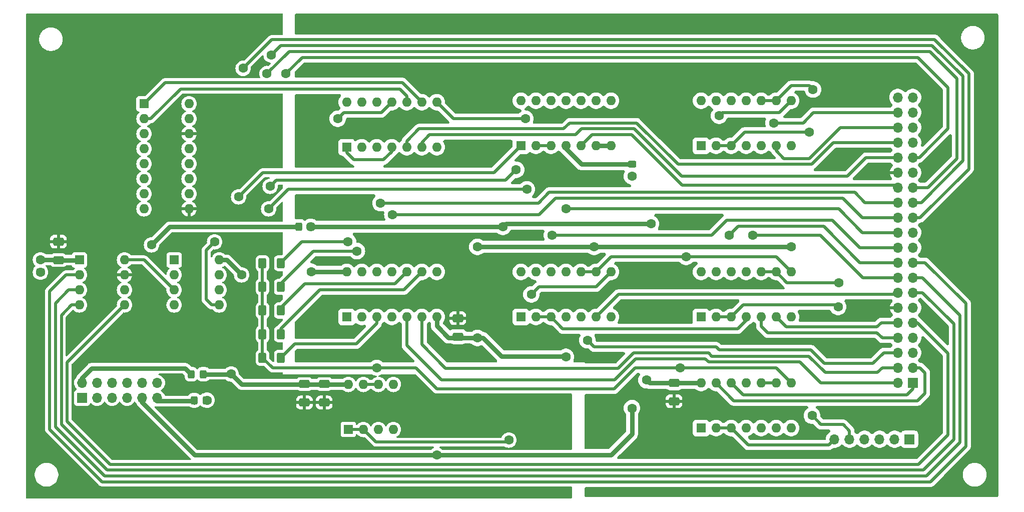
<source format=gbr>
%TF.GenerationSoftware,KiCad,Pcbnew,8.0.1*%
%TF.CreationDate,2024-04-03T15:50:24+05:30*%
%TF.ProjectId,FinalCircuit,46696e61-6c43-4697-9263-7569742e6b69,rev?*%
%TF.SameCoordinates,Original*%
%TF.FileFunction,Copper,L1,Top*%
%TF.FilePolarity,Positive*%
%FSLAX46Y46*%
G04 Gerber Fmt 4.6, Leading zero omitted, Abs format (unit mm)*
G04 Created by KiCad (PCBNEW 8.0.1) date 2024-04-03 15:50:24*
%MOMM*%
%LPD*%
G01*
G04 APERTURE LIST*
G04 Aperture macros list*
%AMRoundRect*
0 Rectangle with rounded corners*
0 $1 Rounding radius*
0 $2 $3 $4 $5 $6 $7 $8 $9 X,Y pos of 4 corners*
0 Add a 4 corners polygon primitive as box body*
4,1,4,$2,$3,$4,$5,$6,$7,$8,$9,$2,$3,0*
0 Add four circle primitives for the rounded corners*
1,1,$1+$1,$2,$3*
1,1,$1+$1,$4,$5*
1,1,$1+$1,$6,$7*
1,1,$1+$1,$8,$9*
0 Add four rect primitives between the rounded corners*
20,1,$1+$1,$2,$3,$4,$5,0*
20,1,$1+$1,$4,$5,$6,$7,0*
20,1,$1+$1,$6,$7,$8,$9,0*
20,1,$1+$1,$8,$9,$2,$3,0*%
G04 Aperture macros list end*
%TA.AperFunction,ComponentPad*%
%ADD10R,1.600000X1.600000*%
%TD*%
%TA.AperFunction,ComponentPad*%
%ADD11O,1.600000X1.600000*%
%TD*%
%TA.AperFunction,ComponentPad*%
%ADD12R,1.700000X1.700000*%
%TD*%
%TA.AperFunction,ComponentPad*%
%ADD13O,1.700000X1.700000*%
%TD*%
%TA.AperFunction,SMDPad,CuDef*%
%ADD14RoundRect,0.250000X-0.450000X0.325000X-0.450000X-0.325000X0.450000X-0.325000X0.450000X0.325000X0*%
%TD*%
%TA.AperFunction,SMDPad,CuDef*%
%ADD15RoundRect,0.250000X-0.650000X0.412500X-0.650000X-0.412500X0.650000X-0.412500X0.650000X0.412500X0*%
%TD*%
%TA.AperFunction,SMDPad,CuDef*%
%ADD16RoundRect,0.250000X0.650000X-0.412500X0.650000X0.412500X-0.650000X0.412500X-0.650000X-0.412500X0*%
%TD*%
%TA.AperFunction,SMDPad,CuDef*%
%ADD17RoundRect,0.250000X0.400000X0.625000X-0.400000X0.625000X-0.400000X-0.625000X0.400000X-0.625000X0*%
%TD*%
%TA.AperFunction,SMDPad,CuDef*%
%ADD18RoundRect,0.250000X0.325000X0.450000X-0.325000X0.450000X-0.325000X-0.450000X0.325000X-0.450000X0*%
%TD*%
%TA.AperFunction,ViaPad*%
%ADD19C,1.600000*%
%TD*%
%TA.AperFunction,Conductor*%
%ADD20C,0.800000*%
%TD*%
%TA.AperFunction,Conductor*%
%ADD21C,0.500000*%
%TD*%
G04 APERTURE END LIST*
D10*
%TO.P,U10,1*%
%TO.N,/S10out*%
X204724000Y-54356000D03*
D11*
%TO.P,U10,2*%
%TO.N,/Vt1*%
X207264000Y-54356000D03*
%TO.P,U10,3*%
X209804000Y-54356000D03*
%TO.P,U10,4*%
%TO.N,GNDA*%
X212344000Y-54356000D03*
%TO.P,U10,5*%
%TO.N,/Control_Vt1B*%
X214884000Y-54356000D03*
%TO.P,U10,6*%
%TO.N,/Control_Vt2A*%
X217424000Y-54356000D03*
%TO.P,U10,7,V_{SS}*%
%TO.N,/-5VD*%
X219964000Y-54356000D03*
%TO.P,U10,8*%
%TO.N,/S10out*%
X219964000Y-46736000D03*
%TO.P,U10,9*%
%TO.N,/Vt2*%
X217424000Y-46736000D03*
%TO.P,U10,10*%
X214884000Y-46736000D03*
%TO.P,U10,11*%
%TO.N,GNDA*%
X212344000Y-46736000D03*
%TO.P,U10,12*%
%TO.N,/Control_Vt2B*%
X209804000Y-46736000D03*
%TO.P,U10,13*%
%TO.N,/Control_Vt1A*%
X207264000Y-46736000D03*
%TO.P,U10,14,V_{DD}*%
%TO.N,/+SwitchD*%
X204724000Y-46736000D03*
%TD*%
D12*
%TO.P,J2,1,Pin_1*%
%TO.N,/+15V*%
X100000000Y-97000000D03*
D13*
%TO.P,J2,2,Pin_2*%
X100000000Y-94460000D03*
%TO.P,J2,3,Pin_3*%
%TO.N,/+5V*%
X102540000Y-97000000D03*
%TO.P,J2,4,Pin_4*%
X102540000Y-94460000D03*
%TO.P,J2,5,Pin_5*%
%TO.N,/+Switch*%
X105080000Y-97000000D03*
%TO.P,J2,6,Pin_6*%
X105080000Y-94460000D03*
%TO.P,J2,7,Pin_7*%
%TO.N,/PowerGND*%
X107620000Y-97000000D03*
%TO.P,J2,8,Pin_8*%
X107620000Y-94460000D03*
%TO.P,J2,9,Pin_9*%
%TO.N,/-5V*%
X110160000Y-97000000D03*
%TO.P,J2,10,Pin_10*%
X110160000Y-94460000D03*
%TO.P,J2,11,Pin_11*%
%TO.N,/-15V*%
X112700000Y-97000000D03*
%TO.P,J2,12,Pin_12*%
X112700000Y-94460000D03*
%TD*%
D14*
%TO.P,FB6,1*%
%TO.N,/-5VA*%
X193040000Y-57475000D03*
%TO.P,FB6,2*%
%TO.N,/-5V*%
X193040000Y-59525000D03*
%TD*%
D10*
%TO.P,U6,1*%
%TO.N,/Main*%
X144775000Y-54600000D03*
D11*
%TO.P,U6,2*%
%TO.N,/S6out*%
X147315000Y-54600000D03*
%TO.P,U6,3*%
%TO.N,/S5out*%
X149855000Y-54600000D03*
%TO.P,U6,4*%
%TO.N,/Main*%
X152395000Y-54600000D03*
%TO.P,U6,5*%
%TO.N,/Control5*%
X154935000Y-54600000D03*
%TO.P,U6,6*%
%TO.N,/Control7*%
X157475000Y-54600000D03*
%TO.P,U6,7,V_{SS}*%
%TO.N,/-5VD*%
X160015000Y-54600000D03*
%TO.P,U6,8*%
%TO.N,/Main*%
X160015000Y-46980000D03*
%TO.P,U6,9*%
%TO.N,/S7out*%
X157475000Y-46980000D03*
%TO.P,U6,10*%
%TO.N,/S8out*%
X154935000Y-46980000D03*
%TO.P,U6,11*%
%TO.N,/S8in*%
X152395000Y-46980000D03*
%TO.P,U6,12*%
%TO.N,/Control8*%
X149855000Y-46980000D03*
%TO.P,U6,13*%
%TO.N,/Control6*%
X147315000Y-46980000D03*
%TO.P,U6,14,V_{DD}*%
%TO.N,/+SwitchD*%
X144775000Y-46980000D03*
%TD*%
D10*
%TO.P,U11,1*%
%TO.N,/Driver_FB*%
X174244000Y-54356000D03*
D11*
%TO.P,U11,2*%
%TO.N,/Main*%
X176784000Y-54356000D03*
%TO.P,U11,3*%
X179324000Y-54356000D03*
%TO.P,U11,4*%
%TO.N,/-5VA*%
X181864000Y-54356000D03*
%TO.P,U11,5*%
%TO.N,/ControlMain_Reset*%
X184404000Y-54356000D03*
%TO.P,U11,6*%
%TO.N,/-5VD*%
X186944000Y-54356000D03*
%TO.P,U11,7,V_{SS}*%
X189484000Y-54356000D03*
%TO.P,U11,8*%
%TO.N,unconnected-(U11-Pad8)*%
X189484000Y-46736000D03*
%TO.P,U11,9*%
%TO.N,unconnected-(U11-Pad9)*%
X186944000Y-46736000D03*
%TO.P,U11,10*%
%TO.N,unconnected-(U11-Pad10)*%
X184404000Y-46736000D03*
%TO.P,U11,11*%
%TO.N,unconnected-(U11-Pad11)*%
X181864000Y-46736000D03*
%TO.P,U11,12*%
%TO.N,/-5VD*%
X179324000Y-46736000D03*
%TO.P,U11,13*%
%TO.N,/ControlMain_ReadWrite*%
X176784000Y-46736000D03*
%TO.P,U11,14,V_{DD}*%
%TO.N,/+SwitchD*%
X174244000Y-46736000D03*
%TD*%
D15*
%TO.P,C5,1*%
%TO.N,/+15VA*%
X140970000Y-94665000D03*
%TO.P,C5,2*%
%TO.N,GNDA*%
X140970000Y-97790000D03*
%TD*%
D10*
%TO.P,U3,1,CH0*%
%TO.N,/S7out*%
X110490000Y-47244000D03*
D11*
%TO.P,U3,2,CH1*%
%TO.N,/S8out*%
X110490000Y-49784000D03*
%TO.P,U3,3,CH2*%
%TO.N,unconnected-(U3-CH2-Pad3)*%
X110490000Y-52324000D03*
%TO.P,U3,4,CH3*%
%TO.N,unconnected-(U3-CH3-Pad4)*%
X110490000Y-54864000D03*
%TO.P,U3,5,CH4*%
%TO.N,unconnected-(U3-CH4-Pad5)*%
X110490000Y-57404000D03*
%TO.P,U3,6,CH5*%
%TO.N,unconnected-(U3-CH5-Pad6)*%
X110490000Y-59944000D03*
%TO.P,U3,7,CH6*%
%TO.N,/S7out*%
X110490000Y-62484000D03*
%TO.P,U3,8,CH7*%
%TO.N,/S8out*%
X110490000Y-65024000D03*
%TO.P,U3,9,DGND*%
%TO.N,GNDA*%
X118110000Y-65024000D03*
%TO.P,U3,10,~{CS}/SHDN*%
%TO.N,/ADC_CSbar*%
X118110000Y-62484000D03*
%TO.P,U3,11,Din*%
%TO.N,/Din*%
X118110000Y-59944000D03*
%TO.P,U3,12,Dout*%
%TO.N,/Dout*%
X118110000Y-57404000D03*
%TO.P,U3,13,CLK*%
%TO.N,/CLK*%
X118110000Y-54864000D03*
%TO.P,U3,14,AGND*%
%TO.N,GNDA*%
X118110000Y-52324000D03*
%TO.P,U3,15,Vref*%
%TO.N,/+5VA*%
X118110000Y-49784000D03*
%TO.P,U3,16,Vdd*%
X118110000Y-47244000D03*
%TD*%
D10*
%TO.P,U4,1,Vdd*%
%TO.N,/+5VA*%
X99568000Y-73660000D03*
D11*
%TO.P,U4,2,~{CS}*%
%TO.N,/DAC_CSbar*%
X99568000Y-76200000D03*
%TO.P,U4,3,SCK*%
%TO.N,/SCK*%
X99568000Y-78740000D03*
%TO.P,U4,4,SDI*%
%TO.N,/SDI*%
X99568000Y-81280000D03*
%TO.P,U4,5,~{LDAC}*%
%TO.N,/LDACbar*%
X107188000Y-81280000D03*
%TO.P,U4,6,Vref*%
%TO.N,/+5VA*%
X107188000Y-78740000D03*
%TO.P,U4,7,Vss*%
%TO.N,GNDA*%
X107188000Y-76200000D03*
%TO.P,U4,8,Vout*%
%TO.N,/DAC_output*%
X107188000Y-73660000D03*
%TD*%
D16*
%TO.P,C14,1*%
%TO.N,/+5VA*%
X96012000Y-73698500D03*
%TO.P,C14,2*%
%TO.N,GNDA*%
X96012000Y-70573500D03*
%TD*%
D15*
%TO.P,C11,1*%
%TO.N,/+SwitchD*%
X200152000Y-94449500D03*
%TO.P,C11,2*%
%TO.N,GNDD*%
X200152000Y-97574500D03*
%TD*%
D17*
%TO.P,R2,1*%
%TO.N,/S3out*%
X133630000Y-86232000D03*
%TO.P,R2,2*%
%TO.N,/Driver_op*%
X130530000Y-86232000D03*
%TD*%
D10*
%TO.P,U1,1*%
%TO.N,/Driver_FB*%
X115580000Y-73660000D03*
D11*
%TO.P,U1,2,-*%
X115580000Y-76200000D03*
%TO.P,U1,3,+*%
%TO.N,/DAC_output*%
X115580000Y-78740000D03*
%TO.P,U1,4,V-*%
%TO.N,/-15VA*%
X115580000Y-81280000D03*
%TO.P,U1,5,+*%
%TO.N,Net-(U1B-+)*%
X123200000Y-81280000D03*
%TO.P,U1,6,-*%
%TO.N,/S10inB*%
X123200000Y-78740000D03*
%TO.P,U1,7*%
X123200000Y-76200000D03*
%TO.P,U1,8,V+*%
%TO.N,/+15VA*%
X123200000Y-73660000D03*
%TD*%
D17*
%TO.P,R5,1*%
%TO.N,/S6out*%
X133630000Y-74232000D03*
%TO.P,R5,2*%
%TO.N,/Driver_op*%
X130530000Y-74232000D03*
%TD*%
%TO.P,R1,1*%
%TO.N,/S2out*%
X133630000Y-90232000D03*
%TO.P,R1,2*%
%TO.N,/Driver_op*%
X130530000Y-90232000D03*
%TD*%
D10*
%TO.P,U9,1*%
%TO.N,/Driver_op*%
X204724000Y-83312000D03*
D11*
%TO.P,U9,2*%
%TO.N,/Hz3*%
X207264000Y-83312000D03*
%TO.P,U9,3*%
X209804000Y-83312000D03*
%TO.P,U9,4*%
%TO.N,/S9out*%
X212344000Y-83312000D03*
%TO.P,U9,5*%
%TO.N,/Control_Hz3B*%
X214884000Y-83312000D03*
%TO.P,U9,6*%
%TO.N,/Control_Vt3A*%
X217424000Y-83312000D03*
%TO.P,U9,7,V_{SS}*%
%TO.N,/-5VD*%
X219964000Y-83312000D03*
%TO.P,U9,8*%
%TO.N,/S10out*%
X219964000Y-75692000D03*
%TO.P,U9,9*%
%TO.N,/Vt3*%
X217424000Y-75692000D03*
%TO.P,U9,10*%
X214884000Y-75692000D03*
%TO.P,U9,11*%
%TO.N,GNDA*%
X212344000Y-75692000D03*
%TO.P,U9,12*%
%TO.N,/Control_Vt3B*%
X209804000Y-75692000D03*
%TO.P,U9,13*%
%TO.N,/Control_Hz3A*%
X207264000Y-75692000D03*
%TO.P,U9,14,V_{DD}*%
%TO.N,/+SwitchD*%
X204724000Y-75692000D03*
%TD*%
D15*
%TO.P,C6,1*%
%TO.N,/+15VA*%
X137620000Y-94665000D03*
%TO.P,C6,2*%
%TO.N,GNDA*%
X137620000Y-97790000D03*
%TD*%
D18*
%TO.P,FB8,1*%
%TO.N,/+15VA*%
X120525000Y-93000000D03*
%TO.P,FB8,2*%
%TO.N,/+15V*%
X118475000Y-93000000D03*
%TD*%
D14*
%TO.P,FB5,1*%
%TO.N,/+5VA*%
X92964000Y-73651000D03*
%TO.P,FB5,2*%
%TO.N,/+5V*%
X92964000Y-75701000D03*
%TD*%
D10*
%TO.P,U7,1*%
%TO.N,/Read_FB*%
X174244000Y-83312000D03*
D11*
%TO.P,U7,2*%
%TO.N,/S9out*%
X176784000Y-83312000D03*
%TO.P,U7,3*%
X179324000Y-83312000D03*
%TO.P,U7,4*%
%TO.N,/S10inB*%
X181864000Y-83312000D03*
%TO.P,U7,5*%
%TO.N,/Control9B*%
X184404000Y-83312000D03*
%TO.P,U7,6*%
%TO.N,/Control10A*%
X186944000Y-83312000D03*
%TO.P,U7,7,V_{SS}*%
%TO.N,/-5VD*%
X189484000Y-83312000D03*
%TO.P,U7,8*%
%TO.N,/Read_FB*%
X189484000Y-75692000D03*
%TO.P,U7,9*%
%TO.N,/S10out*%
X186944000Y-75692000D03*
%TO.P,U7,10*%
X184404000Y-75692000D03*
%TO.P,U7,11*%
%TO.N,/S10inB*%
X181864000Y-75692000D03*
%TO.P,U7,12*%
%TO.N,/Control10B*%
X179324000Y-75692000D03*
%TO.P,U7,13*%
%TO.N,/Control9A*%
X176784000Y-75692000D03*
%TO.P,U7,14,V_{DD}*%
%TO.N,/+SwitchD*%
X174244000Y-75692000D03*
%TD*%
D18*
%TO.P,FB9,1*%
%TO.N,/-15VA*%
X121025000Y-97400000D03*
%TO.P,FB9,2*%
%TO.N,/-15V*%
X118975000Y-97400000D03*
%TD*%
D12*
%TO.P,J3,1,Pin_1*%
%TO.N,/Vt2*%
X240000000Y-104000000D03*
D13*
%TO.P,J3,2,Pin_2*%
%TO.N,/Vt1*%
X237460000Y-104000000D03*
%TO.P,J3,3,Pin_3*%
%TO.N,/Vt3*%
X234920000Y-104000000D03*
%TO.P,J3,4,Pin_4*%
%TO.N,/Hz3*%
X232380000Y-104000000D03*
%TO.P,J3,5,Pin_5*%
%TO.N,/Hz2*%
X229840000Y-104000000D03*
%TO.P,J3,6,Pin_6*%
%TO.N,/Hz1*%
X227300000Y-104000000D03*
%TD*%
D16*
%TO.P,C15,1*%
%TO.N,/-5VD*%
X163576000Y-86652500D03*
%TO.P,C15,2*%
%TO.N,GNDD*%
X163576000Y-83527500D03*
%TD*%
D10*
%TO.P,U8,1*%
%TO.N,/Driver_op*%
X204724000Y-102108000D03*
D11*
%TO.P,U8,2*%
%TO.N,/Hz1*%
X207264000Y-102108000D03*
%TO.P,U8,3*%
X209804000Y-102108000D03*
%TO.P,U8,4*%
%TO.N,/S9out*%
X212344000Y-102108000D03*
%TO.P,U8,5*%
%TO.N,/Control_Hz1B*%
X214884000Y-102108000D03*
%TO.P,U8,6*%
%TO.N,/Control_Hz2A*%
X217424000Y-102108000D03*
%TO.P,U8,7,V_{SS}*%
%TO.N,/-5VD*%
X219964000Y-102108000D03*
%TO.P,U8,8*%
%TO.N,/Driver_op*%
X219964000Y-94488000D03*
%TO.P,U8,9*%
%TO.N,/Hz2*%
X217424000Y-94488000D03*
%TO.P,U8,10*%
X214884000Y-94488000D03*
%TO.P,U8,11*%
%TO.N,/S9out*%
X212344000Y-94488000D03*
%TO.P,U8,12*%
%TO.N,/Control_Hz2B*%
X209804000Y-94488000D03*
%TO.P,U8,13*%
%TO.N,/Control_Hz1A*%
X207264000Y-94488000D03*
%TO.P,U8,14,V_{DD}*%
%TO.N,/+SwitchD*%
X204724000Y-94488000D03*
%TD*%
D10*
%TO.P,U5,1*%
%TO.N,/Main*%
X144780000Y-83312000D03*
D11*
%TO.P,U5,2*%
%TO.N,/Driver_op*%
X147320000Y-83312000D03*
%TO.P,U5,3*%
%TO.N,/S2out*%
X149860000Y-83312000D03*
%TO.P,U5,4*%
%TO.N,/Main*%
X152400000Y-83312000D03*
%TO.P,U5,5*%
%TO.N,/Control2*%
X154940000Y-83312000D03*
%TO.P,U5,6*%
%TO.N,/Control3*%
X157480000Y-83312000D03*
%TO.P,U5,7,V_{SS}*%
%TO.N,/-5VD*%
X160020000Y-83312000D03*
%TO.P,U5,8*%
%TO.N,/Main*%
X160020000Y-75692000D03*
%TO.P,U5,9*%
%TO.N,/S3out*%
X157480000Y-75692000D03*
%TO.P,U5,10*%
%TO.N,/S4out*%
X154940000Y-75692000D03*
%TO.P,U5,11*%
%TO.N,/Main*%
X152400000Y-75692000D03*
%TO.P,U5,12*%
%TO.N,/Control4*%
X149860000Y-75692000D03*
%TO.P,U5,13*%
%TO.N,/Control1*%
X147320000Y-75692000D03*
%TO.P,U5,14,V_{DD}*%
%TO.N,/+SwitchD*%
X144780000Y-75692000D03*
%TD*%
D17*
%TO.P,R4,1*%
%TO.N,/S5out*%
X133630000Y-78232000D03*
%TO.P,R4,2*%
%TO.N,/Driver_op*%
X130530000Y-78232000D03*
%TD*%
D18*
%TO.P,FB3,1*%
%TO.N,/+SwitchD*%
X138693000Y-68072000D03*
%TO.P,FB3,2*%
%TO.N,/+Switch*%
X136643000Y-68072000D03*
%TD*%
D10*
%TO.P,U2,1*%
%TO.N,/Read_FB*%
X145044000Y-102352000D03*
D11*
%TO.P,U2,2,-*%
X147584000Y-102352000D03*
%TO.P,U2,3,+*%
%TO.N,/Driver_op*%
X150124000Y-102352000D03*
%TO.P,U2,4,V-*%
%TO.N,/-15VA*%
X152664000Y-102352000D03*
%TO.P,U2,5,+*%
%TO.N,/Driver_op*%
X152664000Y-94732000D03*
%TO.P,U2,6,-*%
%TO.N,/S8in*%
X150124000Y-94732000D03*
%TO.P,U2,7*%
X147584000Y-94732000D03*
%TO.P,U2,8,V+*%
%TO.N,/+15VA*%
X145044000Y-94732000D03*
%TD*%
D17*
%TO.P,R3,1*%
%TO.N,/S4out*%
X133630000Y-82232000D03*
%TO.P,R3,2*%
%TO.N,/Driver_op*%
X130530000Y-82232000D03*
%TD*%
D12*
%TO.P,J1,1,Pin_1*%
%TO.N,/Control_Hz2B*%
X240538000Y-94437200D03*
D13*
%TO.P,J1,2,Pin_2*%
%TO.N,/Control2*%
X237998000Y-94437200D03*
%TO.P,J1,3,Pin_3*%
%TO.N,/Control_Hz1A*%
X240538000Y-91897200D03*
%TO.P,J1,4,Pin_4*%
%TO.N,/Control3*%
X237998000Y-91897200D03*
%TO.P,J1,5,Pin_5*%
%TO.N,/Control_Hz2A*%
X240538000Y-89357200D03*
%TO.P,J1,6,Pin_6*%
%TO.N,/Control9B*%
X237998000Y-89357200D03*
%TO.P,J1,7,Pin_7*%
%TO.N,/Control_Hz1B*%
X240538000Y-86817200D03*
%TO.P,J1,8,Pin_8*%
%TO.N,/Control_Hz3B*%
X237998000Y-86817200D03*
%TO.P,J1,9,Pin_9*%
%TO.N,/LDACbar*%
X240538000Y-84277200D03*
%TO.P,J1,10,Pin_10*%
%TO.N,/Control_Vt3A*%
X237998000Y-84277200D03*
%TO.P,J1,11,Pin_11*%
%TO.N,unconnected-(J1-Pin_11-Pad11)*%
X240538000Y-81737200D03*
%TO.P,J1,12,Pin_12*%
%TO.N,GNDD*%
X237998000Y-81737200D03*
%TO.P,J1,13,Pin_13*%
%TO.N,/SDI*%
X240538000Y-79197200D03*
%TO.P,J1,14,Pin_14*%
%TO.N,/Control10A*%
X237998000Y-79197200D03*
%TO.P,J1,15,Pin_15*%
%TO.N,/SCK*%
X240538000Y-76657200D03*
%TO.P,J1,16,Pin_16*%
%TO.N,/Control_Vt3B*%
X237998000Y-76657200D03*
%TO.P,J1,17,Pin_17*%
%TO.N,/DAC_CSbar*%
X240538000Y-74117200D03*
%TO.P,J1,18,Pin_18*%
%TO.N,/Control_Hz3A*%
X237998000Y-74117200D03*
%TO.P,J1,19,Pin_19*%
%TO.N,unconnected-(J1-Pin_19-Pad19)*%
X240538000Y-71577200D03*
%TO.P,J1,20,Pin_20*%
%TO.N,/Control10B*%
X237998000Y-71577200D03*
%TO.P,J1,21,Pin_21*%
%TO.N,unconnected-(J1-Pin_21-Pad21)*%
X240538000Y-69037200D03*
%TO.P,J1,22,Pin_22*%
%TO.N,/Control9A*%
X237998000Y-69037200D03*
%TO.P,J1,23,Pin_23*%
%TO.N,/CLK*%
X240538000Y-66497200D03*
%TO.P,J1,24,Pin_24*%
%TO.N,/Control4*%
X237998000Y-66497200D03*
%TO.P,J1,25,Pin_25*%
%TO.N,/Dout*%
X240538000Y-63957200D03*
%TO.P,J1,26,Pin_26*%
%TO.N,/Control1*%
X237998000Y-63957200D03*
%TO.P,J1,27,Pin_27*%
%TO.N,/Din*%
X240538000Y-61417200D03*
%TO.P,J1,28,Pin_28*%
%TO.N,/ControlMain_Reset*%
X237998000Y-61417200D03*
%TO.P,J1,29,Pin_29*%
%TO.N,unconnected-(J1-Pin_29-Pad29)*%
X240538000Y-58877200D03*
%TO.P,J1,30,Pin_30*%
%TO.N,GNDD*%
X237998000Y-58877200D03*
%TO.P,J1,31,Pin_31*%
%TO.N,/ADC_CSbar*%
X240538000Y-56337200D03*
%TO.P,J1,32,Pin_32*%
%TO.N,/Control7*%
X237998000Y-56337200D03*
%TO.P,J1,33,Pin_33*%
%TO.N,/Control6*%
X240538000Y-53797200D03*
%TO.P,J1,34,Pin_34*%
%TO.N,/Control5*%
X237998000Y-53797200D03*
%TO.P,J1,35,Pin_35*%
%TO.N,/Control8*%
X240538000Y-51257200D03*
%TO.P,J1,36,Pin_36*%
%TO.N,/Control_Vt2A*%
X237998000Y-51257200D03*
%TO.P,J1,37,Pin_37*%
%TO.N,/ControlMain_ReadWrite*%
X240538000Y-48717200D03*
%TO.P,J1,38,Pin_38*%
%TO.N,/Control_Vt1B*%
X237998000Y-48717200D03*
%TO.P,J1,39,Pin_39*%
%TO.N,/Control_Vt1A*%
X240538000Y-46177200D03*
%TO.P,J1,40,Pin_40*%
%TO.N,/Control_Vt2B*%
X237998000Y-46177200D03*
%TD*%
D19*
%TO.N,GNDA*%
X103000000Y-90000000D03*
X114554000Y-56642000D03*
X125000000Y-35000000D03*
X100000000Y-45000000D03*
X95000000Y-45000000D03*
X112500000Y-90000000D03*
X178250000Y-103500000D03*
X126000000Y-101500000D03*
X113250000Y-105500000D03*
X110000000Y-40000000D03*
X158000000Y-100750000D03*
X121920000Y-49784000D03*
X110000000Y-35000000D03*
X100000000Y-60000000D03*
X105000000Y-70000000D03*
X105000000Y-55000000D03*
X120000000Y-35000000D03*
X131826000Y-52324000D03*
X100000000Y-65000000D03*
X130000000Y-35000000D03*
X105000000Y-65000000D03*
X100000000Y-40000000D03*
X114554000Y-62992000D03*
X100000000Y-55000000D03*
X133500000Y-104000000D03*
X103750000Y-102000000D03*
X118750000Y-74750000D03*
X163500000Y-98250000D03*
X115000000Y-35000000D03*
X100000000Y-35000000D03*
X105000000Y-40000000D03*
X115000000Y-40000000D03*
X114554000Y-50800000D03*
X105000000Y-35000000D03*
X118750000Y-81250000D03*
X106250000Y-105750000D03*
X140750000Y-101750000D03*
X103250000Y-80000000D03*
X105000000Y-60000000D03*
X100000000Y-70000000D03*
X178250000Y-98750000D03*
X148000000Y-98500000D03*
X122000000Y-104250000D03*
X95000000Y-50000000D03*
X106750000Y-86000000D03*
%TO.N,GNDD*%
X241700000Y-99900000D03*
X200500000Y-51500000D03*
X167640000Y-41656000D03*
X178250000Y-87000000D03*
X252000000Y-84000000D03*
X140250000Y-63750000D03*
X146000000Y-34000000D03*
X140250000Y-56250000D03*
X250000000Y-65000000D03*
X163250000Y-71750000D03*
X229300000Y-99900000D03*
X214250000Y-87000000D03*
X204750000Y-67250000D03*
X210250000Y-87000000D03*
X253000000Y-50000000D03*
X202000000Y-34000000D03*
X206750000Y-98500000D03*
X234289600Y-58877200D03*
X253000000Y-55000000D03*
X253000000Y-60000000D03*
X157500000Y-80000000D03*
X216200000Y-44200000D03*
X244500000Y-84500000D03*
X148590000Y-51054000D03*
X225750000Y-88250000D03*
X231000000Y-46000000D03*
X150368000Y-41656000D03*
X156464000Y-41656000D03*
X165100000Y-45466000D03*
X234000000Y-34000000D03*
X153500000Y-49750000D03*
X150000000Y-87000000D03*
X229920800Y-55524400D03*
X145288000Y-63754000D03*
X242000000Y-34000000D03*
X189992000Y-42672000D03*
X250000000Y-75000000D03*
X154000000Y-34000000D03*
X170000000Y-34000000D03*
X138430000Y-41656000D03*
X185166000Y-80264000D03*
X162052000Y-41656000D03*
X216500000Y-99250000D03*
X139000000Y-34000000D03*
X234899200Y-81788000D03*
X218000000Y-34000000D03*
X246000000Y-112000000D03*
X253000000Y-45000000D03*
X210000000Y-34000000D03*
X152750000Y-89250000D03*
X164000000Y-78500000D03*
X140250000Y-52000000D03*
X245000000Y-70000000D03*
X204000000Y-106000000D03*
X253000000Y-105000000D03*
X189000000Y-99250000D03*
X140250000Y-82000000D03*
X197866000Y-76962000D03*
X178000000Y-34000000D03*
X170180000Y-55118000D03*
X206248000Y-42672000D03*
X194000000Y-34000000D03*
X199250000Y-67500000D03*
X181102000Y-57658000D03*
X184404000Y-42672000D03*
X186000000Y-34000000D03*
X170000000Y-82975000D03*
X250000000Y-70000000D03*
X198374000Y-81788000D03*
X195326000Y-42672000D03*
X244500000Y-56750000D03*
X162000000Y-34000000D03*
X226000000Y-34000000D03*
X170000000Y-76000000D03*
X194750000Y-47750000D03*
X198750000Y-102000000D03*
X163250000Y-89250000D03*
X157500000Y-71750000D03*
X198750000Y-105000000D03*
X189738000Y-60198000D03*
X144272000Y-41656000D03*
X209000000Y-106000000D03*
X138000000Y-85250000D03*
X173482000Y-41656000D03*
%TO.N,/Driver_FB*%
X126492000Y-62992000D03*
%TO.N,/Control1*%
X150500000Y-64050000D03*
%TO.N,/Driver_op*%
X201168000Y-91948000D03*
X149860000Y-91948000D03*
%TO.N,/+5V*%
X92964000Y-75751003D03*
%TO.N,/-5VD*%
X219964000Y-71452000D03*
X186612000Y-71452000D03*
X181864000Y-90062500D03*
X166878000Y-71452000D03*
X166878000Y-86859000D03*
%TO.N,/S8in*%
X143256000Y-49784000D03*
%TO.N,/Control9B*%
X185500000Y-87250000D03*
%TO.N,/S10out*%
X202184000Y-73152000D03*
X207772000Y-49276000D03*
%TO.N,/Control9A*%
X181864000Y-65024000D03*
%TO.N,/Control10B*%
X179500000Y-69500000D03*
%TO.N,/S10inB*%
X131572000Y-65024000D03*
X175260000Y-61722000D03*
%TO.N,/Hz2*%
X223500000Y-100000000D03*
%TO.N,/Vt1*%
X223000000Y-52070000D03*
%TO.N,/Vt2*%
X223658000Y-44842000D03*
%TO.N,/CLK*%
X127250000Y-41250000D03*
%TO.N,/Din*%
X131292893Y-42138000D03*
%TO.N,/Dout*%
X132000000Y-39000000D03*
%TO.N,/ADC_CSbar*%
X134500000Y-42138000D03*
%TO.N,/S5out*%
X146500000Y-72162000D03*
%TO.N,/S6out*%
X145000000Y-70612000D03*
%TO.N,/-5V*%
X193040000Y-98750000D03*
X193040000Y-59525000D03*
X160000000Y-106680000D03*
%TO.N,/+5VA*%
X92964000Y-73651000D03*
%TO.N,/Control4*%
X152500000Y-66000000D03*
%TO.N,/Vt3*%
X228000000Y-77500000D03*
%TO.N,/Hz3*%
X227902000Y-81598000D03*
%TO.N,/Main*%
X175006000Y-49784000D03*
%TO.N,/Control_Hz3A*%
X209500000Y-69500000D03*
%TO.N,/Control_Vt3B*%
X213500000Y-69500000D03*
%TO.N,/Control_Vt1B*%
X217000000Y-50500000D03*
%TO.N,/+15VA*%
X127000000Y-76200000D03*
X125232000Y-92964000D03*
%TO.N,/-15VA*%
X121158000Y-97400000D03*
%TO.N,/+SwitchD*%
X138750000Y-75653500D03*
X195500000Y-94000000D03*
X196250000Y-67564000D03*
X171196000Y-68072000D03*
X138684000Y-68072000D03*
%TO.N,/+Switch*%
X111760000Y-71120000D03*
%TO.N,Net-(U1B-+)*%
X173450000Y-58420000D03*
X131826000Y-61214000D03*
X122428000Y-70612000D03*
%TO.N,/Read_FB*%
X176022000Y-79502000D03*
X172212000Y-104140000D03*
%TD*%
D20*
%TO.N,/+15V*%
X99920000Y-93680000D02*
X101600000Y-92000000D01*
X99920000Y-94480000D02*
X99920000Y-93680000D01*
X101600000Y-92000000D02*
X117475000Y-92000000D01*
X117475000Y-92000000D02*
X118475000Y-93000000D01*
%TO.N,/-15V*%
X112620000Y-97540000D02*
X118725000Y-97540000D01*
X118970000Y-97795000D02*
X118975000Y-97790000D01*
X118725000Y-97540000D02*
X118975000Y-97790000D01*
D21*
%TO.N,GNDD*%
X237998000Y-81737200D02*
X234950000Y-81737200D01*
X234950000Y-81737200D02*
X234899200Y-81788000D01*
X237998000Y-58877200D02*
X234289600Y-58877200D01*
%TO.N,/Driver_FB*%
X126492000Y-62992000D02*
X130556000Y-58928000D01*
X169672000Y-58928000D02*
X174244000Y-54356000D01*
X130556000Y-58928000D02*
X169672000Y-58928000D01*
%TO.N,/S8out*%
X153750000Y-44750000D02*
X154935000Y-45935000D01*
X116655370Y-44750000D02*
X153750000Y-44750000D01*
X110490000Y-49784000D02*
X111621370Y-49784000D01*
X154935000Y-45935000D02*
X154935000Y-46980000D01*
X111621370Y-49784000D02*
X116655370Y-44750000D01*
%TO.N,/Control7*%
X183500000Y-52500000D02*
X158787500Y-52500000D01*
X232613200Y-56337200D02*
X229450400Y-59500000D01*
X158787500Y-52500000D02*
X157475000Y-53812500D01*
X201414214Y-59500000D02*
X193414214Y-51500000D01*
X229450400Y-59500000D02*
X201414214Y-59500000D01*
X157475000Y-53812500D02*
X157475000Y-54600000D01*
X237998000Y-56337200D02*
X232613200Y-56337200D01*
X184500000Y-51500000D02*
X183500000Y-52500000D01*
X193414214Y-51500000D02*
X184500000Y-51500000D01*
%TO.N,/S7out*%
X154183000Y-43688000D02*
X157475000Y-46980000D01*
X114046000Y-43688000D02*
X154183000Y-43688000D01*
X110490000Y-47244000D02*
X114046000Y-43688000D01*
%TO.N,/Control1*%
X179012032Y-62230000D02*
X177192032Y-64050000D01*
X177192032Y-64050000D02*
X150500000Y-64050000D01*
X230730000Y-62230000D02*
X179012032Y-62230000D01*
X232457200Y-63957200D02*
X230730000Y-62230000D01*
X237955200Y-63957200D02*
X232457200Y-63957200D01*
X237998000Y-64000000D02*
X237955200Y-63957200D01*
%TO.N,/Driver_op*%
X201168000Y-91948000D02*
X217424000Y-91948000D01*
X160000000Y-95500000D02*
X190000000Y-95500000D01*
X149860000Y-91948000D02*
X132246000Y-91948000D01*
X190000000Y-95500000D02*
X193552000Y-91948000D01*
X156448000Y-91948000D02*
X160000000Y-95500000D01*
X130530000Y-74232000D02*
X130530000Y-90232000D01*
X193552000Y-91948000D02*
X201168000Y-91948000D01*
X149860000Y-91948000D02*
X156448000Y-91948000D01*
X217424000Y-91948000D02*
X219964000Y-94488000D01*
X132246000Y-91948000D02*
X130530000Y-90232000D01*
X204724000Y-101600000D02*
X204724000Y-102108000D01*
X147320000Y-83820000D02*
X147320000Y-83312000D01*
D20*
%TO.N,/-5VD*%
X181801500Y-90000000D02*
X171000000Y-90000000D01*
X166878000Y-86859000D02*
X166827997Y-86808997D01*
X167859000Y-86859000D02*
X166878000Y-86859000D01*
X181864000Y-90062500D02*
X181801500Y-90000000D01*
X186612000Y-71452000D02*
X219964000Y-71452000D01*
X186612000Y-71452000D02*
X166878000Y-71452000D01*
X160020000Y-84836000D02*
X160020000Y-83312000D01*
X186944000Y-54356000D02*
X189484000Y-54356000D01*
X171000000Y-90000000D02*
X167859000Y-86859000D01*
X166827997Y-86808997D02*
X161992997Y-86808997D01*
X161992997Y-86808997D02*
X160020000Y-84836000D01*
D21*
%TO.N,/S8in*%
X143256000Y-49784000D02*
X144272000Y-48768000D01*
X144272000Y-48768000D02*
X150607000Y-48768000D01*
X150124000Y-94732000D02*
X147584000Y-94732000D01*
X150607000Y-48768000D02*
X152395000Y-46980000D01*
D20*
%TO.N,/-5VA*%
X184479000Y-57475000D02*
X181864000Y-54860000D01*
X193040000Y-57475000D02*
X184479000Y-57475000D01*
X181864000Y-54860000D02*
X181864000Y-54356000D01*
D21*
%TO.N,/Control10A*%
X237998000Y-79197200D02*
X237695200Y-79500000D01*
X190756000Y-79500000D02*
X186944000Y-83312000D01*
X237695200Y-79500000D02*
X190756000Y-79500000D01*
X237998000Y-79240000D02*
X237998000Y-79197200D01*
%TO.N,/S9out*%
X179324000Y-83312000D02*
X181330000Y-85318000D01*
X210932000Y-85318000D02*
X212344000Y-83906000D01*
X181330000Y-85318000D02*
X210932000Y-85318000D01*
X212344000Y-83906000D02*
X212344000Y-83312000D01*
X179324000Y-83312000D02*
X176784000Y-83312000D01*
%TO.N,/Control9B*%
X207257444Y-88398000D02*
X207759444Y-88900000D01*
X233814000Y-91186000D02*
X235642800Y-89357200D01*
X225600214Y-91186000D02*
X233814000Y-91186000D01*
X185500000Y-87250000D02*
X186648000Y-88398000D01*
X223314214Y-88900000D02*
X225600214Y-91186000D01*
X235642800Y-89357200D02*
X237998000Y-89357200D01*
X186648000Y-88398000D02*
X207257444Y-88398000D01*
X207759444Y-88900000D02*
X223314214Y-88900000D01*
%TO.N,/S10out*%
X189484000Y-73152000D02*
X186944000Y-75692000D01*
X184404000Y-75692000D02*
X186944000Y-75692000D01*
X202184000Y-73152000D02*
X189484000Y-73152000D01*
X217932000Y-48768000D02*
X219964000Y-46736000D01*
X208280000Y-48768000D02*
X217932000Y-48768000D01*
X202184000Y-73152000D02*
X217424000Y-73152000D01*
X217424000Y-73152000D02*
X219964000Y-75692000D01*
X207772000Y-49276000D02*
X208280000Y-48768000D01*
%TO.N,/Control9A*%
X232037200Y-69037200D02*
X237955200Y-69037200D01*
X228024000Y-65024000D02*
X232037200Y-69037200D01*
X237955200Y-69037200D02*
X237998000Y-69080000D01*
X181864000Y-65024000D02*
X228024000Y-65024000D01*
%TO.N,/Control10B*%
X179500000Y-69500000D02*
X206500000Y-69500000D01*
X209050000Y-66950000D02*
X226950000Y-66950000D01*
X226950000Y-66950000D02*
X231620000Y-71620000D01*
X237955200Y-71620000D02*
X237998000Y-71577200D01*
X206500000Y-69500000D02*
X209050000Y-66950000D01*
X231620000Y-71620000D02*
X237955200Y-71620000D01*
%TO.N,/S10inB*%
X134874000Y-61722000D02*
X131572000Y-65024000D01*
X175260000Y-61722000D02*
X134874000Y-61722000D01*
%TO.N,/Hz1*%
X227300000Y-104000000D02*
X226300000Y-105000000D01*
X207264000Y-102108000D02*
X209804000Y-102108000D01*
X226300000Y-105000000D02*
X212696000Y-105000000D01*
X212696000Y-105000000D02*
X209804000Y-102108000D01*
%TO.N,/Hz2*%
X225000000Y-101500000D02*
X228750000Y-101500000D01*
X228750000Y-101500000D02*
X229840000Y-102590000D01*
X214884000Y-94488000D02*
X217424000Y-94488000D01*
X229840000Y-102590000D02*
X229840000Y-104000000D01*
X223500000Y-100000000D02*
X225000000Y-101500000D01*
%TO.N,/Vt1*%
X207264000Y-54356000D02*
X209804000Y-54356000D01*
X223000000Y-52070000D02*
X212090000Y-52070000D01*
X212090000Y-52070000D02*
X209804000Y-54356000D01*
%TO.N,/Vt2*%
X219964000Y-44196000D02*
X217424000Y-46736000D01*
X214884000Y-46736000D02*
X217424000Y-46736000D01*
X223012000Y-44196000D02*
X219964000Y-44196000D01*
X223658000Y-44842000D02*
X223012000Y-44196000D01*
%TO.N,/CLK*%
X250000001Y-58280080D02*
X241782881Y-66497200D01*
X244228428Y-36400000D02*
X250000001Y-42171573D01*
X250000001Y-42171573D02*
X250000001Y-58280080D01*
X132100000Y-36400000D02*
X244228428Y-36400000D01*
X241782881Y-66497200D02*
X240538000Y-66497200D01*
X127250000Y-41250000D02*
X132100000Y-36400000D01*
%TO.N,/Din*%
X243400000Y-38400000D02*
X248000000Y-43000000D01*
X248000000Y-43000000D02*
X248000000Y-56500000D01*
X131292893Y-42138000D02*
X135030893Y-38400000D01*
X240580800Y-61417200D02*
X240538000Y-61460000D01*
X248000000Y-56500000D02*
X243082800Y-61417200D01*
X135030893Y-38400000D02*
X243400000Y-38400000D01*
X243082800Y-61417200D02*
X240580800Y-61417200D01*
%TO.N,/SCK*%
X242830000Y-110230000D02*
X103815786Y-110230000D01*
X103815786Y-110230000D02*
X95500000Y-101914214D01*
X97760000Y-78740000D02*
X99568000Y-78740000D01*
X95500000Y-81000000D02*
X97760000Y-78740000D01*
X95500000Y-101914214D02*
X95500000Y-81000000D01*
X248500000Y-104560000D02*
X242830000Y-110230000D01*
X240538000Y-76657200D02*
X242157200Y-76657200D01*
X248500000Y-83000000D02*
X248500000Y-104560000D01*
X242157200Y-76657200D02*
X248500000Y-83000000D01*
%TO.N,/SDI*%
X98220000Y-81280000D02*
X99568000Y-81280000D01*
X96500000Y-83000000D02*
X98220000Y-81280000D01*
X247500000Y-104036000D02*
X242306000Y-109230000D01*
X240538000Y-79197200D02*
X242197200Y-79197200D01*
X247500000Y-84500000D02*
X247500000Y-104036000D01*
X242197200Y-79197200D02*
X247500000Y-84500000D01*
X96500000Y-101500000D02*
X96500000Y-83000000D01*
X242306000Y-109230000D02*
X104230000Y-109230000D01*
X104230000Y-109230000D02*
X96500000Y-101500000D01*
%TO.N,/Dout*%
X243814214Y-37400000D02*
X249000001Y-42585787D01*
X249000001Y-56914213D02*
X241957014Y-63957200D01*
X241957014Y-63957200D02*
X240580800Y-63957200D01*
X132000000Y-39000000D02*
X133600000Y-37400000D01*
X240580800Y-63957200D02*
X240538000Y-64000000D01*
X249000001Y-42585787D02*
X249000001Y-56914213D01*
X133600000Y-37400000D02*
X243814214Y-37400000D01*
%TO.N,/DAC_CSbar*%
X249500000Y-105223000D02*
X243493000Y-111230000D01*
X103401572Y-111230000D02*
X94500000Y-102328428D01*
X94500000Y-102328428D02*
X94500000Y-79000000D01*
X242617200Y-74117200D02*
X249500000Y-81000000D01*
X94500000Y-79000000D02*
X97300000Y-76200000D01*
X249500000Y-81000000D02*
X249500000Y-105223000D01*
X97300000Y-76200000D02*
X99568000Y-76200000D01*
X240538000Y-74117200D02*
X242617200Y-74117200D01*
X243493000Y-111230000D02*
X103401572Y-111230000D01*
%TO.N,/ControlMain_Reset*%
X237998000Y-61460000D02*
X237538000Y-61000000D01*
X193000000Y-52500000D02*
X186260000Y-52500000D01*
X186260000Y-52500000D02*
X184404000Y-54356000D01*
X237538000Y-61000000D02*
X201500000Y-61000000D01*
X201500000Y-61000000D02*
X193000000Y-52500000D01*
%TO.N,/Control3*%
X190671572Y-92000000D02*
X161500000Y-92000000D01*
X225710000Y-92710000D02*
X222948000Y-89948000D01*
X161500000Y-92000000D02*
X157480000Y-87980000D01*
X237998000Y-91897200D02*
X235352800Y-91897200D01*
X193273572Y-89398000D02*
X190671572Y-92000000D01*
X206534000Y-89948000D02*
X205984000Y-89398000D01*
X222948000Y-89948000D02*
X206534000Y-89948000D01*
X234540000Y-92710000D02*
X225710000Y-92710000D01*
X205984000Y-89398000D02*
X193273572Y-89398000D01*
X235352800Y-91897200D02*
X234540000Y-92710000D01*
X157480000Y-87980000D02*
X157480000Y-83312000D01*
%TO.N,/LDACbar*%
X104730000Y-108230000D02*
X241528000Y-108230000D01*
X241277200Y-84277200D02*
X240538000Y-84277200D01*
X241528000Y-108230000D02*
X246500000Y-103258000D01*
X246500000Y-103258000D02*
X246500000Y-89500000D01*
X97500000Y-90968000D02*
X97500000Y-101000000D01*
X107188000Y-81280000D02*
X97500000Y-90968000D01*
X97500000Y-101000000D02*
X104730000Y-108230000D01*
X246500000Y-89500000D02*
X241277200Y-84277200D01*
%TO.N,/ADC_CSbar*%
X246500000Y-44500000D02*
X246500000Y-51500000D01*
X241662800Y-56337200D02*
X240538000Y-56337200D01*
X134500000Y-42138000D02*
X137238000Y-39400000D01*
X246500000Y-51500000D02*
X241662800Y-56337200D01*
X137238000Y-39400000D02*
X241400000Y-39400000D01*
X241400000Y-39400000D02*
X246500000Y-44500000D01*
%TO.N,/S2out*%
X135978000Y-87884000D02*
X146366000Y-87884000D01*
X133630000Y-90232000D02*
X135978000Y-87884000D01*
X149860000Y-84390000D02*
X149860000Y-83312000D01*
X146366000Y-87884000D02*
X149860000Y-84390000D01*
%TO.N,/S3out*%
X140224000Y-78724000D02*
X154448000Y-78724000D01*
X133630000Y-86232000D02*
X133630000Y-85318000D01*
X133630000Y-85318000D02*
X140224000Y-78724000D01*
X154448000Y-78724000D02*
X157480000Y-75692000D01*
%TO.N,/S4out*%
X133630000Y-82232000D02*
X133630000Y-81762000D01*
X133630000Y-81762000D02*
X137668000Y-77724000D01*
X152908000Y-77724000D02*
X154940000Y-75692000D01*
X137668000Y-77724000D02*
X152908000Y-77724000D01*
%TO.N,/S5out*%
X133630000Y-77698000D02*
X133630000Y-78232000D01*
X139166000Y-72162000D02*
X133630000Y-77698000D01*
X146500000Y-72162000D02*
X139166000Y-72162000D01*
%TO.N,/S6out*%
X133630000Y-74142000D02*
X133630000Y-74232000D01*
X145000000Y-70612000D02*
X137160000Y-70612000D01*
X137160000Y-70612000D02*
X133630000Y-74142000D01*
%TO.N,/Control2*%
X154940000Y-88158000D02*
X154940000Y-83312000D01*
X237955200Y-94480000D02*
X224980000Y-94480000D01*
X237998000Y-94437200D02*
X237955200Y-94480000D01*
X205460000Y-90398000D02*
X193687786Y-90398000D01*
X190085786Y-94000000D02*
X160782000Y-94000000D01*
X224980000Y-94480000D02*
X221448000Y-90948000D01*
X221448000Y-90948000D02*
X206010000Y-90948000D01*
X160782000Y-94000000D02*
X154940000Y-88158000D01*
X193687786Y-90398000D02*
X190085786Y-94000000D01*
X206010000Y-90948000D02*
X205460000Y-90398000D01*
%TO.N,/Control5*%
X193828428Y-50500000D02*
X182500000Y-50500000D01*
X181500000Y-51500000D02*
X157000000Y-51500000D01*
X182500000Y-50500000D02*
X181500000Y-51500000D01*
X200828428Y-57500000D02*
X193828428Y-50500000D01*
X223414214Y-57500000D02*
X200828428Y-57500000D01*
X237998000Y-53840000D02*
X237955200Y-53797200D01*
X227117014Y-53797200D02*
X223414214Y-57500000D01*
X154935000Y-53565000D02*
X154935000Y-54600000D01*
X157000000Y-51500000D02*
X154935000Y-53565000D01*
X237955200Y-53797200D02*
X227117014Y-53797200D01*
%TO.N,/DAC_output*%
X107188000Y-73660000D02*
X110500000Y-73660000D01*
X110500000Y-73660000D02*
X115580000Y-78740000D01*
D20*
%TO.N,/-5V*%
X193040000Y-98750000D02*
X193040000Y-103124000D01*
X110080000Y-97680000D02*
X119080000Y-106680000D01*
X110080000Y-97540000D02*
X110080000Y-97680000D01*
X193040000Y-103124000D02*
X189484000Y-106680000D01*
X119080000Y-106680000D02*
X160000000Y-106680000D01*
X189484000Y-106680000D02*
X160000000Y-106680000D01*
%TO.N,/+5VA*%
X96218500Y-73651000D02*
X96266000Y-73698500D01*
X92964000Y-73651000D02*
X92973000Y-73660000D01*
X96266000Y-73698500D02*
X99529500Y-73698500D01*
X92964000Y-73651000D02*
X96218500Y-73651000D01*
X99529500Y-73698500D02*
X99568000Y-73660000D01*
D21*
%TO.N,/Control4*%
X228730000Y-63230000D02*
X231997200Y-66497200D01*
X237955200Y-66497200D02*
X237998000Y-66540000D01*
X152500000Y-66000000D02*
X177332000Y-66000000D01*
X177332000Y-66000000D02*
X180102000Y-63230000D01*
X180102000Y-63230000D02*
X228730000Y-63230000D01*
X231997200Y-66497200D02*
X237955200Y-66497200D01*
%TO.N,/Vt3*%
X219232000Y-77500000D02*
X217424000Y-75692000D01*
X217424000Y-75692000D02*
X214884000Y-75692000D01*
X228000000Y-77500000D02*
X219232000Y-77500000D01*
%TO.N,/Hz3*%
X227902000Y-81598000D02*
X227584000Y-81280000D01*
X209804000Y-83312000D02*
X207264000Y-83312000D01*
X227584000Y-81280000D02*
X211836000Y-81280000D01*
X211836000Y-81280000D02*
X209804000Y-83312000D01*
%TO.N,/Main*%
X152395000Y-54600000D02*
X152395000Y-55355000D01*
X162819000Y-49784000D02*
X160015000Y-46980000D01*
X146000000Y-56750000D02*
X144775000Y-55525000D01*
X151000000Y-56750000D02*
X146000000Y-56750000D01*
X176784000Y-54356000D02*
X179324000Y-54356000D01*
X175006000Y-49784000D02*
X162819000Y-49784000D01*
X152395000Y-55355000D02*
X151000000Y-56750000D01*
X144775000Y-55525000D02*
X144775000Y-54600000D01*
%TO.N,/Control_Vt2A*%
X217424000Y-55174000D02*
X217424000Y-54356000D01*
X237998000Y-51300000D02*
X237955200Y-51257200D01*
X218750000Y-56500000D02*
X217424000Y-55174000D01*
X223000000Y-56500000D02*
X218750000Y-56500000D01*
X237955200Y-51257200D02*
X228242800Y-51257200D01*
X228242800Y-51257200D02*
X223000000Y-56500000D01*
%TO.N,/Control_Hz3B*%
X214884000Y-84884000D02*
X214884000Y-83312000D01*
X216000000Y-86000000D02*
X214884000Y-84884000D01*
X235360000Y-86860000D02*
X234500000Y-86000000D01*
X234500000Y-86000000D02*
X216000000Y-86000000D01*
X237998000Y-86860000D02*
X235360000Y-86860000D01*
%TO.N,/Control_Hz3A*%
X237998000Y-74160000D02*
X237955200Y-74117200D01*
X231617200Y-74117200D02*
X225450000Y-67950000D01*
X237955200Y-74117200D02*
X231617200Y-74117200D01*
X225450000Y-67950000D02*
X211050000Y-67950000D01*
X211050000Y-67950000D02*
X209500000Y-69500000D01*
%TO.N,/Control_Vt3B*%
X237955200Y-76700000D02*
X232099000Y-76700000D01*
X237998000Y-76657200D02*
X237955200Y-76700000D01*
X232099000Y-76700000D02*
X224899000Y-69500000D01*
X224899000Y-69500000D02*
X213500000Y-69500000D01*
%TO.N,/Control_Vt1B*%
X223740000Y-48760000D02*
X222000000Y-50500000D01*
X222000000Y-50500000D02*
X217000000Y-50500000D01*
X237998000Y-48717200D02*
X237955200Y-48760000D01*
X237955200Y-48760000D02*
X223740000Y-48760000D01*
%TO.N,/Control_Hz2B*%
X211816000Y-96500000D02*
X209804000Y-94488000D01*
X239500000Y-96500000D02*
X211816000Y-96500000D01*
X240538000Y-94437200D02*
X240538000Y-95462000D01*
X240538000Y-95462000D02*
X239500000Y-96500000D01*
%TO.N,/Control_Hz1A*%
X241336000Y-97500000D02*
X210276000Y-97500000D01*
X242620800Y-96215200D02*
X241336000Y-97500000D01*
X240538000Y-91897200D02*
X241757200Y-91897200D01*
X241757200Y-91897200D02*
X242620800Y-92760800D01*
X210276000Y-97500000D02*
X207264000Y-94488000D01*
X242620800Y-92760800D02*
X242620800Y-96215200D01*
%TO.N,/Control_Vt3A*%
X237998000Y-84277200D02*
X235222800Y-84277200D01*
X219112000Y-85000000D02*
X217424000Y-83312000D01*
X235222800Y-84277200D02*
X234500000Y-85000000D01*
X234500000Y-85000000D02*
X219112000Y-85000000D01*
D20*
%TO.N,/+15VA*%
X125232000Y-92964000D02*
X127000000Y-94732000D01*
X120525000Y-93000000D02*
X125196000Y-93000000D01*
X124460000Y-73660000D02*
X123200000Y-73660000D01*
X127000000Y-76200000D02*
X124460000Y-73660000D01*
X125196000Y-93000000D02*
X125232000Y-92964000D01*
X127000000Y-94732000D02*
X145044000Y-94732000D01*
%TO.N,/+SwitchD*%
X195500000Y-94000000D02*
X195988000Y-94488000D01*
X195988000Y-94488000D02*
X204724000Y-94488000D01*
X171704000Y-67564000D02*
X171196000Y-68072000D01*
X138684000Y-68072000D02*
X171196000Y-68072000D01*
X138693000Y-68072000D02*
X138684000Y-68072000D01*
X138750000Y-75653500D02*
X138788500Y-75692000D01*
X138788500Y-75692000D02*
X144780000Y-75692000D01*
X196250000Y-67564000D02*
X171704000Y-67564000D01*
%TO.N,/+Switch*%
X114808000Y-68072000D02*
X111760000Y-71120000D01*
X136643000Y-68072000D02*
X114808000Y-68072000D01*
D21*
%TO.N,Net-(U1B-+)*%
X122428000Y-70612000D02*
X121000000Y-72040000D01*
X173450000Y-58420000D02*
X171672000Y-60198000D01*
X132842000Y-60198000D02*
X131826000Y-61214000D01*
X171672000Y-60198000D02*
X132842000Y-60198000D01*
X121000000Y-80360000D02*
X121920000Y-81280000D01*
X121920000Y-81280000D02*
X123200000Y-81280000D01*
X121000000Y-72040000D02*
X121000000Y-80360000D01*
%TO.N,/Read_FB*%
X186944000Y-78232000D02*
X189484000Y-75692000D01*
X149732000Y-104500000D02*
X147584000Y-102352000D01*
X172212000Y-104140000D02*
X171852000Y-104500000D01*
X145044000Y-102352000D02*
X147584000Y-102352000D01*
X176022000Y-79502000D02*
X177292000Y-78232000D01*
X171852000Y-104500000D02*
X149732000Y-104500000D01*
X177292000Y-78232000D02*
X186944000Y-78232000D01*
%TD*%
%TA.AperFunction,Conductor*%
%TO.N,GNDA*%
G36*
X133943039Y-32019685D02*
G01*
X133988794Y-32072489D01*
X134000000Y-32124000D01*
X134000000Y-35525500D01*
X133980315Y-35592539D01*
X133927511Y-35638294D01*
X133876000Y-35649500D01*
X132026080Y-35649500D01*
X131881092Y-35678340D01*
X131881086Y-35678342D01*
X131744508Y-35734914D01*
X131744496Y-35734921D01*
X131695269Y-35767813D01*
X131621588Y-35817044D01*
X131621580Y-35817050D01*
X127515348Y-39923282D01*
X127454025Y-39956767D01*
X127416861Y-39959129D01*
X127250003Y-39944532D01*
X127249998Y-39944532D01*
X127023313Y-39964364D01*
X127023302Y-39964366D01*
X126803511Y-40023258D01*
X126803502Y-40023261D01*
X126597267Y-40119431D01*
X126597265Y-40119432D01*
X126410858Y-40249954D01*
X126249954Y-40410858D01*
X126119432Y-40597265D01*
X126119431Y-40597267D01*
X126023261Y-40803502D01*
X126023258Y-40803511D01*
X125964366Y-41023302D01*
X125964364Y-41023313D01*
X125944532Y-41249998D01*
X125944532Y-41250001D01*
X125964364Y-41476686D01*
X125964366Y-41476697D01*
X126023258Y-41696488D01*
X126023261Y-41696497D01*
X126119431Y-41902732D01*
X126119432Y-41902734D01*
X126249954Y-42089141D01*
X126410858Y-42250045D01*
X126410861Y-42250047D01*
X126597266Y-42380568D01*
X126803504Y-42476739D01*
X127023308Y-42535635D01*
X127185230Y-42549801D01*
X127249998Y-42555468D01*
X127250000Y-42555468D01*
X127250002Y-42555468D01*
X127306673Y-42550509D01*
X127476692Y-42535635D01*
X127696496Y-42476739D01*
X127902734Y-42380568D01*
X128089139Y-42250047D01*
X128250047Y-42089139D01*
X128380568Y-41902734D01*
X128476739Y-41696496D01*
X128535635Y-41476692D01*
X128555468Y-41250000D01*
X128540869Y-41083137D01*
X128554635Y-41014639D01*
X128576713Y-40984653D01*
X130495788Y-39065578D01*
X130557109Y-39032095D01*
X130626801Y-39037079D01*
X130682734Y-39078951D01*
X130706995Y-39142453D01*
X130714364Y-39226687D01*
X130714366Y-39226697D01*
X130773258Y-39446488D01*
X130773261Y-39446497D01*
X130869431Y-39652732D01*
X130869432Y-39652734D01*
X130999954Y-39839141D01*
X131160858Y-40000045D01*
X131160861Y-40000047D01*
X131347266Y-40130568D01*
X131553504Y-40226739D01*
X131773308Y-40285635D01*
X131793997Y-40287445D01*
X131859062Y-40312894D01*
X131900042Y-40369483D01*
X131903923Y-40439245D01*
X131870870Y-40498653D01*
X131558241Y-40811282D01*
X131496918Y-40844767D01*
X131459754Y-40847129D01*
X131292896Y-40832532D01*
X131292891Y-40832532D01*
X131066206Y-40852364D01*
X131066195Y-40852366D01*
X130846404Y-40911258D01*
X130846395Y-40911261D01*
X130640160Y-41007431D01*
X130640158Y-41007432D01*
X130453751Y-41137954D01*
X130292847Y-41298858D01*
X130162325Y-41485265D01*
X130162324Y-41485267D01*
X130066154Y-41691502D01*
X130066151Y-41691511D01*
X130007259Y-41911302D01*
X130007257Y-41911313D01*
X129987425Y-42137998D01*
X129987425Y-42138001D01*
X130007257Y-42364686D01*
X130007259Y-42364697D01*
X130066151Y-42584488D01*
X130066153Y-42584492D01*
X130066154Y-42584496D01*
X130099519Y-42656047D01*
X130148504Y-42761095D01*
X130158996Y-42830173D01*
X130130476Y-42893957D01*
X130072000Y-42932196D01*
X130036122Y-42937500D01*
X113972080Y-42937500D01*
X113827092Y-42966340D01*
X113827082Y-42966343D01*
X113690511Y-43022912D01*
X113690498Y-43022919D01*
X113567584Y-43105048D01*
X113567580Y-43105051D01*
X110765449Y-45907181D01*
X110704126Y-45940666D01*
X110677768Y-45943500D01*
X109642129Y-45943500D01*
X109642123Y-45943501D01*
X109582516Y-45949908D01*
X109447671Y-46000202D01*
X109447664Y-46000206D01*
X109332455Y-46086452D01*
X109332452Y-46086455D01*
X109246206Y-46201664D01*
X109246202Y-46201671D01*
X109195908Y-46336517D01*
X109189501Y-46396116D01*
X109189500Y-46396135D01*
X109189500Y-48091870D01*
X109189501Y-48091876D01*
X109195908Y-48151483D01*
X109246202Y-48286328D01*
X109246206Y-48286335D01*
X109332452Y-48401544D01*
X109332455Y-48401547D01*
X109447664Y-48487793D01*
X109447671Y-48487797D01*
X109475480Y-48498169D01*
X109582517Y-48538091D01*
X109617596Y-48541862D01*
X109682144Y-48568599D01*
X109721993Y-48625991D01*
X109724488Y-48695816D01*
X109688836Y-48755905D01*
X109675464Y-48766725D01*
X109650858Y-48783954D01*
X109489954Y-48944858D01*
X109359432Y-49131265D01*
X109359431Y-49131267D01*
X109263261Y-49337502D01*
X109263258Y-49337511D01*
X109204366Y-49557302D01*
X109204364Y-49557313D01*
X109184532Y-49783998D01*
X109184532Y-49784001D01*
X109204364Y-50010686D01*
X109204366Y-50010697D01*
X109263258Y-50230488D01*
X109263261Y-50230497D01*
X109359431Y-50436732D01*
X109359432Y-50436734D01*
X109489954Y-50623141D01*
X109650858Y-50784045D01*
X109650861Y-50784047D01*
X109837266Y-50914568D01*
X109895275Y-50941618D01*
X109947714Y-50987791D01*
X109966866Y-51054984D01*
X109946650Y-51121865D01*
X109895275Y-51166382D01*
X109837267Y-51193431D01*
X109837265Y-51193432D01*
X109650858Y-51323954D01*
X109489954Y-51484858D01*
X109359432Y-51671265D01*
X109359431Y-51671267D01*
X109263261Y-51877502D01*
X109263258Y-51877511D01*
X109204366Y-52097302D01*
X109204364Y-52097313D01*
X109184532Y-52323998D01*
X109184532Y-52324001D01*
X109204364Y-52550686D01*
X109204366Y-52550697D01*
X109263258Y-52770488D01*
X109263261Y-52770497D01*
X109359431Y-52976732D01*
X109359432Y-52976734D01*
X109489954Y-53163141D01*
X109650858Y-53324045D01*
X109650861Y-53324047D01*
X109837266Y-53454568D01*
X109869142Y-53469432D01*
X109895275Y-53481618D01*
X109947714Y-53527791D01*
X109966866Y-53594984D01*
X109946650Y-53661865D01*
X109895275Y-53706382D01*
X109837267Y-53733431D01*
X109837265Y-53733432D01*
X109650858Y-53863954D01*
X109489954Y-54024858D01*
X109359432Y-54211265D01*
X109359431Y-54211267D01*
X109263261Y-54417502D01*
X109263258Y-54417511D01*
X109204366Y-54637302D01*
X109204364Y-54637313D01*
X109184532Y-54863998D01*
X109184532Y-54864001D01*
X109204364Y-55090686D01*
X109204366Y-55090697D01*
X109263258Y-55310488D01*
X109263261Y-55310497D01*
X109359431Y-55516732D01*
X109359432Y-55516734D01*
X109489954Y-55703141D01*
X109650858Y-55864045D01*
X109650861Y-55864047D01*
X109837266Y-55994568D01*
X109895275Y-56021618D01*
X109947714Y-56067791D01*
X109966866Y-56134984D01*
X109946650Y-56201865D01*
X109895275Y-56246382D01*
X109837267Y-56273431D01*
X109837265Y-56273432D01*
X109650858Y-56403954D01*
X109489954Y-56564858D01*
X109359432Y-56751265D01*
X109359431Y-56751267D01*
X109263261Y-56957502D01*
X109263258Y-56957511D01*
X109204366Y-57177302D01*
X109204364Y-57177313D01*
X109184532Y-57403998D01*
X109184532Y-57404001D01*
X109204364Y-57630686D01*
X109204366Y-57630697D01*
X109263258Y-57850488D01*
X109263261Y-57850497D01*
X109359431Y-58056732D01*
X109359432Y-58056734D01*
X109489954Y-58243141D01*
X109650858Y-58404045D01*
X109650861Y-58404047D01*
X109837266Y-58534568D01*
X109895275Y-58561618D01*
X109947714Y-58607791D01*
X109966866Y-58674984D01*
X109946650Y-58741865D01*
X109895275Y-58786382D01*
X109837267Y-58813431D01*
X109837265Y-58813432D01*
X109650858Y-58943954D01*
X109489954Y-59104858D01*
X109359432Y-59291265D01*
X109359431Y-59291267D01*
X109263261Y-59497502D01*
X109263258Y-59497511D01*
X109204366Y-59717302D01*
X109204364Y-59717313D01*
X109184532Y-59943998D01*
X109184532Y-59944001D01*
X109204364Y-60170686D01*
X109204366Y-60170697D01*
X109263258Y-60390488D01*
X109263261Y-60390497D01*
X109359431Y-60596732D01*
X109359432Y-60596734D01*
X109489954Y-60783141D01*
X109650858Y-60944045D01*
X109680248Y-60964624D01*
X109837266Y-61074568D01*
X109895275Y-61101618D01*
X109947714Y-61147791D01*
X109966866Y-61214984D01*
X109946650Y-61281865D01*
X109895275Y-61326382D01*
X109837267Y-61353431D01*
X109837265Y-61353432D01*
X109650858Y-61483954D01*
X109489954Y-61644858D01*
X109359432Y-61831265D01*
X109359431Y-61831267D01*
X109263261Y-62037502D01*
X109263258Y-62037511D01*
X109204366Y-62257302D01*
X109204364Y-62257313D01*
X109184532Y-62483998D01*
X109184532Y-62484001D01*
X109204364Y-62710686D01*
X109204366Y-62710697D01*
X109263258Y-62930488D01*
X109263261Y-62930497D01*
X109359431Y-63136732D01*
X109359432Y-63136734D01*
X109489954Y-63323141D01*
X109650858Y-63484045D01*
X109650861Y-63484047D01*
X109837266Y-63614568D01*
X109895275Y-63641618D01*
X109947714Y-63687791D01*
X109966866Y-63754984D01*
X109946650Y-63821865D01*
X109895275Y-63866381D01*
X109878272Y-63874310D01*
X109837267Y-63893431D01*
X109837265Y-63893432D01*
X109650858Y-64023954D01*
X109489954Y-64184858D01*
X109359432Y-64371265D01*
X109359431Y-64371267D01*
X109263261Y-64577502D01*
X109263258Y-64577511D01*
X109204366Y-64797302D01*
X109204364Y-64797313D01*
X109184532Y-65023998D01*
X109184532Y-65024001D01*
X109204364Y-65250686D01*
X109204366Y-65250697D01*
X109263258Y-65470488D01*
X109263261Y-65470497D01*
X109359431Y-65676732D01*
X109359432Y-65676734D01*
X109489954Y-65863141D01*
X109650858Y-66024045D01*
X109650861Y-66024047D01*
X109837266Y-66154568D01*
X110043504Y-66250739D01*
X110263308Y-66309635D01*
X110425230Y-66323801D01*
X110489998Y-66329468D01*
X110490000Y-66329468D01*
X110490002Y-66329468D01*
X110546673Y-66324509D01*
X110716692Y-66309635D01*
X110936496Y-66250739D01*
X111142734Y-66154568D01*
X111329139Y-66024047D01*
X111490047Y-65863139D01*
X111620568Y-65676734D01*
X111716739Y-65470496D01*
X111775635Y-65250692D01*
X111795468Y-65024000D01*
X111775635Y-64797308D01*
X111716739Y-64577504D01*
X111620568Y-64371266D01*
X111490047Y-64184861D01*
X111490045Y-64184858D01*
X111329141Y-64023954D01*
X111142734Y-63893432D01*
X111142728Y-63893429D01*
X111115038Y-63880517D01*
X111084724Y-63866381D01*
X111032285Y-63820210D01*
X111013133Y-63753017D01*
X111033348Y-63686135D01*
X111084725Y-63641618D01*
X111142734Y-63614568D01*
X111329139Y-63484047D01*
X111490047Y-63323139D01*
X111620568Y-63136734D01*
X111716739Y-62930496D01*
X111775635Y-62710692D01*
X111795468Y-62484001D01*
X116804532Y-62484001D01*
X116824364Y-62710686D01*
X116824366Y-62710697D01*
X116883258Y-62930488D01*
X116883261Y-62930497D01*
X116979431Y-63136732D01*
X116979432Y-63136734D01*
X117109954Y-63323141D01*
X117270858Y-63484045D01*
X117270861Y-63484047D01*
X117457266Y-63614568D01*
X117515865Y-63641893D01*
X117568305Y-63688065D01*
X117587457Y-63755258D01*
X117567242Y-63822139D01*
X117515867Y-63866657D01*
X117457515Y-63893867D01*
X117271179Y-64024342D01*
X117110342Y-64185179D01*
X116979865Y-64371517D01*
X116883734Y-64577673D01*
X116883730Y-64577682D01*
X116831127Y-64773999D01*
X116831128Y-64774000D01*
X117794314Y-64774000D01*
X117789920Y-64778394D01*
X117737259Y-64869606D01*
X117710000Y-64971339D01*
X117710000Y-65076661D01*
X117737259Y-65178394D01*
X117789920Y-65269606D01*
X117794314Y-65274000D01*
X116831128Y-65274000D01*
X116883730Y-65470317D01*
X116883734Y-65470326D01*
X116979865Y-65676482D01*
X117110342Y-65862820D01*
X117271179Y-66023657D01*
X117457517Y-66154134D01*
X117663673Y-66250265D01*
X117663682Y-66250269D01*
X117859999Y-66302872D01*
X117860000Y-66302871D01*
X117860000Y-65339686D01*
X117864394Y-65344080D01*
X117955606Y-65396741D01*
X118057339Y-65424000D01*
X118162661Y-65424000D01*
X118264394Y-65396741D01*
X118355606Y-65344080D01*
X118360000Y-65339686D01*
X118360000Y-66302872D01*
X118556317Y-66250269D01*
X118556326Y-66250265D01*
X118762482Y-66154134D01*
X118948820Y-66023657D01*
X119109657Y-65862820D01*
X119240134Y-65676482D01*
X119336265Y-65470326D01*
X119336269Y-65470317D01*
X119388872Y-65274000D01*
X118425686Y-65274000D01*
X118430080Y-65269606D01*
X118482741Y-65178394D01*
X118510000Y-65076661D01*
X118510000Y-64971339D01*
X118482741Y-64869606D01*
X118430080Y-64778394D01*
X118425686Y-64774000D01*
X119388872Y-64774000D01*
X119388872Y-64773999D01*
X119336269Y-64577682D01*
X119336265Y-64577673D01*
X119240134Y-64371517D01*
X119109657Y-64185179D01*
X118948820Y-64024342D01*
X118762482Y-63893865D01*
X118704133Y-63866657D01*
X118651694Y-63820484D01*
X118632542Y-63753291D01*
X118652758Y-63686410D01*
X118704129Y-63641895D01*
X118762734Y-63614568D01*
X118949139Y-63484047D01*
X119110047Y-63323139D01*
X119240568Y-63136734D01*
X119336739Y-62930496D01*
X119395635Y-62710692D01*
X119415468Y-62484000D01*
X119395635Y-62257308D01*
X119336739Y-62037504D01*
X119240568Y-61831266D01*
X119110047Y-61644861D01*
X119110045Y-61644858D01*
X118949141Y-61483954D01*
X118762734Y-61353432D01*
X118762728Y-61353429D01*
X118704725Y-61326382D01*
X118652285Y-61280210D01*
X118633133Y-61213017D01*
X118653348Y-61146135D01*
X118704725Y-61101618D01*
X118762734Y-61074568D01*
X118949139Y-60944047D01*
X119110047Y-60783139D01*
X119240568Y-60596734D01*
X119336739Y-60390496D01*
X119395635Y-60170692D01*
X119415468Y-59944000D01*
X119413497Y-59921477D01*
X119404632Y-59820147D01*
X119395635Y-59717308D01*
X119336739Y-59497504D01*
X119240568Y-59291266D01*
X119110047Y-59104861D01*
X119110045Y-59104858D01*
X118949141Y-58943954D01*
X118762734Y-58813432D01*
X118762728Y-58813429D01*
X118704725Y-58786382D01*
X118652285Y-58740210D01*
X118633133Y-58673017D01*
X118653348Y-58606135D01*
X118704725Y-58561618D01*
X118762734Y-58534568D01*
X118949139Y-58404047D01*
X119110047Y-58243139D01*
X119240568Y-58056734D01*
X119336739Y-57850496D01*
X119395635Y-57630692D01*
X119415468Y-57404000D01*
X119395635Y-57177308D01*
X119336739Y-56957504D01*
X119240568Y-56751266D01*
X119110047Y-56564861D01*
X119110045Y-56564858D01*
X118949141Y-56403954D01*
X118762734Y-56273432D01*
X118762728Y-56273429D01*
X118704725Y-56246382D01*
X118652285Y-56200210D01*
X118633133Y-56133017D01*
X118653348Y-56066135D01*
X118704725Y-56021618D01*
X118762734Y-55994568D01*
X118949139Y-55864047D01*
X119110047Y-55703139D01*
X119240568Y-55516734D01*
X119336739Y-55310496D01*
X119395635Y-55090692D01*
X119415468Y-54864000D01*
X119395635Y-54637308D01*
X119336739Y-54417504D01*
X119240568Y-54211266D01*
X119110047Y-54024861D01*
X119110045Y-54024858D01*
X118949141Y-53863954D01*
X118762734Y-53733432D01*
X118762732Y-53733431D01*
X118704725Y-53706382D01*
X118704132Y-53706105D01*
X118651694Y-53659934D01*
X118632542Y-53592740D01*
X118652758Y-53525859D01*
X118704134Y-53481341D01*
X118762484Y-53454132D01*
X118948820Y-53323657D01*
X119109657Y-53162820D01*
X119240134Y-52976482D01*
X119336265Y-52770326D01*
X119336269Y-52770317D01*
X119388872Y-52574000D01*
X118425686Y-52574000D01*
X118430080Y-52569606D01*
X118482741Y-52478394D01*
X118510000Y-52376661D01*
X118510000Y-52271339D01*
X118482741Y-52169606D01*
X118430080Y-52078394D01*
X118425686Y-52074000D01*
X119388872Y-52074000D01*
X119388872Y-52073999D01*
X119336269Y-51877682D01*
X119336265Y-51877673D01*
X119240134Y-51671517D01*
X119109657Y-51485179D01*
X118948820Y-51324342D01*
X118762482Y-51193865D01*
X118704133Y-51166657D01*
X118651694Y-51120484D01*
X118632542Y-51053291D01*
X118652758Y-50986410D01*
X118704129Y-50941895D01*
X118762734Y-50914568D01*
X118949139Y-50784047D01*
X119110047Y-50623139D01*
X119240568Y-50436734D01*
X119336739Y-50230496D01*
X119395635Y-50010692D01*
X119415468Y-49784000D01*
X119412951Y-49755236D01*
X119395635Y-49557313D01*
X119395635Y-49557308D01*
X119336739Y-49337504D01*
X119240568Y-49131266D01*
X119110047Y-48944861D01*
X119110045Y-48944858D01*
X118949141Y-48783954D01*
X118762734Y-48653432D01*
X118762728Y-48653429D01*
X118704725Y-48626382D01*
X118652285Y-48580210D01*
X118633133Y-48513017D01*
X118653348Y-48446135D01*
X118704725Y-48401618D01*
X118762734Y-48374568D01*
X118949139Y-48244047D01*
X119110047Y-48083139D01*
X119240568Y-47896734D01*
X119336739Y-47690496D01*
X119395635Y-47470692D01*
X119415468Y-47244000D01*
X119395635Y-47017308D01*
X119336739Y-46797504D01*
X119240568Y-46591266D01*
X119110047Y-46404861D01*
X119110045Y-46404858D01*
X118949141Y-46243954D01*
X118762734Y-46113432D01*
X118762732Y-46113431D01*
X118556497Y-46017261D01*
X118556488Y-46017258D01*
X118336697Y-45958366D01*
X118336693Y-45958365D01*
X118336692Y-45958365D01*
X118336691Y-45958364D01*
X118336686Y-45958364D01*
X118110002Y-45938532D01*
X118109998Y-45938532D01*
X117883313Y-45958364D01*
X117883302Y-45958366D01*
X117663511Y-46017258D01*
X117663502Y-46017261D01*
X117457267Y-46113431D01*
X117457265Y-46113432D01*
X117270858Y-46243954D01*
X117109954Y-46404858D01*
X116979432Y-46591265D01*
X116979431Y-46591267D01*
X116883261Y-46797502D01*
X116883258Y-46797511D01*
X116824366Y-47017302D01*
X116824364Y-47017313D01*
X116804532Y-47243998D01*
X116804532Y-47244001D01*
X116824364Y-47470686D01*
X116824366Y-47470697D01*
X116883258Y-47690488D01*
X116883261Y-47690497D01*
X116979431Y-47896732D01*
X116979432Y-47896734D01*
X117109954Y-48083141D01*
X117270858Y-48244045D01*
X117270861Y-48244047D01*
X117457266Y-48374568D01*
X117515275Y-48401618D01*
X117567714Y-48447791D01*
X117586866Y-48514984D01*
X117566650Y-48581865D01*
X117515275Y-48626382D01*
X117457267Y-48653431D01*
X117457265Y-48653432D01*
X117270858Y-48783954D01*
X117109954Y-48944858D01*
X116979432Y-49131265D01*
X116979431Y-49131267D01*
X116883261Y-49337502D01*
X116883258Y-49337511D01*
X116824366Y-49557302D01*
X116824364Y-49557313D01*
X116804532Y-49783998D01*
X116804532Y-49784001D01*
X116824364Y-50010686D01*
X116824366Y-50010697D01*
X116883258Y-50230488D01*
X116883261Y-50230497D01*
X116979431Y-50436732D01*
X116979432Y-50436734D01*
X117109954Y-50623141D01*
X117270858Y-50784045D01*
X117270861Y-50784047D01*
X117457266Y-50914568D01*
X117515865Y-50941893D01*
X117568305Y-50988065D01*
X117587457Y-51055258D01*
X117567242Y-51122139D01*
X117515867Y-51166657D01*
X117457515Y-51193867D01*
X117271179Y-51324342D01*
X117110342Y-51485179D01*
X116979865Y-51671517D01*
X116883734Y-51877673D01*
X116883730Y-51877682D01*
X116831127Y-52073999D01*
X116831128Y-52074000D01*
X117794314Y-52074000D01*
X117789920Y-52078394D01*
X117737259Y-52169606D01*
X117710000Y-52271339D01*
X117710000Y-52376661D01*
X117737259Y-52478394D01*
X117789920Y-52569606D01*
X117794314Y-52574000D01*
X116831128Y-52574000D01*
X116883730Y-52770317D01*
X116883734Y-52770326D01*
X116979865Y-52976482D01*
X117110342Y-53162820D01*
X117271179Y-53323657D01*
X117457518Y-53454134D01*
X117457520Y-53454135D01*
X117515865Y-53481342D01*
X117568305Y-53527514D01*
X117587457Y-53594707D01*
X117567242Y-53661589D01*
X117515867Y-53706105D01*
X117457268Y-53733431D01*
X117457264Y-53733433D01*
X117270858Y-53863954D01*
X117109954Y-54024858D01*
X116979432Y-54211265D01*
X116979431Y-54211267D01*
X116883261Y-54417502D01*
X116883258Y-54417511D01*
X116824366Y-54637302D01*
X116824364Y-54637313D01*
X116804532Y-54863998D01*
X116804532Y-54864001D01*
X116824364Y-55090686D01*
X116824366Y-55090697D01*
X116883258Y-55310488D01*
X116883261Y-55310497D01*
X116979431Y-55516732D01*
X116979432Y-55516734D01*
X117109954Y-55703141D01*
X117270858Y-55864045D01*
X117270861Y-55864047D01*
X117457266Y-55994568D01*
X117515275Y-56021618D01*
X117567714Y-56067791D01*
X117586866Y-56134984D01*
X117566650Y-56201865D01*
X117515275Y-56246382D01*
X117457267Y-56273431D01*
X117457265Y-56273432D01*
X117270858Y-56403954D01*
X117109954Y-56564858D01*
X116979432Y-56751265D01*
X116979431Y-56751267D01*
X116883261Y-56957502D01*
X116883258Y-56957511D01*
X116824366Y-57177302D01*
X116824364Y-57177313D01*
X116804532Y-57403998D01*
X116804532Y-57404001D01*
X116824364Y-57630686D01*
X116824366Y-57630697D01*
X116883258Y-57850488D01*
X116883261Y-57850497D01*
X116979431Y-58056732D01*
X116979432Y-58056734D01*
X117109954Y-58243141D01*
X117270858Y-58404045D01*
X117270861Y-58404047D01*
X117457266Y-58534568D01*
X117515275Y-58561618D01*
X117567714Y-58607791D01*
X117586866Y-58674984D01*
X117566650Y-58741865D01*
X117515275Y-58786382D01*
X117457267Y-58813431D01*
X117457265Y-58813432D01*
X117270858Y-58943954D01*
X117109954Y-59104858D01*
X116979432Y-59291265D01*
X116979431Y-59291267D01*
X116883261Y-59497502D01*
X116883258Y-59497511D01*
X116824366Y-59717302D01*
X116824364Y-59717313D01*
X116804532Y-59943998D01*
X116804532Y-59944001D01*
X116824364Y-60170686D01*
X116824366Y-60170697D01*
X116883258Y-60390488D01*
X116883261Y-60390497D01*
X116979431Y-60596732D01*
X116979432Y-60596734D01*
X117109954Y-60783141D01*
X117270858Y-60944045D01*
X117300248Y-60964624D01*
X117457266Y-61074568D01*
X117515275Y-61101618D01*
X117567714Y-61147791D01*
X117586866Y-61214984D01*
X117566650Y-61281865D01*
X117515275Y-61326382D01*
X117457267Y-61353431D01*
X117457265Y-61353432D01*
X117270858Y-61483954D01*
X117109954Y-61644858D01*
X116979432Y-61831265D01*
X116979431Y-61831267D01*
X116883261Y-62037502D01*
X116883258Y-62037511D01*
X116824366Y-62257302D01*
X116824364Y-62257313D01*
X116804532Y-62483998D01*
X116804532Y-62484001D01*
X111795468Y-62484001D01*
X111795468Y-62484000D01*
X111775635Y-62257308D01*
X111716739Y-62037504D01*
X111620568Y-61831266D01*
X111490047Y-61644861D01*
X111490045Y-61644858D01*
X111329141Y-61483954D01*
X111142734Y-61353432D01*
X111142728Y-61353429D01*
X111084725Y-61326382D01*
X111032285Y-61280210D01*
X111013133Y-61213017D01*
X111033348Y-61146135D01*
X111084725Y-61101618D01*
X111142734Y-61074568D01*
X111329139Y-60944047D01*
X111490047Y-60783139D01*
X111620568Y-60596734D01*
X111716739Y-60390496D01*
X111775635Y-60170692D01*
X111795468Y-59944000D01*
X111793497Y-59921477D01*
X111784632Y-59820147D01*
X111775635Y-59717308D01*
X111716739Y-59497504D01*
X111620568Y-59291266D01*
X111490047Y-59104861D01*
X111490045Y-59104858D01*
X111329141Y-58943954D01*
X111142734Y-58813432D01*
X111142728Y-58813429D01*
X111084725Y-58786382D01*
X111032285Y-58740210D01*
X111013133Y-58673017D01*
X111033348Y-58606135D01*
X111084725Y-58561618D01*
X111142734Y-58534568D01*
X111329139Y-58404047D01*
X111490047Y-58243139D01*
X111620568Y-58056734D01*
X111716739Y-57850496D01*
X111775635Y-57630692D01*
X111795468Y-57404000D01*
X111775635Y-57177308D01*
X111716739Y-56957504D01*
X111620568Y-56751266D01*
X111490047Y-56564861D01*
X111490045Y-56564858D01*
X111329141Y-56403954D01*
X111142734Y-56273432D01*
X111142728Y-56273429D01*
X111084725Y-56246382D01*
X111032285Y-56200210D01*
X111013133Y-56133017D01*
X111033348Y-56066135D01*
X111084725Y-56021618D01*
X111142734Y-55994568D01*
X111329139Y-55864047D01*
X111490047Y-55703139D01*
X111620568Y-55516734D01*
X111716739Y-55310496D01*
X111775635Y-55090692D01*
X111795468Y-54864000D01*
X111775635Y-54637308D01*
X111716739Y-54417504D01*
X111620568Y-54211266D01*
X111490047Y-54024861D01*
X111490045Y-54024858D01*
X111329141Y-53863954D01*
X111142734Y-53733432D01*
X111142728Y-53733429D01*
X111084725Y-53706382D01*
X111032285Y-53660210D01*
X111013133Y-53593017D01*
X111033348Y-53526135D01*
X111084725Y-53481618D01*
X111085319Y-53481341D01*
X111142734Y-53454568D01*
X111329139Y-53324047D01*
X111490047Y-53163139D01*
X111620568Y-52976734D01*
X111716739Y-52770496D01*
X111775635Y-52550692D01*
X111795468Y-52324000D01*
X111775635Y-52097308D01*
X111716739Y-51877504D01*
X111620568Y-51671266D01*
X111490047Y-51484861D01*
X111490045Y-51484858D01*
X111329141Y-51323954D01*
X111142734Y-51193432D01*
X111142728Y-51193429D01*
X111084725Y-51166382D01*
X111032285Y-51120210D01*
X111013133Y-51053017D01*
X111033348Y-50986135D01*
X111084725Y-50941618D01*
X111142734Y-50914568D01*
X111329139Y-50784047D01*
X111490047Y-50623139D01*
X111515088Y-50587377D01*
X111569665Y-50543752D01*
X111616663Y-50534500D01*
X111695290Y-50534500D01*
X111792832Y-50515096D01*
X111840283Y-50505658D01*
X111976865Y-50449084D01*
X112048430Y-50401266D01*
X112099786Y-50366952D01*
X116929919Y-45536819D01*
X116991242Y-45503334D01*
X117017600Y-45500500D01*
X133876000Y-45500500D01*
X133943039Y-45520185D01*
X133988794Y-45572989D01*
X134000000Y-45624500D01*
X134000000Y-58053500D01*
X133980315Y-58120539D01*
X133927511Y-58166294D01*
X133876000Y-58177500D01*
X130482080Y-58177500D01*
X130337092Y-58206340D01*
X130337086Y-58206342D01*
X130200508Y-58262914D01*
X130200496Y-58262921D01*
X130151269Y-58295813D01*
X130077588Y-58345044D01*
X130077580Y-58345050D01*
X126757348Y-61665282D01*
X126696025Y-61698767D01*
X126658861Y-61701129D01*
X126492003Y-61686532D01*
X126491998Y-61686532D01*
X126265313Y-61706364D01*
X126265302Y-61706366D01*
X126045511Y-61765258D01*
X126045502Y-61765261D01*
X125839267Y-61861431D01*
X125839265Y-61861432D01*
X125652858Y-61991954D01*
X125491954Y-62152858D01*
X125361432Y-62339265D01*
X125361431Y-62339267D01*
X125265261Y-62545502D01*
X125265258Y-62545511D01*
X125206366Y-62765302D01*
X125206364Y-62765313D01*
X125186532Y-62991998D01*
X125186532Y-62992001D01*
X125206364Y-63218686D01*
X125206366Y-63218697D01*
X125265258Y-63438488D01*
X125265261Y-63438497D01*
X125361431Y-63644732D01*
X125361432Y-63644734D01*
X125491954Y-63831141D01*
X125652858Y-63992045D01*
X125652861Y-63992047D01*
X125839266Y-64122568D01*
X126045504Y-64218739D01*
X126265308Y-64277635D01*
X126427230Y-64291801D01*
X126491998Y-64297468D01*
X126492000Y-64297468D01*
X126492002Y-64297468D01*
X126548673Y-64292509D01*
X126718692Y-64277635D01*
X126938496Y-64218739D01*
X127144734Y-64122568D01*
X127331139Y-63992047D01*
X127492047Y-63831139D01*
X127622568Y-63644734D01*
X127718739Y-63438496D01*
X127777635Y-63218692D01*
X127797468Y-62992000D01*
X127782869Y-62825137D01*
X127796635Y-62756639D01*
X127818713Y-62726653D01*
X130830549Y-59714819D01*
X130891872Y-59681334D01*
X130918230Y-59678500D01*
X131615214Y-59678500D01*
X131682253Y-59698185D01*
X131728008Y-59750989D01*
X131737952Y-59820147D01*
X131708927Y-59883703D01*
X131650149Y-59921477D01*
X131626021Y-59926027D01*
X131622443Y-59926340D01*
X131599313Y-59928364D01*
X131599302Y-59928366D01*
X131379511Y-59987258D01*
X131379502Y-59987261D01*
X131173267Y-60083431D01*
X131173265Y-60083432D01*
X130986858Y-60213954D01*
X130825954Y-60374858D01*
X130695432Y-60561265D01*
X130695431Y-60561267D01*
X130599261Y-60767502D01*
X130599258Y-60767511D01*
X130540366Y-60987302D01*
X130540364Y-60987313D01*
X130520532Y-61213998D01*
X130520532Y-61214001D01*
X130540364Y-61440686D01*
X130540366Y-61440697D01*
X130599258Y-61660488D01*
X130599261Y-61660497D01*
X130695431Y-61866732D01*
X130695432Y-61866734D01*
X130825954Y-62053141D01*
X130986858Y-62214045D01*
X130986861Y-62214047D01*
X131173266Y-62344568D01*
X131379504Y-62440739D01*
X131599308Y-62499635D01*
X131761230Y-62513801D01*
X131825998Y-62519468D01*
X131826000Y-62519468D01*
X131826002Y-62519468D01*
X131882673Y-62514509D01*
X132052692Y-62499635D01*
X132272496Y-62440739D01*
X132478734Y-62344568D01*
X132665139Y-62214047D01*
X132826047Y-62053139D01*
X132956568Y-61866734D01*
X133052739Y-61660496D01*
X133111635Y-61440692D01*
X133131468Y-61214000D01*
X133125675Y-61147791D01*
X133120034Y-61083307D01*
X133133801Y-61014807D01*
X133182416Y-60964624D01*
X133243562Y-60948500D01*
X133876000Y-60948500D01*
X133943039Y-60968185D01*
X133988794Y-61020989D01*
X134000000Y-61072500D01*
X134000000Y-61483269D01*
X133980315Y-61550308D01*
X133963681Y-61570950D01*
X131837348Y-63697282D01*
X131776025Y-63730767D01*
X131738861Y-63733129D01*
X131572003Y-63718532D01*
X131571998Y-63718532D01*
X131345313Y-63738364D01*
X131345302Y-63738366D01*
X131125511Y-63797258D01*
X131125502Y-63797261D01*
X130919267Y-63893431D01*
X130919265Y-63893432D01*
X130732858Y-64023954D01*
X130571954Y-64184858D01*
X130441432Y-64371265D01*
X130441431Y-64371267D01*
X130345261Y-64577502D01*
X130345258Y-64577511D01*
X130286366Y-64797302D01*
X130286364Y-64797313D01*
X130266532Y-65023998D01*
X130266532Y-65024001D01*
X130286364Y-65250686D01*
X130286366Y-65250697D01*
X130345258Y-65470488D01*
X130345261Y-65470497D01*
X130441431Y-65676732D01*
X130441432Y-65676734D01*
X130571954Y-65863141D01*
X130732858Y-66024045D01*
X130732861Y-66024047D01*
X130919266Y-66154568D01*
X131125504Y-66250739D01*
X131345308Y-66309635D01*
X131507230Y-66323801D01*
X131571998Y-66329468D01*
X131572000Y-66329468D01*
X131572002Y-66329468D01*
X131628673Y-66324509D01*
X131798692Y-66309635D01*
X132018496Y-66250739D01*
X132224734Y-66154568D01*
X132411139Y-66024047D01*
X132572047Y-65863139D01*
X132702568Y-65676734D01*
X132798739Y-65470496D01*
X132857635Y-65250692D01*
X132877468Y-65024000D01*
X132862869Y-64857137D01*
X132876635Y-64788639D01*
X132898713Y-64758653D01*
X133788319Y-63869048D01*
X133849642Y-63835563D01*
X133919334Y-63840547D01*
X133975267Y-63882419D01*
X133999684Y-63947883D01*
X134000000Y-63956729D01*
X134000000Y-67047500D01*
X133980315Y-67114539D01*
X133927511Y-67160294D01*
X133876000Y-67171500D01*
X114719303Y-67171500D01*
X114545341Y-67206103D01*
X114545333Y-67206105D01*
X114480740Y-67232861D01*
X114381455Y-67273985D01*
X114334339Y-67305468D01*
X114334338Y-67305469D01*
X114233961Y-67372537D01*
X111826945Y-69779553D01*
X111765622Y-69813038D01*
X111750072Y-69815400D01*
X111533312Y-69834364D01*
X111533302Y-69834366D01*
X111313511Y-69893258D01*
X111313502Y-69893261D01*
X111107267Y-69989431D01*
X111107265Y-69989432D01*
X110920858Y-70119954D01*
X110759954Y-70280858D01*
X110629432Y-70467265D01*
X110629431Y-70467267D01*
X110533261Y-70673502D01*
X110533258Y-70673511D01*
X110474366Y-70893302D01*
X110474364Y-70893313D01*
X110454532Y-71119998D01*
X110454532Y-71120001D01*
X110474364Y-71346686D01*
X110474366Y-71346697D01*
X110533258Y-71566488D01*
X110533261Y-71566497D01*
X110629431Y-71772732D01*
X110629432Y-71772734D01*
X110759954Y-71959141D01*
X110920858Y-72120045D01*
X110920861Y-72120047D01*
X111107266Y-72250568D01*
X111313504Y-72346739D01*
X111313509Y-72346740D01*
X111313511Y-72346741D01*
X111335004Y-72352500D01*
X111533308Y-72405635D01*
X111695230Y-72419801D01*
X111759998Y-72425468D01*
X111760000Y-72425468D01*
X111760002Y-72425468D01*
X111816673Y-72420509D01*
X111986692Y-72405635D01*
X112206496Y-72346739D01*
X112412734Y-72250568D01*
X112599139Y-72120047D01*
X112760047Y-71959139D01*
X112890568Y-71772734D01*
X112986739Y-71566496D01*
X113045635Y-71346692D01*
X113064599Y-71129924D01*
X113090051Y-71064857D01*
X113100438Y-71053060D01*
X115144681Y-69008819D01*
X115206004Y-68975334D01*
X115232362Y-68972500D01*
X133876000Y-68972500D01*
X133943039Y-68992185D01*
X133988794Y-69044989D01*
X134000000Y-69096500D01*
X134000000Y-72659269D01*
X133980315Y-72726308D01*
X133963684Y-72746946D01*
X133916528Y-72794103D01*
X133890449Y-72820182D01*
X133829125Y-72853666D01*
X133802768Y-72856500D01*
X133179998Y-72856500D01*
X133179980Y-72856501D01*
X133077203Y-72867000D01*
X133077200Y-72867001D01*
X132910668Y-72922185D01*
X132910663Y-72922187D01*
X132761342Y-73014289D01*
X132637289Y-73138342D01*
X132545187Y-73287663D01*
X132545185Y-73287668D01*
X132517349Y-73371670D01*
X132490001Y-73454203D01*
X132490001Y-73454204D01*
X132490000Y-73454204D01*
X132479500Y-73556983D01*
X132479500Y-74907001D01*
X132479501Y-74907018D01*
X132490000Y-75009796D01*
X132490001Y-75009799D01*
X132545185Y-75176331D01*
X132545187Y-75176336D01*
X132559754Y-75199953D01*
X132637288Y-75325656D01*
X132761344Y-75449712D01*
X132910666Y-75541814D01*
X133077203Y-75596999D01*
X133179991Y-75607500D01*
X133876000Y-75607499D01*
X133943039Y-75627183D01*
X133988794Y-75679987D01*
X134000000Y-75731499D01*
X134000000Y-76215269D01*
X133980315Y-76282308D01*
X133963681Y-76302950D01*
X133446449Y-76820181D01*
X133385126Y-76853666D01*
X133358769Y-76856500D01*
X133179999Y-76856500D01*
X133179980Y-76856501D01*
X133077203Y-76867000D01*
X133077200Y-76867001D01*
X132910668Y-76922185D01*
X132910663Y-76922187D01*
X132761342Y-77014289D01*
X132637289Y-77138342D01*
X132545187Y-77287663D01*
X132545185Y-77287668D01*
X132530969Y-77330570D01*
X132490001Y-77454203D01*
X132490001Y-77454204D01*
X132490000Y-77454204D01*
X132479500Y-77556983D01*
X132479500Y-78907001D01*
X132479501Y-78907018D01*
X132490000Y-79009796D01*
X132490001Y-79009799D01*
X132545185Y-79176331D01*
X132545187Y-79176336D01*
X132560444Y-79201071D01*
X132637288Y-79325656D01*
X132761344Y-79449712D01*
X132910666Y-79541814D01*
X133077203Y-79596999D01*
X133179991Y-79607500D01*
X133876000Y-79607499D01*
X133943039Y-79627183D01*
X133988794Y-79679987D01*
X134000000Y-79731499D01*
X134000000Y-80279269D01*
X133980315Y-80346308D01*
X133963681Y-80366950D01*
X133510449Y-80820181D01*
X133449126Y-80853666D01*
X133422769Y-80856500D01*
X133179999Y-80856500D01*
X133179980Y-80856501D01*
X133077203Y-80867000D01*
X133077200Y-80867001D01*
X132910668Y-80922185D01*
X132910663Y-80922187D01*
X132761342Y-81014289D01*
X132637289Y-81138342D01*
X132545187Y-81287663D01*
X132545185Y-81287668D01*
X132539287Y-81305468D01*
X132490001Y-81454203D01*
X132490001Y-81454204D01*
X132490000Y-81454204D01*
X132479500Y-81556983D01*
X132479500Y-82907001D01*
X132479501Y-82907018D01*
X132490000Y-83009796D01*
X132490001Y-83009799D01*
X132542948Y-83169580D01*
X132545186Y-83176334D01*
X132637288Y-83325656D01*
X132761344Y-83449712D01*
X132910666Y-83541814D01*
X133077203Y-83596999D01*
X133179991Y-83607500D01*
X133876000Y-83607499D01*
X133943039Y-83627183D01*
X133988794Y-83679987D01*
X134000000Y-83731499D01*
X134000000Y-83835269D01*
X133980315Y-83902308D01*
X133963681Y-83922950D01*
X133047049Y-84839582D01*
X133047043Y-84839589D01*
X133038609Y-84852213D01*
X132984997Y-84897019D01*
X132974512Y-84901028D01*
X132910670Y-84922183D01*
X132910669Y-84922184D01*
X132761342Y-85014289D01*
X132637289Y-85138342D01*
X132545187Y-85287663D01*
X132545186Y-85287666D01*
X132490001Y-85454203D01*
X132490001Y-85454204D01*
X132490000Y-85454204D01*
X132479500Y-85556983D01*
X132479500Y-86907001D01*
X132479501Y-86907018D01*
X132490000Y-87009796D01*
X132490001Y-87009799D01*
X132545185Y-87176331D01*
X132545186Y-87176334D01*
X132637288Y-87325656D01*
X132761344Y-87449712D01*
X132910666Y-87541814D01*
X133077203Y-87596999D01*
X133179991Y-87607500D01*
X133876000Y-87607499D01*
X133943039Y-87627183D01*
X133988794Y-87679987D01*
X134000000Y-87731499D01*
X134000000Y-88732500D01*
X133980315Y-88799539D01*
X133927511Y-88845294D01*
X133876000Y-88856500D01*
X133179998Y-88856500D01*
X133179980Y-88856501D01*
X133077203Y-88867000D01*
X133077200Y-88867001D01*
X132910668Y-88922185D01*
X132910663Y-88922187D01*
X132761342Y-89014289D01*
X132637289Y-89138342D01*
X132545187Y-89287663D01*
X132545186Y-89287666D01*
X132490001Y-89454203D01*
X132490001Y-89454204D01*
X132490000Y-89454204D01*
X132479500Y-89556983D01*
X132479500Y-90820771D01*
X132459815Y-90887810D01*
X132407011Y-90933565D01*
X132337853Y-90943509D01*
X132274297Y-90914484D01*
X132267819Y-90908452D01*
X132108105Y-90748738D01*
X131716818Y-90357450D01*
X131683333Y-90296127D01*
X131680499Y-90269769D01*
X131680499Y-89556998D01*
X131680498Y-89556981D01*
X131669999Y-89454203D01*
X131669998Y-89454200D01*
X131655274Y-89409766D01*
X131614814Y-89287666D01*
X131522712Y-89138344D01*
X131398656Y-89014288D01*
X131398655Y-89014287D01*
X131339402Y-88977739D01*
X131292678Y-88925791D01*
X131280500Y-88872201D01*
X131280500Y-87591797D01*
X131300185Y-87524758D01*
X131339403Y-87486258D01*
X131398656Y-87449712D01*
X131522712Y-87325656D01*
X131614814Y-87176334D01*
X131669999Y-87009797D01*
X131680500Y-86907009D01*
X131680499Y-85556992D01*
X131669999Y-85454203D01*
X131614814Y-85287666D01*
X131522712Y-85138344D01*
X131398656Y-85014288D01*
X131398655Y-85014287D01*
X131339402Y-84977739D01*
X131292678Y-84925791D01*
X131280500Y-84872201D01*
X131280500Y-83591797D01*
X131300185Y-83524758D01*
X131339403Y-83486258D01*
X131398656Y-83449712D01*
X131522712Y-83325656D01*
X131614814Y-83176334D01*
X131669999Y-83009797D01*
X131680500Y-82907009D01*
X131680499Y-81556992D01*
X131669999Y-81454203D01*
X131614814Y-81287666D01*
X131522712Y-81138344D01*
X131398656Y-81014288D01*
X131398655Y-81014287D01*
X131339402Y-80977739D01*
X131292678Y-80925791D01*
X131280500Y-80872201D01*
X131280500Y-79591797D01*
X131300185Y-79524758D01*
X131339403Y-79486258D01*
X131398656Y-79449712D01*
X131522712Y-79325656D01*
X131614814Y-79176334D01*
X131669999Y-79009797D01*
X131680500Y-78907009D01*
X131680499Y-77556992D01*
X131669999Y-77454203D01*
X131614814Y-77287666D01*
X131522712Y-77138344D01*
X131398656Y-77014288D01*
X131398655Y-77014287D01*
X131339402Y-76977739D01*
X131292678Y-76925791D01*
X131280500Y-76872201D01*
X131280500Y-75591797D01*
X131300185Y-75524758D01*
X131339403Y-75486258D01*
X131398656Y-75449712D01*
X131522712Y-75325656D01*
X131614814Y-75176334D01*
X131669999Y-75009797D01*
X131680500Y-74907009D01*
X131680499Y-73556992D01*
X131669999Y-73454203D01*
X131614814Y-73287666D01*
X131522712Y-73138344D01*
X131398656Y-73014288D01*
X131249334Y-72922186D01*
X131082797Y-72867001D01*
X131082795Y-72867000D01*
X130980010Y-72856500D01*
X130079998Y-72856500D01*
X130079980Y-72856501D01*
X129977203Y-72867000D01*
X129977200Y-72867001D01*
X129810668Y-72922185D01*
X129810663Y-72922187D01*
X129661342Y-73014289D01*
X129537289Y-73138342D01*
X129445187Y-73287663D01*
X129445185Y-73287668D01*
X129417349Y-73371670D01*
X129390001Y-73454203D01*
X129390001Y-73454204D01*
X129390000Y-73454204D01*
X129379500Y-73556983D01*
X129379500Y-74907001D01*
X129379501Y-74907018D01*
X129390000Y-75009796D01*
X129390001Y-75009799D01*
X129445185Y-75176331D01*
X129445187Y-75176336D01*
X129459754Y-75199953D01*
X129537288Y-75325656D01*
X129661344Y-75449712D01*
X129720596Y-75486258D01*
X129767321Y-75538204D01*
X129779500Y-75591797D01*
X129779500Y-76872201D01*
X129759815Y-76939240D01*
X129720598Y-76977739D01*
X129661344Y-77014287D01*
X129537289Y-77138342D01*
X129445187Y-77287663D01*
X129445185Y-77287668D01*
X129430969Y-77330570D01*
X129390001Y-77454203D01*
X129390001Y-77454204D01*
X129390000Y-77454204D01*
X129379500Y-77556983D01*
X129379500Y-78907001D01*
X129379501Y-78907018D01*
X129390000Y-79009796D01*
X129390001Y-79009799D01*
X129445185Y-79176331D01*
X129445187Y-79176336D01*
X129460444Y-79201071D01*
X129537288Y-79325656D01*
X129661344Y-79449712D01*
X129720596Y-79486258D01*
X129767321Y-79538204D01*
X129779500Y-79591797D01*
X129779500Y-80872201D01*
X129759815Y-80939240D01*
X129720598Y-80977739D01*
X129661344Y-81014287D01*
X129537289Y-81138342D01*
X129445187Y-81287663D01*
X129445185Y-81287668D01*
X129439287Y-81305468D01*
X129390001Y-81454203D01*
X129390001Y-81454204D01*
X129390000Y-81454204D01*
X129379500Y-81556983D01*
X129379500Y-82907001D01*
X129379501Y-82907018D01*
X129390000Y-83009796D01*
X129390001Y-83009799D01*
X129442948Y-83169580D01*
X129445186Y-83176334D01*
X129537288Y-83325656D01*
X129661344Y-83449712D01*
X129720596Y-83486258D01*
X129767321Y-83538204D01*
X129779500Y-83591797D01*
X129779500Y-84872201D01*
X129759815Y-84939240D01*
X129720598Y-84977739D01*
X129661344Y-85014287D01*
X129537289Y-85138342D01*
X129445187Y-85287663D01*
X129445186Y-85287666D01*
X129390001Y-85454203D01*
X129390001Y-85454204D01*
X129390000Y-85454204D01*
X129379500Y-85556983D01*
X129379500Y-86907001D01*
X129379501Y-86907018D01*
X129390000Y-87009796D01*
X129390001Y-87009799D01*
X129445185Y-87176331D01*
X129445186Y-87176334D01*
X129537288Y-87325656D01*
X129661344Y-87449712D01*
X129720596Y-87486258D01*
X129767321Y-87538204D01*
X129779500Y-87591797D01*
X129779500Y-88872201D01*
X129759815Y-88939240D01*
X129720598Y-88977739D01*
X129661344Y-89014287D01*
X129537289Y-89138342D01*
X129445187Y-89287663D01*
X129445186Y-89287666D01*
X129390001Y-89454203D01*
X129390001Y-89454204D01*
X129390000Y-89454204D01*
X129379500Y-89556983D01*
X129379500Y-90907001D01*
X129379501Y-90907018D01*
X129390000Y-91009796D01*
X129390001Y-91009799D01*
X129445185Y-91176331D01*
X129445187Y-91176336D01*
X129461009Y-91201987D01*
X129537288Y-91325656D01*
X129661344Y-91449712D01*
X129810666Y-91541814D01*
X129977203Y-91596999D01*
X130079991Y-91607500D01*
X130792769Y-91607499D01*
X130859808Y-91627183D01*
X130880450Y-91643818D01*
X131663048Y-92426415D01*
X131663049Y-92426416D01*
X131754135Y-92517502D01*
X131767585Y-92530952D01*
X131890498Y-92613080D01*
X131890511Y-92613087D01*
X132016044Y-92665084D01*
X132027087Y-92669658D01*
X132027091Y-92669658D01*
X132027092Y-92669659D01*
X132172079Y-92698500D01*
X132172082Y-92698500D01*
X133876000Y-92698500D01*
X133943039Y-92718185D01*
X133988794Y-92770989D01*
X134000000Y-92822500D01*
X134000000Y-93000000D01*
X149055962Y-93000000D01*
X149123001Y-93019685D01*
X149127079Y-93022421D01*
X149207266Y-93078568D01*
X149413504Y-93174739D01*
X149413509Y-93174740D01*
X149413511Y-93174741D01*
X149466415Y-93188916D01*
X149633308Y-93233635D01*
X149730264Y-93242117D01*
X149795332Y-93267569D01*
X149836311Y-93324160D01*
X149840189Y-93393922D01*
X149805735Y-93454706D01*
X149751550Y-93485420D01*
X149677509Y-93505259D01*
X149677502Y-93505261D01*
X149471267Y-93601431D01*
X149471265Y-93601432D01*
X149284858Y-93731954D01*
X149123954Y-93892858D01*
X149098912Y-93928623D01*
X149044335Y-93972248D01*
X148997337Y-93981500D01*
X148710663Y-93981500D01*
X148643624Y-93961815D01*
X148609088Y-93928623D01*
X148584045Y-93892858D01*
X148423141Y-93731954D01*
X148236734Y-93601432D01*
X148236732Y-93601431D01*
X148030497Y-93505261D01*
X148030488Y-93505258D01*
X147810697Y-93446366D01*
X147810693Y-93446365D01*
X147810692Y-93446365D01*
X147810691Y-93446364D01*
X147810686Y-93446364D01*
X147584002Y-93426532D01*
X147583998Y-93426532D01*
X147357313Y-93446364D01*
X147357302Y-93446366D01*
X147137511Y-93505258D01*
X147137502Y-93505261D01*
X146931267Y-93601431D01*
X146931265Y-93601432D01*
X146744858Y-93731954D01*
X146583954Y-93892858D01*
X146453432Y-94079265D01*
X146453431Y-94079267D01*
X146434310Y-94120272D01*
X146427530Y-94134814D01*
X146426382Y-94137275D01*
X146380209Y-94189714D01*
X146313016Y-94208866D01*
X146246135Y-94188650D01*
X146201618Y-94137275D01*
X146174568Y-94079266D01*
X146059047Y-93914283D01*
X146044045Y-93892858D01*
X145883141Y-93731954D01*
X145696734Y-93601432D01*
X145696732Y-93601431D01*
X145490497Y-93505261D01*
X145490488Y-93505258D01*
X145270697Y-93446366D01*
X145270693Y-93446365D01*
X145270692Y-93446365D01*
X145270691Y-93446364D01*
X145270686Y-93446364D01*
X145044002Y-93426532D01*
X145043998Y-93426532D01*
X144817313Y-93446364D01*
X144817302Y-93446366D01*
X144597511Y-93505258D01*
X144597502Y-93505261D01*
X144391267Y-93601431D01*
X144391265Y-93601432D01*
X144204862Y-93731951D01*
X144173248Y-93763566D01*
X144141631Y-93795182D01*
X144080311Y-93828666D01*
X144053952Y-93831500D01*
X142310426Y-93831500D01*
X142243387Y-93811815D01*
X142217984Y-93788785D01*
X142217819Y-93788951D01*
X142214432Y-93785564D01*
X142213158Y-93784409D01*
X142212714Y-93783848D01*
X142212712Y-93783844D01*
X142088656Y-93659788D01*
X141939334Y-93567686D01*
X141772797Y-93512501D01*
X141772795Y-93512500D01*
X141670010Y-93502000D01*
X140269998Y-93502000D01*
X140269981Y-93502001D01*
X140167203Y-93512500D01*
X140167200Y-93512501D01*
X140000668Y-93567685D01*
X140000663Y-93567687D01*
X139851342Y-93659789D01*
X139727291Y-93783840D01*
X139726842Y-93784409D01*
X139726434Y-93784697D01*
X139722181Y-93788951D01*
X139721454Y-93788224D01*
X139669821Y-93824787D01*
X139629574Y-93831500D01*
X138960426Y-93831500D01*
X138893387Y-93811815D01*
X138867984Y-93788785D01*
X138867819Y-93788951D01*
X138864432Y-93785564D01*
X138863158Y-93784409D01*
X138862714Y-93783848D01*
X138862712Y-93783844D01*
X138738656Y-93659788D01*
X138589334Y-93567686D01*
X138422797Y-93512501D01*
X138422795Y-93512500D01*
X138320010Y-93502000D01*
X136919998Y-93502000D01*
X136919981Y-93502001D01*
X136817203Y-93512500D01*
X136817200Y-93512501D01*
X136650668Y-93567685D01*
X136650663Y-93567687D01*
X136501342Y-93659789D01*
X136377291Y-93783840D01*
X136376842Y-93784409D01*
X136376434Y-93784697D01*
X136372181Y-93788951D01*
X136371454Y-93788224D01*
X136319821Y-93824787D01*
X136279574Y-93831500D01*
X127424361Y-93831500D01*
X127357322Y-93811815D01*
X127336680Y-93795181D01*
X126572446Y-93030946D01*
X126538961Y-92969623D01*
X126536599Y-92954072D01*
X126535090Y-92936819D01*
X126517635Y-92737308D01*
X126458739Y-92517504D01*
X126362568Y-92311266D01*
X126232047Y-92124861D01*
X126232045Y-92124858D01*
X126071141Y-91963954D01*
X125884734Y-91833432D01*
X125884732Y-91833431D01*
X125678497Y-91737261D01*
X125678488Y-91737258D01*
X125458697Y-91678366D01*
X125458693Y-91678365D01*
X125458692Y-91678365D01*
X125458691Y-91678364D01*
X125458686Y-91678364D01*
X125232002Y-91658532D01*
X125231998Y-91658532D01*
X125005313Y-91678364D01*
X125005302Y-91678366D01*
X124785511Y-91737258D01*
X124785502Y-91737261D01*
X124579267Y-91833431D01*
X124579265Y-91833432D01*
X124392862Y-91963951D01*
X124343248Y-92013566D01*
X124293631Y-92063182D01*
X124232311Y-92096666D01*
X124205952Y-92099500D01*
X121512231Y-92099500D01*
X121445192Y-92079815D01*
X121424550Y-92063182D01*
X121424549Y-92063181D01*
X121318656Y-91957288D01*
X121169334Y-91865186D01*
X121002797Y-91810001D01*
X121002795Y-91810000D01*
X120900010Y-91799500D01*
X120149998Y-91799500D01*
X120149980Y-91799501D01*
X120047203Y-91810000D01*
X120047200Y-91810001D01*
X119880668Y-91865185D01*
X119880663Y-91865187D01*
X119731342Y-91957289D01*
X119607285Y-92081346D01*
X119605537Y-92084182D01*
X119603829Y-92085717D01*
X119602807Y-92087011D01*
X119602585Y-92086836D01*
X119553589Y-92130905D01*
X119484626Y-92142126D01*
X119420544Y-92114282D01*
X119394463Y-92084182D01*
X119392714Y-92081346D01*
X119268657Y-91957289D01*
X119268656Y-91957288D01*
X119119334Y-91865186D01*
X118952797Y-91810001D01*
X118952795Y-91810000D01*
X118850016Y-91799500D01*
X118850009Y-91799500D01*
X118599361Y-91799500D01*
X118532322Y-91779815D01*
X118511680Y-91763181D01*
X118049041Y-91300540D01*
X118049040Y-91300539D01*
X118049036Y-91300536D01*
X117989959Y-91261063D01*
X117989958Y-91261061D01*
X117901544Y-91201985D01*
X117901542Y-91201984D01*
X117809474Y-91163849D01*
X117737666Y-91134105D01*
X117737658Y-91134103D01*
X117563696Y-91099500D01*
X117563692Y-91099500D01*
X117563691Y-91099500D01*
X101688692Y-91099500D01*
X101511308Y-91099500D01*
X101511303Y-91099500D01*
X101337341Y-91134103D01*
X101337333Y-91134105D01*
X101235385Y-91176334D01*
X101235384Y-91176334D01*
X101173457Y-91201984D01*
X101173455Y-91201985D01*
X101052335Y-91282916D01*
X101052334Y-91282917D01*
X101025962Y-91300537D01*
X99220533Y-93105966D01*
X99207861Y-93124934D01*
X99207859Y-93124937D01*
X99121990Y-93253447D01*
X99121983Y-93253459D01*
X99088244Y-93334915D01*
X99088244Y-93334916D01*
X99054105Y-93417333D01*
X99054103Y-93417339D01*
X99041910Y-93478639D01*
X99009525Y-93540550D01*
X99007976Y-93542126D01*
X98961508Y-93588595D01*
X98961500Y-93588604D01*
X98825965Y-93782169D01*
X98825964Y-93782171D01*
X98726098Y-93996335D01*
X98726094Y-93996344D01*
X98664938Y-94224586D01*
X98664936Y-94224596D01*
X98644341Y-94459999D01*
X98644341Y-94460000D01*
X98664936Y-94695403D01*
X98664938Y-94695413D01*
X98726094Y-94923655D01*
X98726096Y-94923659D01*
X98726097Y-94923663D01*
X98806004Y-95095023D01*
X98825965Y-95137830D01*
X98825967Y-95137834D01*
X98921512Y-95274285D01*
X98961501Y-95331396D01*
X98961506Y-95331402D01*
X99083430Y-95453326D01*
X99116915Y-95514649D01*
X99111931Y-95584341D01*
X99070059Y-95640274D01*
X99039083Y-95657189D01*
X98907669Y-95706203D01*
X98907664Y-95706206D01*
X98792455Y-95792452D01*
X98792452Y-95792455D01*
X98706206Y-95907664D01*
X98706202Y-95907671D01*
X98655908Y-96042517D01*
X98649501Y-96102116D01*
X98649500Y-96102135D01*
X98649500Y-97897870D01*
X98649501Y-97897876D01*
X98655908Y-97957483D01*
X98706202Y-98092328D01*
X98706206Y-98092335D01*
X98792452Y-98207544D01*
X98792455Y-98207547D01*
X98907664Y-98293793D01*
X98907671Y-98293797D01*
X99042517Y-98344091D01*
X99042516Y-98344091D01*
X99049444Y-98344835D01*
X99102127Y-98350500D01*
X100897872Y-98350499D01*
X100957483Y-98344091D01*
X101092331Y-98293796D01*
X101207546Y-98207546D01*
X101293796Y-98092331D01*
X101342810Y-97960916D01*
X101384681Y-97904984D01*
X101450145Y-97880566D01*
X101518418Y-97895417D01*
X101546673Y-97916569D01*
X101668599Y-98038495D01*
X101746516Y-98093053D01*
X101862165Y-98174032D01*
X101862167Y-98174033D01*
X101862170Y-98174035D01*
X102076337Y-98273903D01*
X102304592Y-98335063D01*
X102481034Y-98350500D01*
X102539999Y-98355659D01*
X102540000Y-98355659D01*
X102540001Y-98355659D01*
X102598966Y-98350500D01*
X102775408Y-98335063D01*
X103003663Y-98273903D01*
X103217830Y-98174035D01*
X103411401Y-98038495D01*
X103578495Y-97871401D01*
X103708425Y-97685842D01*
X103763002Y-97642217D01*
X103832500Y-97635023D01*
X103894855Y-97666546D01*
X103911575Y-97685842D01*
X104024060Y-97846488D01*
X104041505Y-97871401D01*
X104208599Y-98038495D01*
X104286516Y-98093053D01*
X104402165Y-98174032D01*
X104402167Y-98174033D01*
X104402170Y-98174035D01*
X104616337Y-98273903D01*
X104844592Y-98335063D01*
X105021034Y-98350500D01*
X105079999Y-98355659D01*
X105080000Y-98355659D01*
X105080001Y-98355659D01*
X105138966Y-98350500D01*
X105315408Y-98335063D01*
X105543663Y-98273903D01*
X105757830Y-98174035D01*
X105951401Y-98038495D01*
X106118495Y-97871401D01*
X106248425Y-97685842D01*
X106303002Y-97642217D01*
X106372500Y-97635023D01*
X106434855Y-97666546D01*
X106451575Y-97685842D01*
X106564060Y-97846488D01*
X106581505Y-97871401D01*
X106748599Y-98038495D01*
X106826516Y-98093053D01*
X106942165Y-98174032D01*
X106942167Y-98174033D01*
X106942170Y-98174035D01*
X107156337Y-98273903D01*
X107384592Y-98335063D01*
X107561034Y-98350500D01*
X107619999Y-98355659D01*
X107620000Y-98355659D01*
X107620001Y-98355659D01*
X107678966Y-98350500D01*
X107855408Y-98335063D01*
X108083663Y-98273903D01*
X108297830Y-98174035D01*
X108491401Y-98038495D01*
X108658495Y-97871401D01*
X108788425Y-97685842D01*
X108843002Y-97642217D01*
X108912500Y-97635023D01*
X108974855Y-97666546D01*
X108991575Y-97685842D01*
X109121501Y-97871396D01*
X109121506Y-97871402D01*
X109211750Y-97961646D01*
X109238630Y-98001874D01*
X109281985Y-98106544D01*
X109281986Y-98106546D01*
X109281987Y-98106547D01*
X109323940Y-98169334D01*
X109333840Y-98184149D01*
X109333840Y-98184150D01*
X109380537Y-98254038D01*
X109380540Y-98254041D01*
X118394319Y-107267819D01*
X118427804Y-107329142D01*
X118422820Y-107398834D01*
X118380948Y-107454767D01*
X118315484Y-107479184D01*
X118306638Y-107479500D01*
X105092230Y-107479500D01*
X105025191Y-107459815D01*
X105004549Y-107443181D01*
X98286819Y-100725451D01*
X98253334Y-100664128D01*
X98250500Y-100637770D01*
X98250500Y-91330229D01*
X98270185Y-91263190D01*
X98286814Y-91242553D01*
X106922652Y-82606714D01*
X106983973Y-82573231D01*
X107021135Y-82570869D01*
X107164366Y-82583400D01*
X107187999Y-82585468D01*
X107188000Y-82585468D01*
X107188002Y-82585468D01*
X107244673Y-82580509D01*
X107414692Y-82565635D01*
X107634496Y-82506739D01*
X107840734Y-82410568D01*
X108027139Y-82280047D01*
X108188047Y-82119139D01*
X108318568Y-81932734D01*
X108414739Y-81726496D01*
X108473635Y-81506692D01*
X108493468Y-81280000D01*
X108473635Y-81053308D01*
X108416249Y-80839139D01*
X108414741Y-80833511D01*
X108414738Y-80833502D01*
X108382668Y-80764729D01*
X108318568Y-80627266D01*
X108188047Y-80440861D01*
X108188045Y-80440858D01*
X108027141Y-80279954D01*
X107840734Y-80149432D01*
X107840728Y-80149429D01*
X107782725Y-80122382D01*
X107730285Y-80076210D01*
X107711133Y-80009017D01*
X107731348Y-79942135D01*
X107782725Y-79897618D01*
X107840734Y-79870568D01*
X108027139Y-79740047D01*
X108188047Y-79579139D01*
X108318568Y-79392734D01*
X108414739Y-79186496D01*
X108473635Y-78966692D01*
X108493468Y-78740000D01*
X108473635Y-78513308D01*
X108414739Y-78293504D01*
X108318568Y-78087266D01*
X108188047Y-77900861D01*
X108188045Y-77900858D01*
X108027141Y-77739954D01*
X107840734Y-77609432D01*
X107840732Y-77609431D01*
X107782725Y-77582382D01*
X107782132Y-77582105D01*
X107729694Y-77535934D01*
X107710542Y-77468740D01*
X107730758Y-77401859D01*
X107782134Y-77357341D01*
X107840484Y-77330132D01*
X108026820Y-77199657D01*
X108187657Y-77038820D01*
X108318134Y-76852482D01*
X108414265Y-76646326D01*
X108414269Y-76646317D01*
X108466872Y-76450000D01*
X107503686Y-76450000D01*
X107508080Y-76445606D01*
X107560741Y-76354394D01*
X107588000Y-76252661D01*
X107588000Y-76147339D01*
X107560741Y-76045606D01*
X107508080Y-75954394D01*
X107503686Y-75950000D01*
X108466872Y-75950000D01*
X108466872Y-75949999D01*
X108414269Y-75753682D01*
X108414265Y-75753673D01*
X108318134Y-75547517D01*
X108187657Y-75361179D01*
X108026820Y-75200342D01*
X107840482Y-75069865D01*
X107782133Y-75042657D01*
X107729694Y-74996484D01*
X107710542Y-74929291D01*
X107730758Y-74862410D01*
X107782129Y-74817895D01*
X107840734Y-74790568D01*
X108027139Y-74660047D01*
X108188047Y-74499139D01*
X108206303Y-74473066D01*
X108213088Y-74463377D01*
X108267665Y-74419752D01*
X108314663Y-74410500D01*
X110137770Y-74410500D01*
X110204809Y-74430185D01*
X110225451Y-74446819D01*
X114253282Y-78474650D01*
X114286767Y-78535973D01*
X114289129Y-78573137D01*
X114274532Y-78739996D01*
X114274532Y-78740001D01*
X114294364Y-78966686D01*
X114294366Y-78966697D01*
X114353258Y-79186488D01*
X114353261Y-79186497D01*
X114449431Y-79392732D01*
X114449432Y-79392734D01*
X114579954Y-79579141D01*
X114740858Y-79740045D01*
X114740861Y-79740047D01*
X114927266Y-79870568D01*
X114985275Y-79897618D01*
X115037714Y-79943791D01*
X115056866Y-80010984D01*
X115036650Y-80077865D01*
X114985275Y-80122382D01*
X114927267Y-80149431D01*
X114927265Y-80149432D01*
X114740858Y-80279954D01*
X114579954Y-80440858D01*
X114449432Y-80627265D01*
X114449431Y-80627267D01*
X114353261Y-80833502D01*
X114353258Y-80833511D01*
X114294366Y-81053302D01*
X114294364Y-81053313D01*
X114274532Y-81279998D01*
X114274532Y-81280001D01*
X114294364Y-81506686D01*
X114294366Y-81506697D01*
X114353258Y-81726488D01*
X114353261Y-81726497D01*
X114449431Y-81932732D01*
X114449432Y-81932734D01*
X114579954Y-82119141D01*
X114740858Y-82280045D01*
X114740861Y-82280047D01*
X114927266Y-82410568D01*
X115133504Y-82506739D01*
X115353308Y-82565635D01*
X115515230Y-82579801D01*
X115579998Y-82585468D01*
X115580000Y-82585468D01*
X115580002Y-82585468D01*
X115636673Y-82580509D01*
X115806692Y-82565635D01*
X116026496Y-82506739D01*
X116232734Y-82410568D01*
X116419139Y-82280047D01*
X116580047Y-82119139D01*
X116710568Y-81932734D01*
X116806739Y-81726496D01*
X116865635Y-81506692D01*
X116885468Y-81280000D01*
X116865635Y-81053308D01*
X116808249Y-80839139D01*
X116806741Y-80833511D01*
X116806738Y-80833502D01*
X116774668Y-80764729D01*
X116710568Y-80627266D01*
X116580047Y-80440861D01*
X116580045Y-80440858D01*
X116573107Y-80433920D01*
X120249499Y-80433920D01*
X120278340Y-80578907D01*
X120278343Y-80578917D01*
X120334914Y-80715492D01*
X120367812Y-80764727D01*
X120367813Y-80764730D01*
X120417044Y-80838411D01*
X120417052Y-80838421D01*
X121123981Y-81545348D01*
X121337048Y-81758415D01*
X121337049Y-81758416D01*
X121423065Y-81844432D01*
X121441585Y-81862952D01*
X121564498Y-81945080D01*
X121564511Y-81945087D01*
X121697084Y-82000000D01*
X121701087Y-82001658D01*
X121701091Y-82001658D01*
X121701092Y-82001659D01*
X121846079Y-82030500D01*
X121846082Y-82030500D01*
X122073337Y-82030500D01*
X122140376Y-82050185D01*
X122174912Y-82083377D01*
X122199954Y-82119141D01*
X122360858Y-82280045D01*
X122360861Y-82280047D01*
X122547266Y-82410568D01*
X122753504Y-82506739D01*
X122973308Y-82565635D01*
X123135230Y-82579801D01*
X123199998Y-82585468D01*
X123200000Y-82585468D01*
X123200002Y-82585468D01*
X123256673Y-82580509D01*
X123426692Y-82565635D01*
X123646496Y-82506739D01*
X123852734Y-82410568D01*
X124039139Y-82280047D01*
X124200047Y-82119139D01*
X124330568Y-81932734D01*
X124426739Y-81726496D01*
X124485635Y-81506692D01*
X124505468Y-81280000D01*
X124485635Y-81053308D01*
X124428249Y-80839139D01*
X124426741Y-80833511D01*
X124426738Y-80833502D01*
X124394668Y-80764729D01*
X124330568Y-80627266D01*
X124200047Y-80440861D01*
X124200045Y-80440858D01*
X124039141Y-80279954D01*
X123852734Y-80149432D01*
X123852728Y-80149429D01*
X123794725Y-80122382D01*
X123742285Y-80076210D01*
X123723133Y-80009017D01*
X123743348Y-79942135D01*
X123794725Y-79897618D01*
X123852734Y-79870568D01*
X124039139Y-79740047D01*
X124200047Y-79579139D01*
X124330568Y-79392734D01*
X124426739Y-79186496D01*
X124485635Y-78966692D01*
X124505468Y-78740000D01*
X124485635Y-78513308D01*
X124426739Y-78293504D01*
X124330568Y-78087266D01*
X124200047Y-77900861D01*
X124200045Y-77900858D01*
X124039141Y-77739954D01*
X123852734Y-77609432D01*
X123852728Y-77609429D01*
X123794725Y-77582382D01*
X123742285Y-77536210D01*
X123723133Y-77469017D01*
X123743348Y-77402135D01*
X123794725Y-77357618D01*
X123795319Y-77357341D01*
X123852734Y-77330568D01*
X124039139Y-77200047D01*
X124200047Y-77039139D01*
X124330568Y-76852734D01*
X124426739Y-76646496D01*
X124485635Y-76426692D01*
X124505468Y-76200000D01*
X124505248Y-76197491D01*
X124486019Y-75977700D01*
X124485635Y-75973308D01*
X124432678Y-75775669D01*
X124426741Y-75753511D01*
X124426738Y-75753502D01*
X124363107Y-75617046D01*
X124330568Y-75547266D01*
X124200047Y-75360861D01*
X124200045Y-75360858D01*
X124039141Y-75199954D01*
X123852734Y-75069432D01*
X123852728Y-75069429D01*
X123794725Y-75042382D01*
X123742285Y-74996210D01*
X123723133Y-74929017D01*
X123743348Y-74862135D01*
X123794725Y-74817618D01*
X123852734Y-74790568D01*
X124022798Y-74671489D01*
X124040609Y-74659018D01*
X124106815Y-74636691D01*
X124174583Y-74653702D01*
X124199412Y-74672911D01*
X124933457Y-75406957D01*
X125659553Y-76133053D01*
X125693038Y-76194376D01*
X125695400Y-76209926D01*
X125714364Y-76426687D01*
X125714366Y-76426697D01*
X125773258Y-76646488D01*
X125773261Y-76646497D01*
X125869431Y-76852732D01*
X125869432Y-76852734D01*
X125999954Y-77039141D01*
X126160858Y-77200045D01*
X126160861Y-77200047D01*
X126347266Y-77330568D01*
X126553504Y-77426739D01*
X126773308Y-77485635D01*
X126935230Y-77499801D01*
X126999998Y-77505468D01*
X127000000Y-77505468D01*
X127000002Y-77505468D01*
X127056673Y-77500509D01*
X127226692Y-77485635D01*
X127446496Y-77426739D01*
X127652734Y-77330568D01*
X127839139Y-77200047D01*
X128000047Y-77039139D01*
X128130568Y-76852734D01*
X128226739Y-76646496D01*
X128285635Y-76426692D01*
X128305468Y-76200000D01*
X128305248Y-76197491D01*
X128286019Y-75977700D01*
X128285635Y-75973308D01*
X128232678Y-75775669D01*
X128226741Y-75753511D01*
X128226738Y-75753502D01*
X128163107Y-75617046D01*
X128130568Y-75547266D01*
X128000047Y-75360861D01*
X128000045Y-75360858D01*
X127839141Y-75199954D01*
X127652734Y-75069432D01*
X127652732Y-75069431D01*
X127446497Y-74973261D01*
X127446488Y-74973258D01*
X127226697Y-74914366D01*
X127226687Y-74914364D01*
X127009926Y-74895400D01*
X126944858Y-74869947D01*
X126933053Y-74859553D01*
X125034035Y-72960535D01*
X125034030Y-72960531D01*
X124974961Y-72921064D01*
X124974960Y-72921063D01*
X124886544Y-72861985D01*
X124886542Y-72861984D01*
X124787260Y-72820861D01*
X124722666Y-72794105D01*
X124722658Y-72794103D01*
X124548696Y-72759500D01*
X124548692Y-72759500D01*
X124548691Y-72759500D01*
X124190048Y-72759500D01*
X124123009Y-72739815D01*
X124102371Y-72723185D01*
X124039139Y-72659953D01*
X124039138Y-72659952D01*
X124039137Y-72659951D01*
X123852734Y-72529432D01*
X123852732Y-72529431D01*
X123646497Y-72433261D01*
X123646488Y-72433258D01*
X123426697Y-72374366D01*
X123426693Y-72374365D01*
X123426692Y-72374365D01*
X123426691Y-72374364D01*
X123426686Y-72374364D01*
X123200002Y-72354532D01*
X123199998Y-72354532D01*
X122973313Y-72374364D01*
X122973302Y-72374366D01*
X122753511Y-72433258D01*
X122753502Y-72433261D01*
X122547267Y-72529431D01*
X122547265Y-72529432D01*
X122360858Y-72659954D01*
X122199954Y-72820858D01*
X122069432Y-73007265D01*
X122069431Y-73007267D01*
X121986882Y-73184294D01*
X121940709Y-73236733D01*
X121873516Y-73255885D01*
X121806635Y-73235669D01*
X121761300Y-73182504D01*
X121750500Y-73131889D01*
X121750500Y-72402229D01*
X121770185Y-72335190D01*
X121786815Y-72314552D01*
X122162652Y-71938714D01*
X122223973Y-71905231D01*
X122261135Y-71902869D01*
X122404366Y-71915400D01*
X122427999Y-71917468D01*
X122428000Y-71917468D01*
X122428002Y-71917468D01*
X122484673Y-71912509D01*
X122654692Y-71897635D01*
X122874496Y-71838739D01*
X123080734Y-71742568D01*
X123267139Y-71612047D01*
X123428047Y-71451139D01*
X123558568Y-71264734D01*
X123654739Y-71058496D01*
X123713635Y-70838692D01*
X123733468Y-70612000D01*
X123713635Y-70385308D01*
X123654739Y-70165504D01*
X123558568Y-69959266D01*
X123428047Y-69772861D01*
X123428045Y-69772858D01*
X123267141Y-69611954D01*
X123080734Y-69481432D01*
X123080732Y-69481431D01*
X122874497Y-69385261D01*
X122874488Y-69385258D01*
X122654697Y-69326366D01*
X122654693Y-69326365D01*
X122654692Y-69326365D01*
X122654691Y-69326364D01*
X122654686Y-69326364D01*
X122428002Y-69306532D01*
X122427998Y-69306532D01*
X122201313Y-69326364D01*
X122201302Y-69326366D01*
X121981511Y-69385258D01*
X121981502Y-69385261D01*
X121775267Y-69481431D01*
X121775265Y-69481432D01*
X121588858Y-69611954D01*
X121427954Y-69772858D01*
X121297432Y-69959265D01*
X121297431Y-69959267D01*
X121201261Y-70165502D01*
X121201258Y-70165511D01*
X121142366Y-70385302D01*
X121142364Y-70385313D01*
X121122532Y-70611998D01*
X121122532Y-70612003D01*
X121137129Y-70778861D01*
X121123362Y-70847360D01*
X121101282Y-70877348D01*
X120417049Y-71561581D01*
X120371478Y-71629783D01*
X120371479Y-71629784D01*
X120334914Y-71684508D01*
X120278343Y-71821082D01*
X120278340Y-71821092D01*
X120249500Y-71966079D01*
X120249500Y-71966082D01*
X120249500Y-80433918D01*
X120249500Y-80433920D01*
X120249499Y-80433920D01*
X116573107Y-80433920D01*
X116419141Y-80279954D01*
X116232734Y-80149432D01*
X116232728Y-80149429D01*
X116174725Y-80122382D01*
X116122285Y-80076210D01*
X116103133Y-80009017D01*
X116123348Y-79942135D01*
X116174725Y-79897618D01*
X116232734Y-79870568D01*
X116419139Y-79740047D01*
X116580047Y-79579139D01*
X116710568Y-79392734D01*
X116806739Y-79186496D01*
X116865635Y-78966692D01*
X116885468Y-78740000D01*
X116865635Y-78513308D01*
X116806739Y-78293504D01*
X116710568Y-78087266D01*
X116580047Y-77900861D01*
X116580045Y-77900858D01*
X116419141Y-77739954D01*
X116232734Y-77609432D01*
X116232728Y-77609429D01*
X116174725Y-77582382D01*
X116122285Y-77536210D01*
X116103133Y-77469017D01*
X116123348Y-77402135D01*
X116174725Y-77357618D01*
X116175319Y-77357341D01*
X116232734Y-77330568D01*
X116419139Y-77200047D01*
X116580047Y-77039139D01*
X116710568Y-76852734D01*
X116806739Y-76646496D01*
X116865635Y-76426692D01*
X116885468Y-76200000D01*
X116885248Y-76197491D01*
X116866019Y-75977700D01*
X116865635Y-75973308D01*
X116812678Y-75775669D01*
X116806741Y-75753511D01*
X116806738Y-75753502D01*
X116743107Y-75617046D01*
X116710568Y-75547266D01*
X116580047Y-75360861D01*
X116580045Y-75360858D01*
X116419143Y-75199956D01*
X116394536Y-75182726D01*
X116350912Y-75128149D01*
X116343719Y-75058650D01*
X116375241Y-74996296D01*
X116435471Y-74960882D01*
X116452404Y-74957861D01*
X116487483Y-74954091D01*
X116622331Y-74903796D01*
X116737546Y-74817546D01*
X116823796Y-74702331D01*
X116874091Y-74567483D01*
X116880500Y-74507873D01*
X116880499Y-72812128D01*
X116874091Y-72752517D01*
X116869353Y-72739815D01*
X116823797Y-72617671D01*
X116823793Y-72617664D01*
X116737547Y-72502455D01*
X116737544Y-72502452D01*
X116622335Y-72416206D01*
X116622328Y-72416202D01*
X116487482Y-72365908D01*
X116487483Y-72365908D01*
X116427883Y-72359501D01*
X116427881Y-72359500D01*
X116427873Y-72359500D01*
X116427864Y-72359500D01*
X114732129Y-72359500D01*
X114732123Y-72359501D01*
X114672516Y-72365908D01*
X114537671Y-72416202D01*
X114537664Y-72416206D01*
X114422455Y-72502452D01*
X114422452Y-72502455D01*
X114336206Y-72617664D01*
X114336202Y-72617671D01*
X114285908Y-72752517D01*
X114279528Y-72811863D01*
X114279501Y-72812123D01*
X114279500Y-72812135D01*
X114279500Y-74507870D01*
X114279501Y-74507876D01*
X114285908Y-74567483D01*
X114336202Y-74702328D01*
X114336206Y-74702335D01*
X114422452Y-74817544D01*
X114422455Y-74817547D01*
X114537664Y-74903793D01*
X114537671Y-74903797D01*
X114582618Y-74920561D01*
X114672517Y-74954091D01*
X114707596Y-74957862D01*
X114772144Y-74984599D01*
X114811993Y-75041991D01*
X114814488Y-75111816D01*
X114778836Y-75171905D01*
X114765464Y-75182725D01*
X114740858Y-75199954D01*
X114579954Y-75360858D01*
X114449432Y-75547265D01*
X114449431Y-75547267D01*
X114353261Y-75753502D01*
X114353258Y-75753511D01*
X114294366Y-75973302D01*
X114294364Y-75973312D01*
X114283777Y-76094327D01*
X114258324Y-76159395D01*
X114201733Y-76200374D01*
X114131971Y-76204252D01*
X114072568Y-76171200D01*
X110978421Y-73077052D01*
X110978420Y-73077051D01*
X110946118Y-73055468D01*
X110884487Y-73014288D01*
X110855495Y-72994916D01*
X110855493Y-72994915D01*
X110855490Y-72994913D01*
X110718917Y-72938343D01*
X110718907Y-72938340D01*
X110573920Y-72909500D01*
X110573918Y-72909500D01*
X108314663Y-72909500D01*
X108247624Y-72889815D01*
X108213088Y-72856623D01*
X108188045Y-72820858D01*
X108027141Y-72659954D01*
X107840734Y-72529432D01*
X107840732Y-72529431D01*
X107634497Y-72433261D01*
X107634488Y-72433258D01*
X107414697Y-72374366D01*
X107414693Y-72374365D01*
X107414692Y-72374365D01*
X107414691Y-72374364D01*
X107414686Y-72374364D01*
X107188002Y-72354532D01*
X107187998Y-72354532D01*
X106961313Y-72374364D01*
X106961302Y-72374366D01*
X106741511Y-72433258D01*
X106741502Y-72433261D01*
X106535267Y-72529431D01*
X106535265Y-72529432D01*
X106348858Y-72659954D01*
X106187954Y-72820858D01*
X106057432Y-73007265D01*
X106057431Y-73007267D01*
X105961261Y-73213502D01*
X105961258Y-73213511D01*
X105902366Y-73433302D01*
X105902364Y-73433313D01*
X105882532Y-73659998D01*
X105882532Y-73660001D01*
X105902364Y-73886686D01*
X105902366Y-73886697D01*
X105961258Y-74106488D01*
X105961261Y-74106497D01*
X106057431Y-74312732D01*
X106057432Y-74312734D01*
X106187954Y-74499141D01*
X106348858Y-74660045D01*
X106365202Y-74671489D01*
X106535266Y-74790568D01*
X106593865Y-74817893D01*
X106646305Y-74864065D01*
X106665457Y-74931258D01*
X106645242Y-74998139D01*
X106593867Y-75042657D01*
X106535515Y-75069867D01*
X106349179Y-75200342D01*
X106188342Y-75361179D01*
X106057865Y-75547517D01*
X105961734Y-75753673D01*
X105961730Y-75753682D01*
X105909127Y-75949999D01*
X105909128Y-75950000D01*
X106872314Y-75950000D01*
X106867920Y-75954394D01*
X106815259Y-76045606D01*
X106788000Y-76147339D01*
X106788000Y-76252661D01*
X106815259Y-76354394D01*
X106867920Y-76445606D01*
X106872314Y-76450000D01*
X105909128Y-76450000D01*
X105961730Y-76646317D01*
X105961734Y-76646326D01*
X106057865Y-76852482D01*
X106188342Y-77038820D01*
X106349179Y-77199657D01*
X106535518Y-77330134D01*
X106535520Y-77330135D01*
X106593865Y-77357342D01*
X106646305Y-77403514D01*
X106665457Y-77470707D01*
X106645242Y-77537589D01*
X106593867Y-77582105D01*
X106535268Y-77609431D01*
X106535264Y-77609433D01*
X106348858Y-77739954D01*
X106187954Y-77900858D01*
X106057432Y-78087265D01*
X106057431Y-78087267D01*
X105961261Y-78293502D01*
X105961258Y-78293511D01*
X105902366Y-78513302D01*
X105902364Y-78513313D01*
X105882532Y-78739998D01*
X105882532Y-78740001D01*
X105902364Y-78966686D01*
X105902366Y-78966697D01*
X105961258Y-79186488D01*
X105961261Y-79186497D01*
X106057431Y-79392732D01*
X106057432Y-79392734D01*
X106187954Y-79579141D01*
X106348858Y-79740045D01*
X106348861Y-79740047D01*
X106535266Y-79870568D01*
X106593275Y-79897618D01*
X106645714Y-79943791D01*
X106664866Y-80010984D01*
X106644650Y-80077865D01*
X106593275Y-80122382D01*
X106535267Y-80149431D01*
X106535265Y-80149432D01*
X106348858Y-80279954D01*
X106187954Y-80440858D01*
X106057432Y-80627265D01*
X106057431Y-80627267D01*
X105961261Y-80833502D01*
X105961258Y-80833511D01*
X105902366Y-81053302D01*
X105902364Y-81053313D01*
X105882532Y-81279998D01*
X105882532Y-81280003D01*
X105897129Y-81446861D01*
X105883362Y-81515360D01*
X105861282Y-81545348D01*
X97462181Y-89944450D01*
X97400858Y-89977935D01*
X97331166Y-89972951D01*
X97275233Y-89931079D01*
X97250816Y-89865615D01*
X97250500Y-89856769D01*
X97250500Y-83362228D01*
X97270185Y-83295189D01*
X97286814Y-83274552D01*
X98417410Y-82143955D01*
X98478731Y-82110472D01*
X98548423Y-82115456D01*
X98592770Y-82143957D01*
X98728858Y-82280045D01*
X98728861Y-82280047D01*
X98915266Y-82410568D01*
X99121504Y-82506739D01*
X99341308Y-82565635D01*
X99503230Y-82579801D01*
X99567998Y-82585468D01*
X99568000Y-82585468D01*
X99568002Y-82585468D01*
X99624673Y-82580509D01*
X99794692Y-82565635D01*
X100014496Y-82506739D01*
X100220734Y-82410568D01*
X100407139Y-82280047D01*
X100568047Y-82119139D01*
X100698568Y-81932734D01*
X100794739Y-81726496D01*
X100853635Y-81506692D01*
X100873468Y-81280000D01*
X100853635Y-81053308D01*
X100796249Y-80839139D01*
X100794741Y-80833511D01*
X100794738Y-80833502D01*
X100762668Y-80764729D01*
X100698568Y-80627266D01*
X100568047Y-80440861D01*
X100568045Y-80440858D01*
X100407141Y-80279954D01*
X100220734Y-80149432D01*
X100220728Y-80149429D01*
X100162725Y-80122382D01*
X100110285Y-80076210D01*
X100091133Y-80009017D01*
X100111348Y-79942135D01*
X100162725Y-79897618D01*
X100220734Y-79870568D01*
X100407139Y-79740047D01*
X100568047Y-79579139D01*
X100698568Y-79392734D01*
X100794739Y-79186496D01*
X100853635Y-78966692D01*
X100873468Y-78740000D01*
X100853635Y-78513308D01*
X100794739Y-78293504D01*
X100698568Y-78087266D01*
X100568047Y-77900861D01*
X100568045Y-77900858D01*
X100407141Y-77739954D01*
X100220734Y-77609432D01*
X100220728Y-77609429D01*
X100162725Y-77582382D01*
X100110285Y-77536210D01*
X100091133Y-77469017D01*
X100111348Y-77402135D01*
X100162725Y-77357618D01*
X100163319Y-77357341D01*
X100220734Y-77330568D01*
X100407139Y-77200047D01*
X100568047Y-77039139D01*
X100698568Y-76852734D01*
X100794739Y-76646496D01*
X100853635Y-76426692D01*
X100873468Y-76200000D01*
X100873248Y-76197491D01*
X100854019Y-75977700D01*
X100853635Y-75973308D01*
X100800678Y-75775669D01*
X100794741Y-75753511D01*
X100794738Y-75753502D01*
X100731107Y-75617046D01*
X100698568Y-75547266D01*
X100568047Y-75360861D01*
X100568045Y-75360858D01*
X100407143Y-75199956D01*
X100382536Y-75182726D01*
X100338912Y-75128149D01*
X100331719Y-75058650D01*
X100363241Y-74996296D01*
X100423471Y-74960882D01*
X100440404Y-74957861D01*
X100475483Y-74954091D01*
X100610331Y-74903796D01*
X100725546Y-74817546D01*
X100811796Y-74702331D01*
X100862091Y-74567483D01*
X100868500Y-74507873D01*
X100868499Y-72812128D01*
X100862091Y-72752517D01*
X100857353Y-72739815D01*
X100811797Y-72617671D01*
X100811793Y-72617664D01*
X100725547Y-72502455D01*
X100725544Y-72502452D01*
X100610335Y-72416206D01*
X100610328Y-72416202D01*
X100475482Y-72365908D01*
X100475483Y-72365908D01*
X100415883Y-72359501D01*
X100415881Y-72359500D01*
X100415873Y-72359500D01*
X100415864Y-72359500D01*
X98720129Y-72359500D01*
X98720123Y-72359501D01*
X98660516Y-72365908D01*
X98525671Y-72416202D01*
X98525664Y-72416206D01*
X98410455Y-72502452D01*
X98410452Y-72502455D01*
X98324206Y-72617664D01*
X98324202Y-72617671D01*
X98287031Y-72717333D01*
X98245160Y-72773267D01*
X98179695Y-72797684D01*
X98170849Y-72798000D01*
X97286730Y-72798000D01*
X97219691Y-72778315D01*
X97199049Y-72761681D01*
X97130657Y-72693289D01*
X97130656Y-72693288D01*
X97008061Y-72617671D01*
X96981336Y-72601187D01*
X96981331Y-72601185D01*
X96979862Y-72600698D01*
X96814797Y-72546001D01*
X96814795Y-72546000D01*
X96712010Y-72535500D01*
X95311998Y-72535500D01*
X95311981Y-72535501D01*
X95209203Y-72546000D01*
X95209200Y-72546001D01*
X95042668Y-72601185D01*
X95042663Y-72601187D01*
X94893342Y-72693289D01*
X94872451Y-72714181D01*
X94811128Y-72747666D01*
X94784770Y-72750500D01*
X93954048Y-72750500D01*
X93887009Y-72730815D01*
X93866371Y-72714185D01*
X93803139Y-72650953D01*
X93803138Y-72650952D01*
X93803137Y-72650951D01*
X93616734Y-72520432D01*
X93616732Y-72520431D01*
X93410497Y-72424261D01*
X93410488Y-72424258D01*
X93190697Y-72365366D01*
X93190693Y-72365365D01*
X93190692Y-72365365D01*
X93190691Y-72365364D01*
X93190686Y-72365364D01*
X92964002Y-72345532D01*
X92963998Y-72345532D01*
X92737313Y-72365364D01*
X92737302Y-72365366D01*
X92517511Y-72424258D01*
X92517502Y-72424261D01*
X92311267Y-72520431D01*
X92311265Y-72520432D01*
X92124862Y-72650951D01*
X91963951Y-72811863D01*
X91963579Y-72812395D01*
X91949704Y-72828927D01*
X91921288Y-72857344D01*
X91843173Y-72983987D01*
X91839218Y-72990000D01*
X91833434Y-72998261D01*
X91833088Y-72998860D01*
X91831136Y-73002481D01*
X91827217Y-73010889D01*
X91825330Y-73015636D01*
X91737263Y-73204497D01*
X91737258Y-73204511D01*
X91678366Y-73424302D01*
X91678364Y-73424313D01*
X91658532Y-73650998D01*
X91658532Y-73651001D01*
X91678364Y-73877686D01*
X91678366Y-73877697D01*
X91737258Y-74097488D01*
X91737260Y-74097492D01*
X91737261Y-74097496D01*
X91779515Y-74188110D01*
X91825326Y-74286352D01*
X91827218Y-74291114D01*
X91831146Y-74299538D01*
X91833084Y-74303132D01*
X91833426Y-74303724D01*
X91833430Y-74303729D01*
X91833432Y-74303734D01*
X91839215Y-74311992D01*
X91843169Y-74318004D01*
X91921288Y-74444656D01*
X91921290Y-74444658D01*
X91949698Y-74473066D01*
X91963589Y-74489620D01*
X91963946Y-74490131D01*
X91963950Y-74490135D01*
X91963953Y-74490139D01*
X92025314Y-74551500D01*
X92065426Y-74591612D01*
X92098910Y-74652935D01*
X92093926Y-74722627D01*
X92052054Y-74778560D01*
X92046800Y-74782136D01*
X92045343Y-74783288D01*
X91921289Y-74907342D01*
X91829187Y-75056663D01*
X91829186Y-75056666D01*
X91773394Y-75225034D01*
X91768071Y-75238431D01*
X91737260Y-75304509D01*
X91678366Y-75524305D01*
X91678364Y-75524316D01*
X91658532Y-75751001D01*
X91658532Y-75751004D01*
X91678364Y-75977689D01*
X91678366Y-75977700D01*
X91737258Y-76197491D01*
X91737261Y-76197500D01*
X91833431Y-76403735D01*
X91833432Y-76403737D01*
X91963954Y-76590144D01*
X92124858Y-76751048D01*
X92124861Y-76751050D01*
X92311266Y-76881571D01*
X92517504Y-76977742D01*
X92737308Y-77036638D01*
X92899230Y-77050804D01*
X92963998Y-77056471D01*
X92964000Y-77056471D01*
X92964002Y-77056471D01*
X93020673Y-77051512D01*
X93190692Y-77036638D01*
X93410496Y-76977742D01*
X93616734Y-76881571D01*
X93803139Y-76751050D01*
X93964047Y-76590142D01*
X94094568Y-76403737D01*
X94190739Y-76197499D01*
X94249635Y-75977695D01*
X94269468Y-75751003D01*
X94249635Y-75524311D01*
X94190739Y-75304507D01*
X94159926Y-75238428D01*
X94154606Y-75225037D01*
X94153999Y-75223206D01*
X94153999Y-75223203D01*
X94098814Y-75056666D01*
X94006712Y-74907344D01*
X93882656Y-74783288D01*
X93876989Y-74778807D01*
X93878274Y-74777181D01*
X93838426Y-74732866D01*
X93827214Y-74663902D01*
X93855067Y-74599824D01*
X93862563Y-74591622D01*
X93866380Y-74587805D01*
X93927706Y-74554330D01*
X93954048Y-74551500D01*
X94689770Y-74551500D01*
X94756809Y-74571185D01*
X94777451Y-74587819D01*
X94893344Y-74703712D01*
X95042666Y-74795814D01*
X95209203Y-74850999D01*
X95311991Y-74861500D01*
X96712008Y-74861499D01*
X96814797Y-74850999D01*
X96981334Y-74795814D01*
X97130656Y-74703712D01*
X97199049Y-74635319D01*
X97260372Y-74601834D01*
X97286730Y-74599000D01*
X98199569Y-74599000D01*
X98266608Y-74618685D01*
X98312363Y-74671489D01*
X98315752Y-74679669D01*
X98324203Y-74702330D01*
X98324206Y-74702335D01*
X98410452Y-74817544D01*
X98410455Y-74817547D01*
X98525664Y-74903793D01*
X98525671Y-74903797D01*
X98570618Y-74920561D01*
X98660517Y-74954091D01*
X98695596Y-74957862D01*
X98760144Y-74984599D01*
X98799993Y-75041991D01*
X98802488Y-75111816D01*
X98766836Y-75171905D01*
X98753464Y-75182725D01*
X98728858Y-75199954D01*
X98567954Y-75360858D01*
X98542912Y-75396623D01*
X98488335Y-75440248D01*
X98441337Y-75449500D01*
X97226080Y-75449500D01*
X97081092Y-75478340D01*
X97081082Y-75478343D01*
X96944508Y-75534914D01*
X96944505Y-75534915D01*
X96944505Y-75534916D01*
X96916686Y-75553504D01*
X96916685Y-75553503D01*
X96821585Y-75617046D01*
X96821578Y-75617052D01*
X93917048Y-78521583D01*
X93894955Y-78554648D01*
X93873009Y-78587495D01*
X93853962Y-78616000D01*
X93834916Y-78644504D01*
X93834912Y-78644511D01*
X93778343Y-78781082D01*
X93778340Y-78781092D01*
X93749500Y-78926079D01*
X93749500Y-78926082D01*
X93749500Y-102402346D01*
X93749500Y-102402348D01*
X93749499Y-102402348D01*
X93778340Y-102547335D01*
X93778343Y-102547345D01*
X93834914Y-102683920D01*
X93867812Y-102733155D01*
X93867813Y-102733158D01*
X93917046Y-102806842D01*
X93917052Y-102806849D01*
X102923156Y-111812952D01*
X102923158Y-111812954D01*
X102952630Y-111832645D01*
X102996842Y-111862186D01*
X103046077Y-111895084D01*
X103046078Y-111895084D01*
X103046079Y-111895085D01*
X103046081Y-111895086D01*
X103182654Y-111951656D01*
X103182659Y-111951658D01*
X103182663Y-111951658D01*
X103182664Y-111951659D01*
X103327651Y-111980500D01*
X182740000Y-111980500D01*
X182807039Y-112000185D01*
X182852794Y-112052989D01*
X182864000Y-112104500D01*
X182864000Y-113876000D01*
X182844315Y-113943039D01*
X182791511Y-113988794D01*
X182740000Y-114000000D01*
X90624000Y-114000000D01*
X90556961Y-113980315D01*
X90511206Y-113927511D01*
X90500000Y-113876000D01*
X90500000Y-110131127D01*
X91999500Y-110131127D01*
X92002786Y-110156082D01*
X92033730Y-110391116D01*
X92101602Y-110644418D01*
X92101605Y-110644428D01*
X92201953Y-110886690D01*
X92201958Y-110886700D01*
X92333075Y-111113803D01*
X92492718Y-111321851D01*
X92492726Y-111321860D01*
X92678140Y-111507274D01*
X92678148Y-111507281D01*
X92886196Y-111666924D01*
X93113299Y-111798041D01*
X93113309Y-111798046D01*
X93347585Y-111895086D01*
X93355581Y-111898398D01*
X93608884Y-111966270D01*
X93868880Y-112000500D01*
X93868887Y-112000500D01*
X94131113Y-112000500D01*
X94131120Y-112000500D01*
X94391116Y-111966270D01*
X94644419Y-111898398D01*
X94886697Y-111798043D01*
X95113803Y-111666924D01*
X95321851Y-111507282D01*
X95321855Y-111507277D01*
X95321860Y-111507274D01*
X95507274Y-111321860D01*
X95507277Y-111321855D01*
X95507282Y-111321851D01*
X95666924Y-111113803D01*
X95798043Y-110886697D01*
X95898398Y-110644419D01*
X95966270Y-110391116D01*
X96000500Y-110131120D01*
X96000500Y-109868880D01*
X95966270Y-109608884D01*
X95898398Y-109355581D01*
X95898394Y-109355571D01*
X95798046Y-109113309D01*
X95798041Y-109113299D01*
X95666924Y-108886196D01*
X95507281Y-108678148D01*
X95507274Y-108678140D01*
X95321860Y-108492726D01*
X95321851Y-108492718D01*
X95113803Y-108333075D01*
X94886700Y-108201958D01*
X94886690Y-108201953D01*
X94644428Y-108101605D01*
X94644421Y-108101603D01*
X94644419Y-108101602D01*
X94391116Y-108033730D01*
X94333339Y-108026123D01*
X94131127Y-107999500D01*
X94131120Y-107999500D01*
X93868880Y-107999500D01*
X93868872Y-107999500D01*
X93637772Y-108029926D01*
X93608884Y-108033730D01*
X93355581Y-108101602D01*
X93355571Y-108101605D01*
X93113309Y-108201953D01*
X93113299Y-108201958D01*
X92886196Y-108333075D01*
X92678148Y-108492718D01*
X92492718Y-108678148D01*
X92333075Y-108886196D01*
X92201958Y-109113299D01*
X92201953Y-109113309D01*
X92101605Y-109355571D01*
X92101602Y-109355581D01*
X92033730Y-109608885D01*
X91999500Y-109868872D01*
X91999500Y-110131127D01*
X90500000Y-110131127D01*
X90500000Y-70823500D01*
X94612001Y-70823500D01*
X94612001Y-71035986D01*
X94622494Y-71138697D01*
X94677641Y-71305119D01*
X94677643Y-71305124D01*
X94769684Y-71454345D01*
X94893654Y-71578315D01*
X95042875Y-71670356D01*
X95042880Y-71670358D01*
X95209302Y-71725505D01*
X95209309Y-71725506D01*
X95312019Y-71735999D01*
X95761999Y-71735999D01*
X95762000Y-71735998D01*
X95762000Y-70823500D01*
X96262000Y-70823500D01*
X96262000Y-71735999D01*
X96711972Y-71735999D01*
X96711986Y-71735998D01*
X96814697Y-71725505D01*
X96981119Y-71670358D01*
X96981124Y-71670356D01*
X97130345Y-71578315D01*
X97254315Y-71454345D01*
X97346356Y-71305124D01*
X97346358Y-71305119D01*
X97401505Y-71138697D01*
X97401506Y-71138690D01*
X97411999Y-71035986D01*
X97412000Y-71035973D01*
X97412000Y-70823500D01*
X96262000Y-70823500D01*
X95762000Y-70823500D01*
X94612001Y-70823500D01*
X90500000Y-70823500D01*
X90500000Y-70323500D01*
X94612000Y-70323500D01*
X95762000Y-70323500D01*
X95762000Y-69411000D01*
X96262000Y-69411000D01*
X96262000Y-70323500D01*
X97411999Y-70323500D01*
X97411999Y-70111028D01*
X97411998Y-70111013D01*
X97401505Y-70008302D01*
X97346358Y-69841880D01*
X97346356Y-69841875D01*
X97254315Y-69692654D01*
X97130345Y-69568684D01*
X96981124Y-69476643D01*
X96981119Y-69476641D01*
X96814697Y-69421494D01*
X96814690Y-69421493D01*
X96711986Y-69411000D01*
X96262000Y-69411000D01*
X95762000Y-69411000D01*
X95312028Y-69411000D01*
X95312012Y-69411001D01*
X95209302Y-69421494D01*
X95042880Y-69476641D01*
X95042875Y-69476643D01*
X94893654Y-69568684D01*
X94769684Y-69692654D01*
X94677643Y-69841875D01*
X94677641Y-69841880D01*
X94622494Y-70008302D01*
X94622493Y-70008309D01*
X94612000Y-70111013D01*
X94612000Y-70323500D01*
X90500000Y-70323500D01*
X90500000Y-36453127D01*
X92741500Y-36453127D01*
X92768123Y-36655339D01*
X92775730Y-36713116D01*
X92820022Y-36878416D01*
X92843602Y-36966418D01*
X92843605Y-36966428D01*
X92943953Y-37208690D01*
X92943958Y-37208700D01*
X93075075Y-37435803D01*
X93234718Y-37643851D01*
X93234726Y-37643860D01*
X93420140Y-37829274D01*
X93420148Y-37829281D01*
X93628196Y-37988924D01*
X93855299Y-38120041D01*
X93855309Y-38120046D01*
X94097571Y-38220394D01*
X94097581Y-38220398D01*
X94350884Y-38288270D01*
X94610880Y-38322500D01*
X94610887Y-38322500D01*
X94873113Y-38322500D01*
X94873120Y-38322500D01*
X95133116Y-38288270D01*
X95386419Y-38220398D01*
X95628697Y-38120043D01*
X95855803Y-37988924D01*
X96063851Y-37829282D01*
X96063855Y-37829277D01*
X96063860Y-37829274D01*
X96249274Y-37643860D01*
X96249277Y-37643855D01*
X96249282Y-37643851D01*
X96408924Y-37435803D01*
X96540043Y-37208697D01*
X96551480Y-37181087D01*
X96585456Y-37099060D01*
X96640398Y-36966419D01*
X96708270Y-36713116D01*
X96742500Y-36453120D01*
X96742500Y-36190880D01*
X96708270Y-35930884D01*
X96640398Y-35677581D01*
X96640394Y-35677571D01*
X96540046Y-35435309D01*
X96540041Y-35435299D01*
X96408924Y-35208196D01*
X96249281Y-35000148D01*
X96249274Y-35000140D01*
X96063860Y-34814726D01*
X96063851Y-34814718D01*
X95855803Y-34655075D01*
X95628700Y-34523958D01*
X95628690Y-34523953D01*
X95386428Y-34423605D01*
X95386421Y-34423603D01*
X95386419Y-34423602D01*
X95133116Y-34355730D01*
X95075339Y-34348123D01*
X94873127Y-34321500D01*
X94873120Y-34321500D01*
X94610880Y-34321500D01*
X94610872Y-34321500D01*
X94379772Y-34351926D01*
X94350884Y-34355730D01*
X94097581Y-34423602D01*
X94097571Y-34423605D01*
X93855309Y-34523953D01*
X93855299Y-34523958D01*
X93628196Y-34655075D01*
X93420148Y-34814718D01*
X93234718Y-35000148D01*
X93075075Y-35208196D01*
X92943958Y-35435299D01*
X92943953Y-35435309D01*
X92843605Y-35677571D01*
X92843602Y-35677581D01*
X92775730Y-35930885D01*
X92741500Y-36190872D01*
X92741500Y-36453127D01*
X90500000Y-36453127D01*
X90500000Y-32124000D01*
X90519685Y-32056961D01*
X90572489Y-32011206D01*
X90624000Y-32000000D01*
X133876000Y-32000000D01*
X133943039Y-32019685D01*
G37*
%TD.AperFunction*%
%TA.AperFunction,Conductor*%
G36*
X117117677Y-92920185D02*
G01*
X117138319Y-92936819D01*
X117363181Y-93161681D01*
X117396666Y-93223004D01*
X117399500Y-93249362D01*
X117399500Y-93500000D01*
X117399501Y-93500019D01*
X117410000Y-93602796D01*
X117410001Y-93602799D01*
X117465185Y-93769331D01*
X117465187Y-93769336D01*
X117473104Y-93782171D01*
X117557288Y-93918656D01*
X117681344Y-94042712D01*
X117830666Y-94134814D01*
X117997203Y-94189999D01*
X118099991Y-94200500D01*
X118850008Y-94200499D01*
X118850016Y-94200498D01*
X118850019Y-94200498D01*
X118906302Y-94194748D01*
X118952797Y-94189999D01*
X119119334Y-94134814D01*
X119268656Y-94042712D01*
X119392712Y-93918656D01*
X119394461Y-93915819D01*
X119396169Y-93914283D01*
X119397193Y-93912989D01*
X119397414Y-93913163D01*
X119446406Y-93869096D01*
X119515368Y-93857872D01*
X119579451Y-93885713D01*
X119605537Y-93915817D01*
X119607288Y-93918656D01*
X119731344Y-94042712D01*
X119880666Y-94134814D01*
X120047203Y-94189999D01*
X120149991Y-94200500D01*
X120900008Y-94200499D01*
X120900016Y-94200498D01*
X120900019Y-94200498D01*
X120956302Y-94194748D01*
X121002797Y-94189999D01*
X121169334Y-94134814D01*
X121318656Y-94042712D01*
X121424550Y-93936818D01*
X121485873Y-93903334D01*
X121512231Y-93900500D01*
X124277951Y-93900500D01*
X124344990Y-93920185D01*
X124365632Y-93936819D01*
X124392858Y-93964045D01*
X124392861Y-93964047D01*
X124579266Y-94094568D01*
X124785504Y-94190739D01*
X125005308Y-94249635D01*
X125222073Y-94268599D01*
X125287141Y-94294051D01*
X125298946Y-94304446D01*
X126300536Y-95306035D01*
X126379229Y-95384728D01*
X126425966Y-95431465D01*
X126573446Y-95530009D01*
X126573450Y-95530011D01*
X126573453Y-95530013D01*
X126612424Y-95546155D01*
X126612425Y-95546156D01*
X126612426Y-95546156D01*
X126737334Y-95597895D01*
X126890822Y-95628425D01*
X126911304Y-95632499D01*
X126911308Y-95632500D01*
X126911309Y-95632500D01*
X136412270Y-95632500D01*
X136479309Y-95652185D01*
X136499951Y-95668819D01*
X136501344Y-95670212D01*
X136650666Y-95762314D01*
X136817203Y-95817499D01*
X136919991Y-95828000D01*
X138320008Y-95827999D01*
X138422797Y-95817499D01*
X138589334Y-95762314D01*
X138738656Y-95670212D01*
X138740049Y-95668819D01*
X138741240Y-95668168D01*
X138744319Y-95665734D01*
X138744735Y-95666260D01*
X138801372Y-95635334D01*
X138827730Y-95632500D01*
X139762270Y-95632500D01*
X139829309Y-95652185D01*
X139849951Y-95668819D01*
X139851344Y-95670212D01*
X140000666Y-95762314D01*
X140167203Y-95817499D01*
X140269991Y-95828000D01*
X141670008Y-95827999D01*
X141772797Y-95817499D01*
X141939334Y-95762314D01*
X142088656Y-95670212D01*
X142090049Y-95668819D01*
X142091240Y-95668168D01*
X142094319Y-95665734D01*
X142094735Y-95666260D01*
X142151372Y-95635334D01*
X142177730Y-95632500D01*
X144053952Y-95632500D01*
X144120991Y-95652185D01*
X144141628Y-95668814D01*
X144204861Y-95732047D01*
X144391266Y-95862568D01*
X144597504Y-95958739D01*
X144597509Y-95958740D01*
X144597511Y-95958741D01*
X144650415Y-95972916D01*
X144817308Y-96017635D01*
X144979230Y-96031801D01*
X145043998Y-96037468D01*
X145044000Y-96037468D01*
X145044002Y-96037468D01*
X145100673Y-96032509D01*
X145270692Y-96017635D01*
X145490496Y-95958739D01*
X145696734Y-95862568D01*
X145883139Y-95732047D01*
X146044047Y-95571139D01*
X146174568Y-95384734D01*
X146201618Y-95326724D01*
X146247790Y-95274285D01*
X146314983Y-95255133D01*
X146381865Y-95275348D01*
X146426381Y-95326724D01*
X146428560Y-95331396D01*
X146453429Y-95384728D01*
X146453432Y-95384734D01*
X146583954Y-95571141D01*
X146744858Y-95732045D01*
X146744861Y-95732047D01*
X146931266Y-95862568D01*
X147137504Y-95958739D01*
X147137509Y-95958740D01*
X147137511Y-95958741D01*
X147190415Y-95972916D01*
X147357308Y-96017635D01*
X147519230Y-96031801D01*
X147583998Y-96037468D01*
X147584000Y-96037468D01*
X147584002Y-96037468D01*
X147640673Y-96032509D01*
X147810692Y-96017635D01*
X148030496Y-95958739D01*
X148236734Y-95862568D01*
X148423139Y-95732047D01*
X148584047Y-95571139D01*
X148601540Y-95546156D01*
X148609088Y-95535377D01*
X148663665Y-95491752D01*
X148710663Y-95482500D01*
X148997337Y-95482500D01*
X149064376Y-95502185D01*
X149098912Y-95535377D01*
X149123954Y-95571141D01*
X149284858Y-95732045D01*
X149284861Y-95732047D01*
X149471266Y-95862568D01*
X149677504Y-95958739D01*
X149677509Y-95958740D01*
X149677511Y-95958741D01*
X149730415Y-95972916D01*
X149897308Y-96017635D01*
X150059230Y-96031801D01*
X150123998Y-96037468D01*
X150124000Y-96037468D01*
X150124002Y-96037468D01*
X150180673Y-96032509D01*
X150350692Y-96017635D01*
X150570496Y-95958739D01*
X150776734Y-95862568D01*
X150963139Y-95732047D01*
X151124047Y-95571139D01*
X151254568Y-95384734D01*
X151281618Y-95326724D01*
X151327790Y-95274285D01*
X151394983Y-95255133D01*
X151461865Y-95275348D01*
X151506381Y-95326724D01*
X151508560Y-95331396D01*
X151533429Y-95384728D01*
X151533432Y-95384734D01*
X151663954Y-95571141D01*
X151824858Y-95732045D01*
X151824861Y-95732047D01*
X152011266Y-95862568D01*
X152217504Y-95958739D01*
X152217509Y-95958740D01*
X152217511Y-95958741D01*
X152270415Y-95972916D01*
X152437308Y-96017635D01*
X152599230Y-96031801D01*
X152663998Y-96037468D01*
X152664000Y-96037468D01*
X152664002Y-96037468D01*
X152720673Y-96032509D01*
X152890692Y-96017635D01*
X153110496Y-95958739D01*
X153316734Y-95862568D01*
X153503139Y-95732047D01*
X153664047Y-95571139D01*
X153794568Y-95384734D01*
X153890739Y-95178496D01*
X153949635Y-94958692D01*
X153969468Y-94732000D01*
X153949635Y-94505308D01*
X153904916Y-94338415D01*
X153890741Y-94285511D01*
X153890738Y-94285502D01*
X153855002Y-94208866D01*
X153794568Y-94079266D01*
X153679047Y-93914283D01*
X153664045Y-93892858D01*
X153503141Y-93731954D01*
X153316734Y-93601432D01*
X153316732Y-93601431D01*
X153110497Y-93505261D01*
X153110488Y-93505258D01*
X152890697Y-93446366D01*
X152890693Y-93446365D01*
X152890692Y-93446365D01*
X152890691Y-93446364D01*
X152890686Y-93446364D01*
X152664002Y-93426532D01*
X152663998Y-93426532D01*
X152437313Y-93446364D01*
X152437302Y-93446366D01*
X152217511Y-93505258D01*
X152217502Y-93505261D01*
X152011267Y-93601431D01*
X152011265Y-93601432D01*
X151824858Y-93731954D01*
X151663954Y-93892858D01*
X151533432Y-94079265D01*
X151533431Y-94079267D01*
X151514310Y-94120272D01*
X151507530Y-94134814D01*
X151506382Y-94137275D01*
X151460209Y-94189714D01*
X151393016Y-94208866D01*
X151326135Y-94188650D01*
X151281618Y-94137275D01*
X151254568Y-94079266D01*
X151139047Y-93914283D01*
X151124045Y-93892858D01*
X150963141Y-93731954D01*
X150776734Y-93601432D01*
X150776732Y-93601431D01*
X150570497Y-93505261D01*
X150570488Y-93505258D01*
X150350697Y-93446366D01*
X150350687Y-93446364D01*
X150253735Y-93437882D01*
X150188666Y-93412429D01*
X150147688Y-93355838D01*
X150143810Y-93286076D01*
X150178264Y-93225292D01*
X150232450Y-93194579D01*
X150260495Y-93187064D01*
X150306486Y-93174742D01*
X150306489Y-93174740D01*
X150306496Y-93174739D01*
X150512734Y-93078568D01*
X150592915Y-93022424D01*
X150659121Y-93000098D01*
X150664038Y-93000000D01*
X156387270Y-93000000D01*
X156454309Y-93019685D01*
X156474951Y-93036319D01*
X158021584Y-94582951D01*
X159417049Y-95978416D01*
X159521584Y-96082951D01*
X159521587Y-96082953D01*
X159521588Y-96082954D01*
X159644503Y-96165083D01*
X159644506Y-96165085D01*
X159701079Y-96188518D01*
X159701080Y-96188518D01*
X159781088Y-96221659D01*
X159897241Y-96244763D01*
X159916468Y-96248587D01*
X159926081Y-96250500D01*
X182740000Y-96250500D01*
X182807039Y-96270185D01*
X182852794Y-96322989D01*
X182864000Y-96374500D01*
X182864000Y-105655500D01*
X182844315Y-105722539D01*
X182791511Y-105768294D01*
X182740000Y-105779500D01*
X160990048Y-105779500D01*
X160923009Y-105759815D01*
X160902371Y-105743185D01*
X160839139Y-105679953D01*
X160839138Y-105679952D01*
X160839137Y-105679951D01*
X160652734Y-105549432D01*
X160652732Y-105549431D01*
X160518596Y-105486882D01*
X160466157Y-105440709D01*
X160447005Y-105373516D01*
X160467221Y-105306635D01*
X160520386Y-105261300D01*
X160571001Y-105250500D01*
X171491509Y-105250500D01*
X171554007Y-105268851D01*
X171554579Y-105267862D01*
X171559266Y-105270568D01*
X171765504Y-105366739D01*
X171985308Y-105425635D01*
X172147230Y-105439801D01*
X172211998Y-105445468D01*
X172212000Y-105445468D01*
X172212002Y-105445468D01*
X172268673Y-105440509D01*
X172438692Y-105425635D01*
X172658496Y-105366739D01*
X172864734Y-105270568D01*
X173051139Y-105140047D01*
X173212047Y-104979139D01*
X173342568Y-104792734D01*
X173438739Y-104586496D01*
X173497635Y-104366692D01*
X173517468Y-104140000D01*
X173497635Y-103913308D01*
X173438739Y-103693504D01*
X173342568Y-103487266D01*
X173212047Y-103300861D01*
X173212045Y-103300858D01*
X173051141Y-103139954D01*
X172864734Y-103009432D01*
X172864732Y-103009431D01*
X172658497Y-102913261D01*
X172658488Y-102913258D01*
X172438697Y-102854366D01*
X172438693Y-102854365D01*
X172438692Y-102854365D01*
X172438691Y-102854364D01*
X172438686Y-102854364D01*
X172212002Y-102834532D01*
X172211998Y-102834532D01*
X171985313Y-102854364D01*
X171985302Y-102854366D01*
X171765511Y-102913258D01*
X171765502Y-102913261D01*
X171559267Y-103009431D01*
X171559265Y-103009432D01*
X171372858Y-103139954D01*
X171211954Y-103300858D01*
X171081432Y-103487265D01*
X171081431Y-103487267D01*
X170992535Y-103677905D01*
X170946362Y-103730344D01*
X170880153Y-103749500D01*
X153303624Y-103749500D01*
X153236585Y-103729815D01*
X153190830Y-103677011D01*
X153180886Y-103607853D01*
X153209911Y-103544297D01*
X153251217Y-103513118D01*
X153316734Y-103482568D01*
X153503139Y-103352047D01*
X153664047Y-103191139D01*
X153794568Y-103004734D01*
X153890739Y-102798496D01*
X153949635Y-102578692D01*
X153969468Y-102352000D01*
X153949635Y-102125308D01*
X153890739Y-101905504D01*
X153794568Y-101699266D01*
X153664047Y-101512861D01*
X153664045Y-101512858D01*
X153503141Y-101351954D01*
X153316734Y-101221432D01*
X153316732Y-101221431D01*
X153110497Y-101125261D01*
X153110488Y-101125258D01*
X152890697Y-101066366D01*
X152890693Y-101066365D01*
X152890692Y-101066365D01*
X152890691Y-101066364D01*
X152890686Y-101066364D01*
X152664002Y-101046532D01*
X152663998Y-101046532D01*
X152437313Y-101066364D01*
X152437302Y-101066366D01*
X152217511Y-101125258D01*
X152217502Y-101125261D01*
X152011267Y-101221431D01*
X152011265Y-101221432D01*
X151824858Y-101351954D01*
X151663954Y-101512858D01*
X151533432Y-101699265D01*
X151533431Y-101699267D01*
X151506382Y-101757275D01*
X151460209Y-101809714D01*
X151393016Y-101828866D01*
X151326135Y-101808650D01*
X151281618Y-101757275D01*
X151254568Y-101699267D01*
X151254567Y-101699265D01*
X151124045Y-101512858D01*
X150963141Y-101351954D01*
X150776734Y-101221432D01*
X150776732Y-101221431D01*
X150570497Y-101125261D01*
X150570488Y-101125258D01*
X150350697Y-101066366D01*
X150350693Y-101066365D01*
X150350692Y-101066365D01*
X150350691Y-101066364D01*
X150350686Y-101066364D01*
X150124002Y-101046532D01*
X150123998Y-101046532D01*
X149897313Y-101066364D01*
X149897302Y-101066366D01*
X149677511Y-101125258D01*
X149677502Y-101125261D01*
X149471267Y-101221431D01*
X149471265Y-101221432D01*
X149284858Y-101351954D01*
X149123954Y-101512858D01*
X148993432Y-101699265D01*
X148993431Y-101699267D01*
X148966382Y-101757275D01*
X148920209Y-101809714D01*
X148853016Y-101828866D01*
X148786135Y-101808650D01*
X148741618Y-101757275D01*
X148714568Y-101699267D01*
X148714567Y-101699265D01*
X148584045Y-101512858D01*
X148423141Y-101351954D01*
X148236734Y-101221432D01*
X148236732Y-101221431D01*
X148030497Y-101125261D01*
X148030488Y-101125258D01*
X147810697Y-101066366D01*
X147810693Y-101066365D01*
X147810692Y-101066365D01*
X147810691Y-101066364D01*
X147810686Y-101066364D01*
X147584002Y-101046532D01*
X147583998Y-101046532D01*
X147357313Y-101066364D01*
X147357302Y-101066366D01*
X147137511Y-101125258D01*
X147137502Y-101125261D01*
X146931267Y-101221431D01*
X146931265Y-101221432D01*
X146744858Y-101351954D01*
X146583954Y-101512858D01*
X146566725Y-101537464D01*
X146512147Y-101581088D01*
X146442648Y-101588280D01*
X146380294Y-101556757D01*
X146344882Y-101496526D01*
X146341861Y-101479591D01*
X146338091Y-101444516D01*
X146287797Y-101309671D01*
X146287793Y-101309664D01*
X146201547Y-101194455D01*
X146201544Y-101194452D01*
X146086335Y-101108206D01*
X146086328Y-101108202D01*
X145951482Y-101057908D01*
X145951483Y-101057908D01*
X145891883Y-101051501D01*
X145891881Y-101051500D01*
X145891873Y-101051500D01*
X145891864Y-101051500D01*
X144196129Y-101051500D01*
X144196123Y-101051501D01*
X144136516Y-101057908D01*
X144001671Y-101108202D01*
X144001664Y-101108206D01*
X143886455Y-101194452D01*
X143886452Y-101194455D01*
X143800206Y-101309664D01*
X143800202Y-101309671D01*
X143749908Y-101444517D01*
X143743501Y-101504116D01*
X143743500Y-101504135D01*
X143743500Y-103199870D01*
X143743501Y-103199876D01*
X143749908Y-103259483D01*
X143800202Y-103394328D01*
X143800206Y-103394335D01*
X143886452Y-103509544D01*
X143886455Y-103509547D01*
X144001664Y-103595793D01*
X144001671Y-103595797D01*
X144136517Y-103646091D01*
X144136516Y-103646091D01*
X144143444Y-103646835D01*
X144196127Y-103652500D01*
X145891872Y-103652499D01*
X145951483Y-103646091D01*
X146086331Y-103595796D01*
X146201546Y-103509546D01*
X146287796Y-103394331D01*
X146338091Y-103259483D01*
X146341862Y-103224401D01*
X146368599Y-103159855D01*
X146425990Y-103120006D01*
X146495816Y-103117511D01*
X146555905Y-103153163D01*
X146566726Y-103166536D01*
X146583956Y-103191143D01*
X146744858Y-103352045D01*
X146744861Y-103352047D01*
X146931266Y-103482568D01*
X147137504Y-103578739D01*
X147357308Y-103637635D01*
X147519230Y-103651801D01*
X147583998Y-103657468D01*
X147584000Y-103657468D01*
X147584001Y-103657468D01*
X147604062Y-103655712D01*
X147750861Y-103642869D01*
X147819359Y-103656635D01*
X147849348Y-103678716D01*
X149253586Y-105082954D01*
X149283058Y-105102645D01*
X149327268Y-105132184D01*
X149327270Y-105132187D01*
X149327271Y-105132187D01*
X149376496Y-105165079D01*
X149376511Y-105165087D01*
X149433079Y-105188518D01*
X149433080Y-105188518D01*
X149513088Y-105221659D01*
X149629241Y-105244763D01*
X149648468Y-105248587D01*
X149658081Y-105250500D01*
X149658082Y-105250500D01*
X149658083Y-105250500D01*
X149805918Y-105250500D01*
X159428999Y-105250500D01*
X159496038Y-105270185D01*
X159541793Y-105322989D01*
X159551737Y-105392147D01*
X159522712Y-105455703D01*
X159481404Y-105486882D01*
X159347267Y-105549431D01*
X159347265Y-105549432D01*
X159160862Y-105679951D01*
X159129248Y-105711566D01*
X159097631Y-105743182D01*
X159036311Y-105776666D01*
X159009952Y-105779500D01*
X119504362Y-105779500D01*
X119437323Y-105759815D01*
X119416681Y-105743181D01*
X112299426Y-98625926D01*
X112265941Y-98564603D01*
X112270925Y-98494911D01*
X112312797Y-98438978D01*
X112378261Y-98414561D01*
X112411296Y-98416627D01*
X112457566Y-98425831D01*
X112531306Y-98440500D01*
X112531309Y-98440500D01*
X118142592Y-98440500D01*
X118207687Y-98458960D01*
X118330666Y-98534814D01*
X118420563Y-98564603D01*
X118497202Y-98589999D01*
X118502241Y-98590513D01*
X118530867Y-98593437D01*
X118565714Y-98602232D01*
X118707334Y-98660895D01*
X118881303Y-98695499D01*
X118881307Y-98695500D01*
X118881308Y-98695500D01*
X119058693Y-98695500D01*
X119058694Y-98695499D01*
X119232666Y-98660895D01*
X119371010Y-98603589D01*
X119405858Y-98594793D01*
X119452797Y-98589999D01*
X119619334Y-98534814D01*
X119768656Y-98442712D01*
X119892712Y-98318656D01*
X119894461Y-98315819D01*
X119896169Y-98314283D01*
X119897193Y-98312989D01*
X119897414Y-98313163D01*
X119946406Y-98269096D01*
X120015368Y-98257872D01*
X120079451Y-98285713D01*
X120105537Y-98315817D01*
X120107288Y-98318656D01*
X120231344Y-98442712D01*
X120380666Y-98534814D01*
X120547203Y-98589999D01*
X120635880Y-98599058D01*
X120675681Y-98610034D01*
X120711504Y-98626739D01*
X120931308Y-98685635D01*
X121093230Y-98699801D01*
X121157998Y-98705468D01*
X121158000Y-98705468D01*
X121158002Y-98705468D01*
X121214673Y-98700509D01*
X121384692Y-98685635D01*
X121604496Y-98626739D01*
X121810734Y-98530568D01*
X121997139Y-98400047D01*
X122158047Y-98239139D01*
X122288568Y-98052734D01*
X122294506Y-98040000D01*
X136220001Y-98040000D01*
X136220001Y-98252486D01*
X136230494Y-98355197D01*
X136285641Y-98521619D01*
X136285643Y-98521624D01*
X136377684Y-98670845D01*
X136501654Y-98794815D01*
X136650875Y-98886856D01*
X136650880Y-98886858D01*
X136817302Y-98942005D01*
X136817309Y-98942006D01*
X136920019Y-98952499D01*
X137369999Y-98952499D01*
X137370000Y-98952498D01*
X137370000Y-98040000D01*
X137870000Y-98040000D01*
X137870000Y-98952499D01*
X138319972Y-98952499D01*
X138319986Y-98952498D01*
X138422697Y-98942005D01*
X138589119Y-98886858D01*
X138589124Y-98886856D01*
X138738345Y-98794815D01*
X138862315Y-98670845D01*
X138954356Y-98521624D01*
X138954358Y-98521619D01*
X139009505Y-98355197D01*
X139009506Y-98355190D01*
X139019999Y-98252486D01*
X139020000Y-98252473D01*
X139020000Y-98040000D01*
X139570001Y-98040000D01*
X139570001Y-98252486D01*
X139580494Y-98355197D01*
X139635641Y-98521619D01*
X139635643Y-98521624D01*
X139727684Y-98670845D01*
X139851654Y-98794815D01*
X140000875Y-98886856D01*
X140000880Y-98886858D01*
X140167302Y-98942005D01*
X140167309Y-98942006D01*
X140270019Y-98952499D01*
X140719999Y-98952499D01*
X140720000Y-98952498D01*
X140720000Y-98040000D01*
X141220000Y-98040000D01*
X141220000Y-98952499D01*
X141669972Y-98952499D01*
X141669986Y-98952498D01*
X141772697Y-98942005D01*
X141939119Y-98886858D01*
X141939124Y-98886856D01*
X142088345Y-98794815D01*
X142212315Y-98670845D01*
X142304356Y-98521624D01*
X142304358Y-98521619D01*
X142359505Y-98355197D01*
X142359506Y-98355190D01*
X142369999Y-98252486D01*
X142370000Y-98252473D01*
X142370000Y-98040000D01*
X141220000Y-98040000D01*
X140720000Y-98040000D01*
X139570001Y-98040000D01*
X139020000Y-98040000D01*
X137870000Y-98040000D01*
X137370000Y-98040000D01*
X136220001Y-98040000D01*
X122294506Y-98040000D01*
X122384739Y-97846496D01*
X122443635Y-97626692D01*
X122451220Y-97540000D01*
X136220000Y-97540000D01*
X137370000Y-97540000D01*
X137370000Y-96627500D01*
X137870000Y-96627500D01*
X137870000Y-97540000D01*
X139019999Y-97540000D01*
X139570000Y-97540000D01*
X140720000Y-97540000D01*
X140720000Y-96627500D01*
X141220000Y-96627500D01*
X141220000Y-97540000D01*
X142369999Y-97540000D01*
X142369999Y-97327528D01*
X142369998Y-97327513D01*
X142359505Y-97224802D01*
X142304358Y-97058380D01*
X142304356Y-97058375D01*
X142212315Y-96909154D01*
X142088345Y-96785184D01*
X141939124Y-96693143D01*
X141939119Y-96693141D01*
X141772697Y-96637994D01*
X141772690Y-96637993D01*
X141669986Y-96627500D01*
X141220000Y-96627500D01*
X140720000Y-96627500D01*
X140270028Y-96627500D01*
X140270012Y-96627501D01*
X140167302Y-96637994D01*
X140000880Y-96693141D01*
X140000875Y-96693143D01*
X139851654Y-96785184D01*
X139727684Y-96909154D01*
X139635643Y-97058375D01*
X139635641Y-97058380D01*
X139580494Y-97224802D01*
X139580493Y-97224809D01*
X139570000Y-97327513D01*
X139570000Y-97540000D01*
X139019999Y-97540000D01*
X139019999Y-97327528D01*
X139019998Y-97327513D01*
X139009505Y-97224802D01*
X138954358Y-97058380D01*
X138954356Y-97058375D01*
X138862315Y-96909154D01*
X138738345Y-96785184D01*
X138589124Y-96693143D01*
X138589119Y-96693141D01*
X138422697Y-96637994D01*
X138422690Y-96637993D01*
X138319986Y-96627500D01*
X137870000Y-96627500D01*
X137370000Y-96627500D01*
X136920028Y-96627500D01*
X136920012Y-96627501D01*
X136817302Y-96637994D01*
X136650880Y-96693141D01*
X136650875Y-96693143D01*
X136501654Y-96785184D01*
X136377684Y-96909154D01*
X136285643Y-97058375D01*
X136285641Y-97058380D01*
X136230494Y-97224802D01*
X136230493Y-97224809D01*
X136220000Y-97327513D01*
X136220000Y-97540000D01*
X122451220Y-97540000D01*
X122463468Y-97400000D01*
X122443635Y-97173308D01*
X122384739Y-96953504D01*
X122288568Y-96747266D01*
X122158047Y-96560861D01*
X122158045Y-96560858D01*
X121997141Y-96399954D01*
X121810734Y-96269432D01*
X121810732Y-96269431D01*
X121604497Y-96173261D01*
X121604488Y-96173258D01*
X121384697Y-96114366D01*
X121384693Y-96114365D01*
X121384692Y-96114365D01*
X121384691Y-96114364D01*
X121384686Y-96114364D01*
X121158002Y-96094532D01*
X121157998Y-96094532D01*
X120931313Y-96114364D01*
X120931302Y-96114366D01*
X120711502Y-96173261D01*
X120675670Y-96189969D01*
X120635871Y-96200943D01*
X120547202Y-96210001D01*
X120547200Y-96210001D01*
X120380668Y-96265185D01*
X120380663Y-96265187D01*
X120231342Y-96357289D01*
X120107285Y-96481346D01*
X120105537Y-96484182D01*
X120103829Y-96485717D01*
X120102807Y-96487011D01*
X120102585Y-96486836D01*
X120053589Y-96530905D01*
X119984626Y-96542126D01*
X119920544Y-96514282D01*
X119894463Y-96484182D01*
X119892714Y-96481346D01*
X119768657Y-96357289D01*
X119768656Y-96357288D01*
X119626218Y-96269432D01*
X119619336Y-96265187D01*
X119619331Y-96265185D01*
X119617862Y-96264698D01*
X119452797Y-96210001D01*
X119452795Y-96210000D01*
X119350010Y-96199500D01*
X118599998Y-96199500D01*
X118599980Y-96199501D01*
X118497203Y-96210000D01*
X118497200Y-96210001D01*
X118330668Y-96265185D01*
X118330663Y-96265187D01*
X118181342Y-96357289D01*
X118057289Y-96481342D01*
X118036972Y-96514282D01*
X118004449Y-96567011D01*
X117996069Y-96580597D01*
X117944121Y-96627321D01*
X117890530Y-96639500D01*
X114096694Y-96639500D01*
X114029655Y-96619815D01*
X113983900Y-96567011D01*
X113976918Y-96547591D01*
X113973903Y-96536338D01*
X113973903Y-96536337D01*
X113874035Y-96322171D01*
X113868425Y-96314158D01*
X113738494Y-96128597D01*
X113571402Y-95961506D01*
X113571396Y-95961501D01*
X113385842Y-95831575D01*
X113342217Y-95776998D01*
X113335023Y-95707500D01*
X113366546Y-95645145D01*
X113385842Y-95628425D01*
X113467652Y-95571141D01*
X113571401Y-95498495D01*
X113738495Y-95331401D01*
X113874035Y-95137830D01*
X113973903Y-94923663D01*
X114035063Y-94695408D01*
X114055659Y-94460000D01*
X114035063Y-94224592D01*
X113973903Y-93996337D01*
X113874035Y-93782171D01*
X113868425Y-93774158D01*
X113738494Y-93588597D01*
X113571402Y-93421506D01*
X113571395Y-93421501D01*
X113377834Y-93285967D01*
X113377830Y-93285965D01*
X113308140Y-93253468D01*
X113163663Y-93186097D01*
X113163659Y-93186096D01*
X113163655Y-93186094D01*
X113007579Y-93144275D01*
X112947918Y-93107910D01*
X112917389Y-93045064D01*
X112925683Y-92975688D01*
X112970168Y-92921810D01*
X113036720Y-92900535D01*
X113039672Y-92900500D01*
X117050638Y-92900500D01*
X117117677Y-92920185D01*
G37*
%TD.AperFunction*%
%TD*%
%TA.AperFunction,Conductor*%
%TO.N,GNDD*%
G36*
X254846288Y-32018954D02*
G01*
X254927070Y-32072930D01*
X254981046Y-32153712D01*
X255000000Y-32249000D01*
X255000000Y-113501000D01*
X254981046Y-113596288D01*
X254927070Y-113677070D01*
X254846288Y-113731046D01*
X254751000Y-113750000D01*
X185249000Y-113750000D01*
X185153712Y-113731046D01*
X185072930Y-113677070D01*
X185018954Y-113596288D01*
X185000000Y-113501000D01*
X185000000Y-112329500D01*
X185018954Y-112234212D01*
X185072930Y-112153430D01*
X185153712Y-112099454D01*
X185249000Y-112080500D01*
X243576765Y-112080500D01*
X243576767Y-112080500D01*
X243741082Y-112047816D01*
X243786408Y-112029039D01*
X243786416Y-112029038D01*
X243786416Y-112029036D01*
X243895863Y-111983704D01*
X244035162Y-111890627D01*
X245794670Y-110131119D01*
X248999500Y-110131119D01*
X249033729Y-110391112D01*
X249101601Y-110644417D01*
X249201953Y-110886689D01*
X249201955Y-110886693D01*
X249333073Y-111113798D01*
X249333082Y-111113812D01*
X249492713Y-111321845D01*
X249492718Y-111321851D01*
X249678149Y-111507282D01*
X249678153Y-111507285D01*
X249678154Y-111507286D01*
X249886187Y-111666917D01*
X249886192Y-111666920D01*
X249886197Y-111666924D01*
X250113303Y-111798043D01*
X250355581Y-111898398D01*
X250608884Y-111966270D01*
X250868880Y-112000500D01*
X251131120Y-112000500D01*
X251391116Y-111966270D01*
X251644419Y-111898398D01*
X251886697Y-111798043D01*
X252113803Y-111666924D01*
X252321851Y-111507282D01*
X252507282Y-111321851D01*
X252666924Y-111113803D01*
X252798043Y-110886697D01*
X252898398Y-110644419D01*
X252966270Y-110391116D01*
X253000500Y-110131120D01*
X253000500Y-109868880D01*
X252966270Y-109608884D01*
X252898398Y-109355581D01*
X252798043Y-109113303D01*
X252666924Y-108886197D01*
X252666920Y-108886192D01*
X252666917Y-108886187D01*
X252507286Y-108678154D01*
X252507285Y-108678153D01*
X252507282Y-108678149D01*
X252321851Y-108492718D01*
X252321846Y-108492714D01*
X252321845Y-108492713D01*
X252113812Y-108333082D01*
X252113798Y-108333073D01*
X252052937Y-108297935D01*
X251886697Y-108201957D01*
X251886695Y-108201956D01*
X251886693Y-108201955D01*
X251886689Y-108201953D01*
X251644417Y-108101601D01*
X251534730Y-108072211D01*
X251391116Y-108033730D01*
X251391111Y-108033729D01*
X251391114Y-108033729D01*
X251131120Y-107999500D01*
X250868880Y-107999500D01*
X250608887Y-108033729D01*
X250355582Y-108101601D01*
X250113310Y-108201953D01*
X250113306Y-108201955D01*
X249886201Y-108333073D01*
X249886187Y-108333082D01*
X249678154Y-108492713D01*
X249492713Y-108678154D01*
X249333082Y-108886187D01*
X249333073Y-108886201D01*
X249201955Y-109113306D01*
X249201953Y-109113310D01*
X249101601Y-109355582D01*
X249033729Y-109608887D01*
X248999500Y-109868880D01*
X248999500Y-110131119D01*
X245794670Y-110131119D01*
X250160627Y-105765162D01*
X250253704Y-105625863D01*
X250317816Y-105471081D01*
X250350500Y-105306767D01*
X250350500Y-105139233D01*
X250350500Y-80916233D01*
X250317816Y-80751918D01*
X250282383Y-80666375D01*
X250282381Y-80666371D01*
X250253705Y-80597140D01*
X250253704Y-80597137D01*
X250160628Y-80457841D01*
X250160626Y-80457838D01*
X243159362Y-73456573D01*
X243159358Y-73456570D01*
X243020064Y-73363496D01*
X243020061Y-73363495D01*
X242910614Y-73318161D01*
X242910613Y-73318161D01*
X242910610Y-73318160D01*
X242865284Y-73299384D01*
X242783124Y-73283042D01*
X242700967Y-73266700D01*
X242700965Y-73266700D01*
X241835808Y-73266700D01*
X241740520Y-73247746D01*
X241659738Y-73193770D01*
X241652643Y-73186376D01*
X241523764Y-73046375D01*
X241520322Y-73043696D01*
X241518250Y-73041300D01*
X241516188Y-73039402D01*
X241516404Y-73039166D01*
X241456769Y-72970215D01*
X241426173Y-72878003D01*
X241433193Y-72781102D01*
X241476762Y-72694264D01*
X241520321Y-72650704D01*
X241523764Y-72648025D01*
X241686571Y-72471169D01*
X241818049Y-72269928D01*
X241914610Y-72049791D01*
X241973620Y-71816763D01*
X241993471Y-71577200D01*
X241973620Y-71337637D01*
X241914610Y-71104609D01*
X241818049Y-70884472D01*
X241686571Y-70683231D01*
X241523764Y-70506375D01*
X241520322Y-70503696D01*
X241518250Y-70501300D01*
X241516188Y-70499402D01*
X241516404Y-70499166D01*
X241456769Y-70430215D01*
X241426173Y-70338003D01*
X241433193Y-70241102D01*
X241476762Y-70154264D01*
X241520321Y-70110704D01*
X241523764Y-70108025D01*
X241686571Y-69931169D01*
X241818049Y-69729928D01*
X241914610Y-69509791D01*
X241973620Y-69276763D01*
X241993471Y-69037200D01*
X241973620Y-68797637D01*
X241959239Y-68740849D01*
X241914610Y-68564609D01*
X241818050Y-68344474D01*
X241818049Y-68344472D01*
X241792399Y-68305212D01*
X241686571Y-68143231D01*
X241523764Y-67966375D01*
X241520322Y-67963696D01*
X241518250Y-67961300D01*
X241516188Y-67959402D01*
X241516404Y-67959166D01*
X241456769Y-67890215D01*
X241426173Y-67798003D01*
X241433193Y-67701102D01*
X241476762Y-67614264D01*
X241520321Y-67570704D01*
X241523764Y-67568025D01*
X241652615Y-67428054D01*
X241731094Y-67370789D01*
X241825517Y-67347913D01*
X241835808Y-67347700D01*
X241866646Y-67347700D01*
X241866648Y-67347700D01*
X242030963Y-67315016D01*
X242053832Y-67305542D01*
X242092869Y-67289374D01*
X242122623Y-67277048D01*
X242185744Y-67250904D01*
X242325043Y-67157827D01*
X250660628Y-58822242D01*
X250753705Y-58682942D01*
X250791258Y-58592279D01*
X250791260Y-58592276D01*
X250809421Y-58548430D01*
X250817817Y-58528162D01*
X250850501Y-58363847D01*
X250850501Y-42087806D01*
X250817817Y-41923491D01*
X250779955Y-41832084D01*
X250753705Y-41768710D01*
X250660628Y-41629411D01*
X245230336Y-36199119D01*
X248697500Y-36199119D01*
X248731729Y-36459112D01*
X248799601Y-36712417D01*
X248899953Y-36954689D01*
X248899955Y-36954693D01*
X249031073Y-37181798D01*
X249031082Y-37181812D01*
X249190713Y-37389845D01*
X249190718Y-37389851D01*
X249376149Y-37575282D01*
X249376153Y-37575285D01*
X249376154Y-37575286D01*
X249584187Y-37734917D01*
X249584192Y-37734920D01*
X249584197Y-37734924D01*
X249811303Y-37866043D01*
X250053581Y-37966398D01*
X250306884Y-38034270D01*
X250566880Y-38068500D01*
X250829120Y-38068500D01*
X251089116Y-38034270D01*
X251342419Y-37966398D01*
X251584697Y-37866043D01*
X251811803Y-37734924D01*
X252019851Y-37575282D01*
X252205282Y-37389851D01*
X252364924Y-37181803D01*
X252496043Y-36954697D01*
X252596398Y-36712419D01*
X252664270Y-36459116D01*
X252698500Y-36199120D01*
X252698500Y-35936880D01*
X252664270Y-35676884D01*
X252596398Y-35423581D01*
X252496043Y-35181303D01*
X252364924Y-34954197D01*
X252364920Y-34954192D01*
X252364917Y-34954187D01*
X252205286Y-34746154D01*
X252205285Y-34746153D01*
X252205282Y-34746149D01*
X252019851Y-34560718D01*
X252019846Y-34560714D01*
X252019845Y-34560713D01*
X251811812Y-34401082D01*
X251811798Y-34401073D01*
X251750937Y-34365935D01*
X251584697Y-34269957D01*
X251584695Y-34269956D01*
X251584693Y-34269955D01*
X251584689Y-34269953D01*
X251342417Y-34169601D01*
X251232730Y-34140211D01*
X251089116Y-34101730D01*
X251089111Y-34101729D01*
X251089114Y-34101729D01*
X250829120Y-34067500D01*
X250566880Y-34067500D01*
X250306887Y-34101729D01*
X250053582Y-34169601D01*
X249811310Y-34269953D01*
X249811306Y-34269955D01*
X249584201Y-34401073D01*
X249584187Y-34401082D01*
X249376154Y-34560713D01*
X249190713Y-34746154D01*
X249031082Y-34954187D01*
X249031073Y-34954201D01*
X248899955Y-35181306D01*
X248899953Y-35181310D01*
X248799601Y-35423582D01*
X248731729Y-35676887D01*
X248697500Y-35936880D01*
X248697500Y-36199119D01*
X245230336Y-36199119D01*
X244770590Y-35739373D01*
X244770586Y-35739370D01*
X244631292Y-35646296D01*
X244631289Y-35646295D01*
X244521842Y-35600961D01*
X244521841Y-35600961D01*
X244521838Y-35600960D01*
X244476512Y-35582184D01*
X244394352Y-35565842D01*
X244312195Y-35549500D01*
X136249000Y-35549500D01*
X136153712Y-35530546D01*
X136072930Y-35476570D01*
X136018954Y-35395788D01*
X136000000Y-35300500D01*
X136000000Y-32249000D01*
X136018954Y-32153712D01*
X136072930Y-32072930D01*
X136153712Y-32018954D01*
X136249000Y-32000000D01*
X254751000Y-32000000D01*
X254846288Y-32018954D01*
G37*
%TD.AperFunction*%
%TA.AperFunction,Conductor*%
G36*
X242317565Y-86559408D02*
G01*
X242402531Y-86606525D01*
X242417682Y-86620471D01*
X245576570Y-89779359D01*
X245630546Y-89860141D01*
X245649500Y-89955429D01*
X245649500Y-102802571D01*
X245630546Y-102897859D01*
X245576570Y-102978641D01*
X241248641Y-107306570D01*
X241167859Y-107360546D01*
X241072571Y-107379500D01*
X190800559Y-107379500D01*
X190705271Y-107360546D01*
X190624489Y-107306570D01*
X190570513Y-107225788D01*
X190551559Y-107130500D01*
X190570513Y-107035212D01*
X190624489Y-106954430D01*
X190997460Y-106581459D01*
X193817139Y-103761782D01*
X193869312Y-103683700D01*
X193926632Y-103597914D01*
X193984653Y-103457838D01*
X194002051Y-103415836D01*
X194040500Y-103222541D01*
X194040500Y-103025460D01*
X194040500Y-99828153D01*
X194059454Y-99732865D01*
X194106305Y-99659509D01*
X194148979Y-99613153D01*
X194275924Y-99418849D01*
X194369157Y-99206300D01*
X194426134Y-98981305D01*
X194445300Y-98750000D01*
X194426134Y-98518695D01*
X194369157Y-98293700D01*
X194275924Y-98081151D01*
X194247068Y-98036984D01*
X198752001Y-98036984D01*
X198762494Y-98139699D01*
X198762495Y-98139702D01*
X198817640Y-98306119D01*
X198817641Y-98306121D01*
X198909681Y-98455341D01*
X198909684Y-98455345D01*
X199033654Y-98579315D01*
X199033658Y-98579318D01*
X199182878Y-98671358D01*
X199182879Y-98671359D01*
X199349298Y-98726504D01*
X199349305Y-98726505D01*
X199452023Y-98736999D01*
X199902000Y-98736999D01*
X199902000Y-98736998D01*
X200402000Y-98736998D01*
X200402001Y-98736999D01*
X200851968Y-98736999D01*
X200851984Y-98736998D01*
X200954699Y-98726505D01*
X200954702Y-98726504D01*
X201121119Y-98671359D01*
X201121121Y-98671358D01*
X201270341Y-98579318D01*
X201270345Y-98579315D01*
X201394315Y-98455345D01*
X201394318Y-98455341D01*
X201486358Y-98306121D01*
X201486359Y-98306120D01*
X201541504Y-98139701D01*
X201541505Y-98139694D01*
X201551999Y-98036981D01*
X201552000Y-98036971D01*
X201552000Y-97824501D01*
X201551999Y-97824500D01*
X200402001Y-97824500D01*
X200402000Y-97824501D01*
X200402000Y-98736998D01*
X199902000Y-98736998D01*
X199902000Y-97824501D01*
X199901999Y-97824500D01*
X198752002Y-97824500D01*
X198752001Y-97824501D01*
X198752001Y-98036984D01*
X194247068Y-98036984D01*
X194148979Y-97886847D01*
X194148977Y-97886844D01*
X193991785Y-97716088D01*
X193991779Y-97716083D01*
X193808628Y-97573531D01*
X193604512Y-97463068D01*
X193604507Y-97463066D01*
X193604503Y-97463064D01*
X193384981Y-97387702D01*
X193384978Y-97387701D01*
X193384974Y-97387700D01*
X193156049Y-97349500D01*
X192923951Y-97349500D01*
X192695025Y-97387700D01*
X192695019Y-97387701D01*
X192695019Y-97387702D01*
X192475497Y-97463064D01*
X192475494Y-97463065D01*
X192475487Y-97463068D01*
X192271371Y-97573531D01*
X192088220Y-97716083D01*
X192088214Y-97716088D01*
X191931022Y-97886844D01*
X191931019Y-97886848D01*
X191804074Y-98081153D01*
X191741920Y-98222850D01*
X191710843Y-98293700D01*
X191710842Y-98293703D01*
X191710841Y-98293706D01*
X191653868Y-98518684D01*
X191653866Y-98518691D01*
X191634700Y-98750000D01*
X191653866Y-98981308D01*
X191653868Y-98981315D01*
X191710841Y-99206293D01*
X191710842Y-99206297D01*
X191804074Y-99418846D01*
X191931018Y-99613150D01*
X191931021Y-99613153D01*
X191965401Y-99650500D01*
X191973695Y-99659509D01*
X192024287Y-99742452D01*
X192039500Y-99828153D01*
X192039500Y-102606439D01*
X192020546Y-102701727D01*
X191966570Y-102782509D01*
X189142510Y-105606570D01*
X189061728Y-105660546D01*
X188966440Y-105679500D01*
X185249000Y-105679500D01*
X185153712Y-105660546D01*
X185072930Y-105606570D01*
X185018954Y-105525788D01*
X185000000Y-105430500D01*
X185000000Y-97324499D01*
X198752000Y-97324499D01*
X198752001Y-97324500D01*
X199901999Y-97324500D01*
X199902000Y-97324499D01*
X200402000Y-97324499D01*
X200402001Y-97324500D01*
X201551998Y-97324500D01*
X201551999Y-97324499D01*
X201551999Y-97112032D01*
X201551998Y-97112015D01*
X201541505Y-97009300D01*
X201541504Y-97009297D01*
X201486359Y-96842880D01*
X201486358Y-96842878D01*
X201394318Y-96693658D01*
X201394315Y-96693654D01*
X201270345Y-96569684D01*
X201270341Y-96569681D01*
X201121121Y-96477641D01*
X201121120Y-96477640D01*
X200954701Y-96422495D01*
X200954694Y-96422494D01*
X200851981Y-96412000D01*
X200402001Y-96412000D01*
X200402000Y-96412001D01*
X200402000Y-97324499D01*
X199902000Y-97324499D01*
X199902000Y-96412001D01*
X199901999Y-96412000D01*
X199452024Y-96412000D01*
X199349300Y-96422494D01*
X199349297Y-96422495D01*
X199182880Y-96477640D01*
X199182878Y-96477641D01*
X199033658Y-96569681D01*
X199033654Y-96569684D01*
X198909684Y-96693654D01*
X198909681Y-96693658D01*
X198817641Y-96842878D01*
X198817640Y-96842879D01*
X198762495Y-97009298D01*
X198762494Y-97009305D01*
X198752000Y-97112018D01*
X198752000Y-97324499D01*
X185000000Y-97324499D01*
X185000000Y-96599500D01*
X185018954Y-96504212D01*
X185072930Y-96423430D01*
X185153712Y-96369454D01*
X185249000Y-96350500D01*
X190083765Y-96350500D01*
X190083767Y-96350500D01*
X190248082Y-96317816D01*
X190293589Y-96298966D01*
X190402863Y-96253704D01*
X190542162Y-96160627D01*
X193831359Y-92871430D01*
X193912141Y-92817454D01*
X194007429Y-92798500D01*
X194151962Y-92798500D01*
X194247250Y-92817454D01*
X194328032Y-92871430D01*
X194382008Y-92952212D01*
X194400962Y-93047500D01*
X194382008Y-93142788D01*
X194360417Y-93183689D01*
X194264074Y-93331153D01*
X194170842Y-93543702D01*
X194170841Y-93543706D01*
X194113868Y-93768684D01*
X194113866Y-93768691D01*
X194094700Y-94000000D01*
X194113866Y-94231308D01*
X194113868Y-94231315D01*
X194170841Y-94456293D01*
X194170842Y-94456297D01*
X194264074Y-94668846D01*
X194391019Y-94863151D01*
X194391022Y-94863155D01*
X194548214Y-95033911D01*
X194548220Y-95033916D01*
X194706164Y-95156849D01*
X194731374Y-95176470D01*
X194785782Y-95205914D01*
X194935487Y-95286931D01*
X194935489Y-95286931D01*
X194935497Y-95286936D01*
X195155019Y-95362298D01*
X195383951Y-95400500D01*
X195527008Y-95400500D01*
X195622296Y-95419454D01*
X195653314Y-95432301D01*
X195696164Y-95450051D01*
X195710646Y-95452931D01*
X195753694Y-95461495D01*
X195753699Y-95461495D01*
X195753702Y-95461496D01*
X195889459Y-95488500D01*
X195889460Y-95488500D01*
X196086540Y-95488500D01*
X198836211Y-95488500D01*
X198931499Y-95507454D01*
X198992213Y-95543427D01*
X199041247Y-95582842D01*
X199041250Y-95582843D01*
X199041251Y-95582844D01*
X199206974Y-95665035D01*
X199206975Y-95665036D01*
X199206978Y-95665036D01*
X199206979Y-95665037D01*
X199386505Y-95709683D01*
X199386515Y-95709683D01*
X199386517Y-95709684D01*
X199421700Y-95712069D01*
X199428046Y-95712500D01*
X199428050Y-95712500D01*
X200875950Y-95712500D01*
X200875954Y-95712500D01*
X200895108Y-95711201D01*
X200917482Y-95709684D01*
X200917483Y-95709683D01*
X200917495Y-95709683D01*
X201097021Y-95665037D01*
X201097022Y-95665036D01*
X201097024Y-95665036D01*
X201097025Y-95665035D01*
X201098168Y-95664468D01*
X201262753Y-95582842D01*
X201311787Y-95543427D01*
X201397930Y-95498500D01*
X201467789Y-95488500D01*
X203643805Y-95488500D01*
X203739093Y-95507454D01*
X203796744Y-95541004D01*
X203850058Y-95582500D01*
X203955374Y-95664470D01*
X203956422Y-95665037D01*
X204159487Y-95774931D01*
X204159489Y-95774931D01*
X204159497Y-95774936D01*
X204379019Y-95850298D01*
X204607951Y-95888500D01*
X204840049Y-95888500D01*
X205068981Y-95850298D01*
X205288503Y-95774936D01*
X205492626Y-95664470D01*
X205675784Y-95521913D01*
X205787552Y-95400500D01*
X205810805Y-95375241D01*
X205889286Y-95317972D01*
X205983710Y-95295097D01*
X206079700Y-95310097D01*
X206162643Y-95360689D01*
X206177195Y-95375241D01*
X206312214Y-95521911D01*
X206312220Y-95521916D01*
X206390058Y-95582500D01*
X206495374Y-95664470D01*
X206496422Y-95665037D01*
X206699487Y-95774931D01*
X206699489Y-95774931D01*
X206699497Y-95774936D01*
X206919019Y-95850298D01*
X207147951Y-95888500D01*
X207358572Y-95888500D01*
X207453860Y-95907454D01*
X207534642Y-95961430D01*
X209733838Y-98160626D01*
X209873137Y-98253704D01*
X209928057Y-98276452D01*
X209928060Y-98276454D01*
X209928061Y-98276454D01*
X210027915Y-98317815D01*
X210027916Y-98317815D01*
X210027918Y-98317816D01*
X210192233Y-98350500D01*
X210192235Y-98350500D01*
X222622179Y-98350500D01*
X222717467Y-98369454D01*
X222798249Y-98423430D01*
X222852225Y-98504212D01*
X222871179Y-98599500D01*
X222852225Y-98694788D01*
X222798249Y-98775570D01*
X222740692Y-98818486D01*
X222731374Y-98823530D01*
X222731372Y-98823530D01*
X222731369Y-98823533D01*
X222548220Y-98966083D01*
X222548214Y-98966088D01*
X222391022Y-99136844D01*
X222391019Y-99136848D01*
X222264074Y-99331153D01*
X222170842Y-99543702D01*
X222170841Y-99543706D01*
X222113868Y-99768684D01*
X222113866Y-99768691D01*
X222094700Y-100000000D01*
X222113866Y-100231308D01*
X222113868Y-100231315D01*
X222170841Y-100456293D01*
X222170842Y-100456297D01*
X222264074Y-100668846D01*
X222391019Y-100863151D01*
X222391022Y-100863155D01*
X222548214Y-101033911D01*
X222548220Y-101033916D01*
X222698955Y-101151238D01*
X222731374Y-101176470D01*
X222786495Y-101206300D01*
X222935487Y-101286931D01*
X222935489Y-101286931D01*
X222935497Y-101286936D01*
X223155019Y-101362298D01*
X223383951Y-101400500D01*
X223594572Y-101400500D01*
X223689860Y-101419454D01*
X223770642Y-101473430D01*
X224339374Y-102042162D01*
X224339373Y-102042162D01*
X224405212Y-102108000D01*
X224457838Y-102160626D01*
X224597137Y-102253703D01*
X224751918Y-102317816D01*
X224916233Y-102350500D01*
X226332405Y-102350500D01*
X226427693Y-102369454D01*
X226508475Y-102423430D01*
X226562451Y-102504212D01*
X226581405Y-102599500D01*
X226562451Y-102694788D01*
X226508475Y-102775570D01*
X226485348Y-102795992D01*
X226314236Y-102929175D01*
X226314235Y-102929176D01*
X226151428Y-103106032D01*
X226019950Y-103307272D01*
X226019949Y-103307274D01*
X225923389Y-103527409D01*
X225864380Y-103760433D01*
X225860884Y-103802623D01*
X225851069Y-103921066D01*
X225824313Y-104014459D01*
X225763850Y-104090508D01*
X225678887Y-104137629D01*
X225602921Y-104149500D01*
X213151429Y-104149500D01*
X213056141Y-104130546D01*
X212975359Y-104076570D01*
X212732898Y-103834109D01*
X212678922Y-103753327D01*
X212659968Y-103658039D01*
X212678922Y-103562751D01*
X212732898Y-103481969D01*
X212813680Y-103427993D01*
X212828058Y-103422552D01*
X212908503Y-103394936D01*
X212908510Y-103394931D01*
X212908513Y-103394931D01*
X212971731Y-103360718D01*
X213112626Y-103284470D01*
X213295784Y-103141913D01*
X213430805Y-102995241D01*
X213509286Y-102937972D01*
X213603710Y-102915097D01*
X213699700Y-102930097D01*
X213782643Y-102980689D01*
X213797195Y-102995241D01*
X213911196Y-103119079D01*
X213932216Y-103141913D01*
X213941541Y-103149171D01*
X214055806Y-103238107D01*
X214115374Y-103284470D01*
X214157512Y-103307274D01*
X214319487Y-103394931D01*
X214319489Y-103394931D01*
X214319497Y-103394936D01*
X214539019Y-103470298D01*
X214767951Y-103508500D01*
X215000049Y-103508500D01*
X215228981Y-103470298D01*
X215448503Y-103394936D01*
X215652626Y-103284470D01*
X215835784Y-103141913D01*
X215970805Y-102995241D01*
X216049286Y-102937972D01*
X216143710Y-102915097D01*
X216239700Y-102930097D01*
X216322643Y-102980689D01*
X216337195Y-102995241D01*
X216451196Y-103119079D01*
X216472216Y-103141913D01*
X216481541Y-103149171D01*
X216595806Y-103238107D01*
X216655374Y-103284470D01*
X216697512Y-103307274D01*
X216859487Y-103394931D01*
X216859489Y-103394931D01*
X216859497Y-103394936D01*
X217079019Y-103470298D01*
X217307951Y-103508500D01*
X217540049Y-103508500D01*
X217768981Y-103470298D01*
X217988503Y-103394936D01*
X218192626Y-103284470D01*
X218375784Y-103141913D01*
X218510805Y-102995241D01*
X218589286Y-102937972D01*
X218683710Y-102915097D01*
X218779700Y-102930097D01*
X218862643Y-102980689D01*
X218877195Y-102995241D01*
X218991196Y-103119079D01*
X219012216Y-103141913D01*
X219021541Y-103149171D01*
X219135806Y-103238107D01*
X219195374Y-103284470D01*
X219237512Y-103307274D01*
X219399487Y-103394931D01*
X219399489Y-103394931D01*
X219399497Y-103394936D01*
X219619019Y-103470298D01*
X219847951Y-103508500D01*
X220080049Y-103508500D01*
X220308981Y-103470298D01*
X220528503Y-103394936D01*
X220732626Y-103284470D01*
X220915784Y-103141913D01*
X221072979Y-102971153D01*
X221199924Y-102776849D01*
X221293157Y-102564300D01*
X221350134Y-102339305D01*
X221369300Y-102108000D01*
X221350134Y-101876695D01*
X221293157Y-101651700D01*
X221199924Y-101439151D01*
X221081246Y-101257500D01*
X221072980Y-101244848D01*
X221072977Y-101244844D01*
X220915785Y-101074088D01*
X220915779Y-101074083D01*
X220732628Y-100931531D01*
X220528512Y-100821068D01*
X220528507Y-100821066D01*
X220528503Y-100821064D01*
X220308981Y-100745702D01*
X220308978Y-100745701D01*
X220308974Y-100745700D01*
X220080049Y-100707500D01*
X219847951Y-100707500D01*
X219619025Y-100745700D01*
X219619019Y-100745701D01*
X219619019Y-100745702D01*
X219399497Y-100821064D01*
X219399494Y-100821065D01*
X219399487Y-100821068D01*
X219195371Y-100931531D01*
X219012220Y-101074083D01*
X218877195Y-101220759D01*
X218798713Y-101278027D01*
X218704289Y-101300902D01*
X218608299Y-101285902D01*
X218525356Y-101235310D01*
X218510805Y-101220759D01*
X218421472Y-101123718D01*
X218375784Y-101074087D01*
X218374901Y-101073400D01*
X218192628Y-100931531D01*
X217988512Y-100821068D01*
X217988507Y-100821066D01*
X217988503Y-100821064D01*
X217768981Y-100745702D01*
X217768978Y-100745701D01*
X217768974Y-100745700D01*
X217540049Y-100707500D01*
X217307951Y-100707500D01*
X217079025Y-100745700D01*
X217079019Y-100745701D01*
X217079019Y-100745702D01*
X216859497Y-100821064D01*
X216859494Y-100821065D01*
X216859487Y-100821068D01*
X216655371Y-100931531D01*
X216472220Y-101074083D01*
X216337195Y-101220759D01*
X216258713Y-101278027D01*
X216164289Y-101300902D01*
X216068299Y-101285902D01*
X215985356Y-101235310D01*
X215970805Y-101220759D01*
X215881472Y-101123718D01*
X215835784Y-101074087D01*
X215834901Y-101073400D01*
X215652628Y-100931531D01*
X215448512Y-100821068D01*
X215448507Y-100821066D01*
X215448503Y-100821064D01*
X215228981Y-100745702D01*
X215228978Y-100745701D01*
X215228974Y-100745700D01*
X215000049Y-100707500D01*
X214767951Y-100707500D01*
X214539025Y-100745700D01*
X214539019Y-100745701D01*
X214539019Y-100745702D01*
X214319497Y-100821064D01*
X214319494Y-100821065D01*
X214319487Y-100821068D01*
X214115371Y-100931531D01*
X213932220Y-101074083D01*
X213797195Y-101220759D01*
X213718713Y-101278027D01*
X213624289Y-101300902D01*
X213528299Y-101285902D01*
X213445356Y-101235310D01*
X213430805Y-101220759D01*
X213341472Y-101123718D01*
X213295784Y-101074087D01*
X213294901Y-101073400D01*
X213112628Y-100931531D01*
X212908512Y-100821068D01*
X212908507Y-100821066D01*
X212908503Y-100821064D01*
X212688981Y-100745702D01*
X212688978Y-100745701D01*
X212688974Y-100745700D01*
X212460049Y-100707500D01*
X212227951Y-100707500D01*
X211999025Y-100745700D01*
X211999019Y-100745701D01*
X211999019Y-100745702D01*
X211779497Y-100821064D01*
X211779494Y-100821065D01*
X211779487Y-100821068D01*
X211575371Y-100931531D01*
X211392220Y-101074083D01*
X211257195Y-101220759D01*
X211178713Y-101278027D01*
X211084289Y-101300902D01*
X210988299Y-101285902D01*
X210905356Y-101235310D01*
X210890805Y-101220759D01*
X210801472Y-101123718D01*
X210755784Y-101074087D01*
X210754901Y-101073400D01*
X210572628Y-100931531D01*
X210368512Y-100821068D01*
X210368507Y-100821066D01*
X210368503Y-100821064D01*
X210148981Y-100745702D01*
X210148978Y-100745701D01*
X210148974Y-100745700D01*
X209920049Y-100707500D01*
X209687951Y-100707500D01*
X209459025Y-100745700D01*
X209459019Y-100745701D01*
X209459019Y-100745702D01*
X209239497Y-100821064D01*
X209239494Y-100821065D01*
X209239487Y-100821068D01*
X209035371Y-100931531D01*
X208852220Y-101074083D01*
X208852214Y-101074088D01*
X208757346Y-101177143D01*
X208678864Y-101234412D01*
X208584441Y-101257287D01*
X208574151Y-101257500D01*
X208493849Y-101257500D01*
X208398561Y-101238546D01*
X208317779Y-101184570D01*
X208310654Y-101177143D01*
X208215785Y-101074088D01*
X208215779Y-101074083D01*
X208032628Y-100931531D01*
X207828512Y-100821068D01*
X207828507Y-100821066D01*
X207828503Y-100821064D01*
X207608981Y-100745702D01*
X207608978Y-100745701D01*
X207608974Y-100745700D01*
X207380049Y-100707500D01*
X207147951Y-100707500D01*
X206919025Y-100745700D01*
X206919019Y-100745701D01*
X206919019Y-100745702D01*
X206699497Y-100821064D01*
X206699494Y-100821065D01*
X206699487Y-100821068D01*
X206495372Y-100931531D01*
X206378097Y-101022809D01*
X206291259Y-101066378D01*
X206194358Y-101073400D01*
X206102146Y-101042804D01*
X206028662Y-100979250D01*
X206027764Y-100978089D01*
X205952282Y-100879718D01*
X205952277Y-100879714D01*
X205952276Y-100879713D01*
X205826844Y-100783466D01*
X205826843Y-100783465D01*
X205826841Y-100783464D01*
X205680762Y-100722956D01*
X205680760Y-100722955D01*
X205563362Y-100707500D01*
X203884639Y-100707500D01*
X203884637Y-100707501D01*
X203767238Y-100722955D01*
X203658475Y-100768006D01*
X203621159Y-100783464D01*
X203621158Y-100783464D01*
X203621155Y-100783466D01*
X203495723Y-100879713D01*
X203495713Y-100879723D01*
X203399466Y-101005155D01*
X203399464Y-101005158D01*
X203399464Y-101005159D01*
X203383871Y-101042804D01*
X203338955Y-101151239D01*
X203323500Y-101268637D01*
X203323500Y-102947360D01*
X203323501Y-102947362D01*
X203338955Y-103064761D01*
X203356073Y-103106087D01*
X203399464Y-103210841D01*
X203399465Y-103210843D01*
X203399466Y-103210844D01*
X203455959Y-103284468D01*
X203495718Y-103336282D01*
X203495722Y-103336285D01*
X203495723Y-103336286D01*
X203615238Y-103427993D01*
X203621159Y-103432536D01*
X203767238Y-103493044D01*
X203884639Y-103508500D01*
X205563360Y-103508499D01*
X205680762Y-103493044D01*
X205826841Y-103432536D01*
X205952282Y-103336282D01*
X206027616Y-103238103D01*
X206100657Y-103174048D01*
X206192656Y-103142817D01*
X206289603Y-103149171D01*
X206376739Y-103192141D01*
X206378098Y-103193191D01*
X206435806Y-103238107D01*
X206495374Y-103284470D01*
X206537512Y-103307274D01*
X206699487Y-103394931D01*
X206699489Y-103394931D01*
X206699497Y-103394936D01*
X206919019Y-103470298D01*
X207147951Y-103508500D01*
X207380049Y-103508500D01*
X207608981Y-103470298D01*
X207828503Y-103394936D01*
X208032626Y-103284470D01*
X208215784Y-103141913D01*
X208299966Y-103050467D01*
X208310654Y-103038857D01*
X208389136Y-102981588D01*
X208483559Y-102958713D01*
X208493849Y-102958500D01*
X208574151Y-102958500D01*
X208669439Y-102977454D01*
X208750221Y-103031430D01*
X208757346Y-103038857D01*
X208831196Y-103119079D01*
X208852216Y-103141913D01*
X208861541Y-103149171D01*
X208975806Y-103238107D01*
X209035374Y-103284470D01*
X209077512Y-103307274D01*
X209239487Y-103394931D01*
X209239489Y-103394931D01*
X209239497Y-103394936D01*
X209459019Y-103470298D01*
X209687951Y-103508500D01*
X209898571Y-103508500D01*
X209993859Y-103527454D01*
X210074641Y-103581430D01*
X212153838Y-105660627D01*
X212153841Y-105660629D01*
X212293135Y-105753703D01*
X212293137Y-105753704D01*
X212349232Y-105776938D01*
X212388897Y-105793369D01*
X212388896Y-105793369D01*
X212432836Y-105811569D01*
X212447918Y-105817816D01*
X212612233Y-105850500D01*
X212612234Y-105850500D01*
X212612235Y-105850500D01*
X226383765Y-105850500D01*
X226383767Y-105850500D01*
X226548082Y-105817816D01*
X226569886Y-105808784D01*
X226607103Y-105793369D01*
X226637781Y-105780660D01*
X226702863Y-105753704D01*
X226842162Y-105660627D01*
X226980437Y-105522351D01*
X227061214Y-105468377D01*
X227156502Y-105449422D01*
X227177073Y-105450273D01*
X227179804Y-105450499D01*
X227179808Y-105450500D01*
X227179812Y-105450500D01*
X227420192Y-105450500D01*
X227657297Y-105410934D01*
X227884656Y-105332882D01*
X228096067Y-105218472D01*
X228285764Y-105070825D01*
X228386806Y-104961062D01*
X228465285Y-104903796D01*
X228559709Y-104880920D01*
X228655699Y-104895919D01*
X228738642Y-104946511D01*
X228753184Y-104961053D01*
X228791940Y-105003153D01*
X228854229Y-105070818D01*
X228854231Y-105070819D01*
X228854236Y-105070825D01*
X229043933Y-105218472D01*
X229255344Y-105332882D01*
X229482703Y-105410934D01*
X229719808Y-105450500D01*
X229960192Y-105450500D01*
X230197297Y-105410934D01*
X230424656Y-105332882D01*
X230636067Y-105218472D01*
X230825764Y-105070825D01*
X230926806Y-104961062D01*
X231005285Y-104903796D01*
X231099709Y-104880920D01*
X231195699Y-104895919D01*
X231278642Y-104946511D01*
X231293184Y-104961053D01*
X231331940Y-105003153D01*
X231394229Y-105070818D01*
X231394231Y-105070819D01*
X231394236Y-105070825D01*
X231583933Y-105218472D01*
X231795344Y-105332882D01*
X232022703Y-105410934D01*
X232259808Y-105450500D01*
X232500192Y-105450500D01*
X232737297Y-105410934D01*
X232964656Y-105332882D01*
X233176067Y-105218472D01*
X233365764Y-105070825D01*
X233466806Y-104961062D01*
X233545285Y-104903796D01*
X233639709Y-104880920D01*
X233735699Y-104895919D01*
X233818642Y-104946511D01*
X233833184Y-104961053D01*
X233871940Y-105003153D01*
X233934229Y-105070818D01*
X233934231Y-105070819D01*
X233934236Y-105070825D01*
X234123933Y-105218472D01*
X234335344Y-105332882D01*
X234562703Y-105410934D01*
X234799808Y-105450500D01*
X235040192Y-105450500D01*
X235277297Y-105410934D01*
X235504656Y-105332882D01*
X235716067Y-105218472D01*
X235905764Y-105070825D01*
X236006806Y-104961062D01*
X236085285Y-104903796D01*
X236179709Y-104880920D01*
X236275699Y-104895919D01*
X236358642Y-104946511D01*
X236373184Y-104961053D01*
X236411940Y-105003153D01*
X236474229Y-105070818D01*
X236474231Y-105070819D01*
X236474236Y-105070825D01*
X236663933Y-105218472D01*
X236875344Y-105332882D01*
X237102703Y-105410934D01*
X237339808Y-105450500D01*
X237580192Y-105450500D01*
X237817297Y-105410934D01*
X238044656Y-105332882D01*
X238256067Y-105218472D01*
X238321014Y-105167921D01*
X238407850Y-105124351D01*
X238504750Y-105117328D01*
X238596963Y-105147922D01*
X238670448Y-105211475D01*
X238671361Y-105212655D01*
X238721718Y-105278282D01*
X238721722Y-105278285D01*
X238721723Y-105278286D01*
X238847155Y-105374533D01*
X238847159Y-105374536D01*
X238993238Y-105435044D01*
X239110639Y-105450500D01*
X240889360Y-105450499D01*
X241006762Y-105435044D01*
X241152841Y-105374536D01*
X241278282Y-105278282D01*
X241374536Y-105152841D01*
X241435044Y-105006762D01*
X241450500Y-104889361D01*
X241450499Y-103110640D01*
X241435044Y-102993238D01*
X241374536Y-102847159D01*
X241326006Y-102783913D01*
X241278286Y-102721723D01*
X241278285Y-102721722D01*
X241278282Y-102721718D01*
X241278277Y-102721714D01*
X241278276Y-102721713D01*
X241152844Y-102625466D01*
X241152843Y-102625465D01*
X241152841Y-102625464D01*
X241006762Y-102564956D01*
X241006760Y-102564955D01*
X240889362Y-102549500D01*
X239110639Y-102549500D01*
X239110637Y-102549501D01*
X238993238Y-102564955D01*
X238893089Y-102606439D01*
X238847159Y-102625464D01*
X238847158Y-102625464D01*
X238847155Y-102625466D01*
X238721723Y-102721713D01*
X238721716Y-102721720D01*
X238671499Y-102787165D01*
X238598454Y-102851223D01*
X238506455Y-102882453D01*
X238409508Y-102876098D01*
X238322372Y-102833128D01*
X238321014Y-102832078D01*
X238256072Y-102781531D01*
X238256068Y-102781528D01*
X238256067Y-102781528D01*
X238123117Y-102709579D01*
X238044655Y-102667117D01*
X237817297Y-102589066D01*
X237817294Y-102589065D01*
X237580192Y-102549500D01*
X237339808Y-102549500D01*
X237102705Y-102589065D01*
X237102702Y-102589066D01*
X236875344Y-102667117D01*
X236663931Y-102781529D01*
X236600177Y-102831151D01*
X236474236Y-102929175D01*
X236373193Y-103038937D01*
X236294714Y-103096204D01*
X236200290Y-103119079D01*
X236104300Y-103104079D01*
X236021357Y-103053488D01*
X236006815Y-103038946D01*
X235905764Y-102929175D01*
X235716067Y-102781528D01*
X235555786Y-102694788D01*
X235504655Y-102667117D01*
X235277297Y-102589066D01*
X235277294Y-102589065D01*
X235040192Y-102549500D01*
X234799808Y-102549500D01*
X234562705Y-102589065D01*
X234562702Y-102589066D01*
X234335344Y-102667117D01*
X234123931Y-102781529D01*
X234060177Y-102831151D01*
X233934236Y-102929175D01*
X233833193Y-103038937D01*
X233754714Y-103096204D01*
X233660290Y-103119079D01*
X233564300Y-103104079D01*
X233481357Y-103053488D01*
X233466815Y-103038946D01*
X233365764Y-102929175D01*
X233176067Y-102781528D01*
X233015786Y-102694788D01*
X232964655Y-102667117D01*
X232737297Y-102589066D01*
X232737294Y-102589065D01*
X232500192Y-102549500D01*
X232259808Y-102549500D01*
X232022705Y-102589065D01*
X232022702Y-102589066D01*
X231795344Y-102667117D01*
X231583931Y-102781529D01*
X231520177Y-102831151D01*
X231394236Y-102929175D01*
X231293193Y-103038937D01*
X231214714Y-103096204D01*
X231120290Y-103119079D01*
X231024300Y-103104079D01*
X230941357Y-103053488D01*
X230926815Y-103038946D01*
X230825764Y-102929175D01*
X230825758Y-102929170D01*
X230825756Y-102929168D01*
X230786559Y-102898659D01*
X230723006Y-102825174D01*
X230692412Y-102732962D01*
X230690500Y-102702165D01*
X230690500Y-102506234D01*
X230690098Y-102504212D01*
X230657816Y-102341918D01*
X230639037Y-102296584D01*
X230601641Y-102206300D01*
X230593705Y-102187139D01*
X230575988Y-102160624D01*
X230500627Y-102047838D01*
X229292162Y-100839373D01*
X229208489Y-100783464D01*
X229152864Y-100746296D01*
X229152861Y-100746295D01*
X229043414Y-100700961D01*
X229043413Y-100700961D01*
X229043410Y-100700960D01*
X228998084Y-100682184D01*
X228915924Y-100665842D01*
X228833767Y-100649500D01*
X228833765Y-100649500D01*
X225455428Y-100649500D01*
X225360140Y-100630546D01*
X225279358Y-100576570D01*
X224971413Y-100268625D01*
X224917437Y-100187843D01*
X224898483Y-100092555D01*
X224899333Y-100072003D01*
X224905300Y-100000000D01*
X224886134Y-99768695D01*
X224829157Y-99543700D01*
X224735924Y-99331151D01*
X224608979Y-99136847D01*
X224608977Y-99136844D01*
X224451785Y-98966088D01*
X224451779Y-98966083D01*
X224268630Y-98823533D01*
X224268629Y-98823532D01*
X224268626Y-98823530D01*
X224259308Y-98818487D01*
X224184528Y-98756467D01*
X224139172Y-98670548D01*
X224130149Y-98573813D01*
X224158832Y-98480989D01*
X224220854Y-98406207D01*
X224306773Y-98360851D01*
X224377821Y-98350500D01*
X241419765Y-98350500D01*
X241419767Y-98350500D01*
X241584082Y-98317816D01*
X241642303Y-98293700D01*
X241738863Y-98253704D01*
X241878162Y-98160627D01*
X243281427Y-96757362D01*
X243374504Y-96618062D01*
X243438616Y-96463281D01*
X243447975Y-96416233D01*
X243471300Y-96298967D01*
X243471300Y-92677033D01*
X243438616Y-92512718D01*
X243408231Y-92439362D01*
X243374504Y-92357937D01*
X243369777Y-92350863D01*
X243281429Y-92218641D01*
X243281427Y-92218638D01*
X242299362Y-91236573D01*
X242160063Y-91143496D01*
X242046393Y-91096413D01*
X242012805Y-91082500D01*
X242005285Y-91079385D01*
X242005287Y-91079385D01*
X241981955Y-91074744D01*
X241840967Y-91046700D01*
X241840965Y-91046700D01*
X241835808Y-91046700D01*
X241830748Y-91045693D01*
X241828793Y-91045501D01*
X241828811Y-91045308D01*
X241740520Y-91027746D01*
X241659738Y-90973770D01*
X241652643Y-90966376D01*
X241523764Y-90826375D01*
X241520322Y-90823696D01*
X241518250Y-90821300D01*
X241516188Y-90819402D01*
X241516404Y-90819166D01*
X241456769Y-90750215D01*
X241426173Y-90658003D01*
X241433193Y-90561102D01*
X241476762Y-90474264D01*
X241520321Y-90430704D01*
X241523764Y-90428025D01*
X241686571Y-90251169D01*
X241818049Y-90049928D01*
X241914610Y-89829791D01*
X241973620Y-89596763D01*
X241993471Y-89357200D01*
X241973620Y-89117637D01*
X241914610Y-88884609D01*
X241866780Y-88775568D01*
X241818050Y-88664474D01*
X241818049Y-88664472D01*
X241801290Y-88638821D01*
X241686571Y-88463231D01*
X241523764Y-88286375D01*
X241520322Y-88283696D01*
X241518250Y-88281300D01*
X241516188Y-88279402D01*
X241516404Y-88279166D01*
X241456769Y-88210215D01*
X241426173Y-88118003D01*
X241433193Y-88021102D01*
X241476762Y-87934264D01*
X241520321Y-87890704D01*
X241523764Y-87888025D01*
X241686571Y-87711169D01*
X241818049Y-87509928D01*
X241914610Y-87289791D01*
X241973620Y-87056763D01*
X241993471Y-86817200D01*
X241993464Y-86817115D01*
X241993471Y-86817054D01*
X241993471Y-86806901D01*
X241994630Y-86806901D01*
X242004479Y-86720588D01*
X242051596Y-86635622D01*
X242127641Y-86575156D01*
X242221037Y-86548393D01*
X242317565Y-86559408D01*
G37*
%TD.AperFunction*%
%TA.AperFunction,Conductor*%
G36*
X178095205Y-68583454D02*
G01*
X178175987Y-68637430D01*
X178229963Y-68718212D01*
X178248917Y-68813500D01*
X178229963Y-68908788D01*
X178227959Y-68913488D01*
X178173694Y-69037200D01*
X178170842Y-69043703D01*
X178170841Y-69043706D01*
X178113868Y-69268684D01*
X178113866Y-69268691D01*
X178094700Y-69500000D01*
X178113866Y-69731308D01*
X178113868Y-69731315D01*
X178169595Y-69951373D01*
X178170843Y-69956300D01*
X178210624Y-70046991D01*
X178234963Y-70102478D01*
X178255882Y-70197355D01*
X178238901Y-70293014D01*
X178186605Y-70374894D01*
X178106957Y-70430528D01*
X178012080Y-70451447D01*
X178006935Y-70451500D01*
X167958195Y-70451500D01*
X167862907Y-70432546D01*
X167805256Y-70398996D01*
X167646628Y-70275531D01*
X167442512Y-70165068D01*
X167442507Y-70165066D01*
X167442503Y-70165064D01*
X167222981Y-70089702D01*
X167222978Y-70089701D01*
X167222974Y-70089700D01*
X166994049Y-70051500D01*
X166761951Y-70051500D01*
X166533025Y-70089700D01*
X166533019Y-70089701D01*
X166533019Y-70089702D01*
X166313497Y-70165064D01*
X166313494Y-70165065D01*
X166313487Y-70165068D01*
X166109371Y-70275531D01*
X165926220Y-70418083D01*
X165926214Y-70418088D01*
X165769022Y-70588844D01*
X165769019Y-70588848D01*
X165642074Y-70783153D01*
X165548842Y-70995702D01*
X165548841Y-70995706D01*
X165491868Y-71220684D01*
X165491866Y-71220691D01*
X165472700Y-71452000D01*
X165491866Y-71683308D01*
X165491868Y-71683315D01*
X165499006Y-71711500D01*
X165548843Y-71908300D01*
X165578296Y-71975447D01*
X165642074Y-72120846D01*
X165769019Y-72315151D01*
X165769022Y-72315155D01*
X165926214Y-72485911D01*
X165926216Y-72485913D01*
X165933231Y-72491373D01*
X166096307Y-72618300D01*
X166109374Y-72628470D01*
X166158826Y-72655232D01*
X166313487Y-72738931D01*
X166313489Y-72738931D01*
X166313497Y-72738936D01*
X166533019Y-72814298D01*
X166761951Y-72852500D01*
X166994049Y-72852500D01*
X167222981Y-72814298D01*
X167442503Y-72738936D01*
X167646626Y-72628470D01*
X167805256Y-72505004D01*
X167892094Y-72461434D01*
X167958195Y-72452500D01*
X185531805Y-72452500D01*
X185627093Y-72471454D01*
X185684744Y-72505004D01*
X185830307Y-72618300D01*
X185843374Y-72628470D01*
X185892826Y-72655232D01*
X186047487Y-72738931D01*
X186047489Y-72738931D01*
X186047497Y-72738936D01*
X186267019Y-72814298D01*
X186495951Y-72852500D01*
X186728049Y-72852500D01*
X186956981Y-72814298D01*
X187176503Y-72738936D01*
X187380626Y-72628470D01*
X187539256Y-72505004D01*
X187626094Y-72461434D01*
X187692195Y-72452500D01*
X188379573Y-72452500D01*
X188474861Y-72471454D01*
X188555643Y-72525430D01*
X188609619Y-72606212D01*
X188628573Y-72701500D01*
X188609619Y-72796788D01*
X188555645Y-72877566D01*
X188555642Y-72877570D01*
X187214640Y-74218570D01*
X187133859Y-74272546D01*
X187038571Y-74291500D01*
X186827951Y-74291500D01*
X186599025Y-74329700D01*
X186599019Y-74329701D01*
X186599019Y-74329702D01*
X186379497Y-74405064D01*
X186379494Y-74405065D01*
X186379487Y-74405068D01*
X186175371Y-74515531D01*
X185992220Y-74658083D01*
X185992214Y-74658088D01*
X185897346Y-74761143D01*
X185818864Y-74818412D01*
X185724441Y-74841287D01*
X185714151Y-74841500D01*
X185633849Y-74841500D01*
X185538561Y-74822546D01*
X185457779Y-74768570D01*
X185450654Y-74761143D01*
X185355785Y-74658088D01*
X185355779Y-74658083D01*
X185172628Y-74515531D01*
X184968512Y-74405068D01*
X184968507Y-74405066D01*
X184968503Y-74405064D01*
X184748981Y-74329702D01*
X184748978Y-74329701D01*
X184748974Y-74329700D01*
X184520049Y-74291500D01*
X184287951Y-74291500D01*
X184059025Y-74329700D01*
X184059019Y-74329701D01*
X184059019Y-74329702D01*
X183839497Y-74405064D01*
X183839494Y-74405065D01*
X183839487Y-74405068D01*
X183635371Y-74515531D01*
X183452220Y-74658083D01*
X183452217Y-74658086D01*
X183452216Y-74658087D01*
X183421457Y-74691500D01*
X183317195Y-74804759D01*
X183238713Y-74862027D01*
X183144289Y-74884902D01*
X183048299Y-74869902D01*
X182965356Y-74819310D01*
X182950805Y-74804759D01*
X182910653Y-74761143D01*
X182815784Y-74658087D01*
X182766319Y-74619587D01*
X182632628Y-74515531D01*
X182428512Y-74405068D01*
X182428507Y-74405066D01*
X182428503Y-74405064D01*
X182208981Y-74329702D01*
X182208978Y-74329701D01*
X182208974Y-74329700D01*
X181980049Y-74291500D01*
X181747951Y-74291500D01*
X181519025Y-74329700D01*
X181519019Y-74329701D01*
X181519019Y-74329702D01*
X181299497Y-74405064D01*
X181299494Y-74405065D01*
X181299487Y-74405068D01*
X181095371Y-74515531D01*
X180912220Y-74658083D01*
X180912217Y-74658086D01*
X180912216Y-74658087D01*
X180881457Y-74691500D01*
X180777195Y-74804759D01*
X180698713Y-74862027D01*
X180604289Y-74884902D01*
X180508299Y-74869902D01*
X180425356Y-74819310D01*
X180410805Y-74804759D01*
X180370653Y-74761143D01*
X180275784Y-74658087D01*
X180226319Y-74619587D01*
X180092628Y-74515531D01*
X179888512Y-74405068D01*
X179888507Y-74405066D01*
X179888503Y-74405064D01*
X179668981Y-74329702D01*
X179668978Y-74329701D01*
X179668974Y-74329700D01*
X179440049Y-74291500D01*
X179207951Y-74291500D01*
X178979025Y-74329700D01*
X178979019Y-74329701D01*
X178979019Y-74329702D01*
X178759497Y-74405064D01*
X178759494Y-74405065D01*
X178759487Y-74405068D01*
X178555371Y-74515531D01*
X178372220Y-74658083D01*
X178372217Y-74658086D01*
X178372216Y-74658087D01*
X178341457Y-74691500D01*
X178237195Y-74804759D01*
X178158713Y-74862027D01*
X178064289Y-74884902D01*
X177968299Y-74869902D01*
X177885356Y-74819310D01*
X177870805Y-74804759D01*
X177830653Y-74761143D01*
X177735784Y-74658087D01*
X177686319Y-74619587D01*
X177552628Y-74515531D01*
X177348512Y-74405068D01*
X177348507Y-74405066D01*
X177348503Y-74405064D01*
X177128981Y-74329702D01*
X177128978Y-74329701D01*
X177128974Y-74329700D01*
X176900049Y-74291500D01*
X176667951Y-74291500D01*
X176439025Y-74329700D01*
X176439019Y-74329701D01*
X176439019Y-74329702D01*
X176219497Y-74405064D01*
X176219494Y-74405065D01*
X176219487Y-74405068D01*
X176015371Y-74515531D01*
X175832220Y-74658083D01*
X175832217Y-74658086D01*
X175832216Y-74658087D01*
X175801457Y-74691500D01*
X175697195Y-74804759D01*
X175618713Y-74862027D01*
X175524289Y-74884902D01*
X175428299Y-74869902D01*
X175345356Y-74819310D01*
X175330805Y-74804759D01*
X175290653Y-74761143D01*
X175195784Y-74658087D01*
X175146319Y-74619587D01*
X175012628Y-74515531D01*
X174808512Y-74405068D01*
X174808507Y-74405066D01*
X174808503Y-74405064D01*
X174588981Y-74329702D01*
X174588978Y-74329701D01*
X174588974Y-74329700D01*
X174360049Y-74291500D01*
X174127951Y-74291500D01*
X173899025Y-74329700D01*
X173899019Y-74329701D01*
X173899019Y-74329702D01*
X173679497Y-74405064D01*
X173679494Y-74405065D01*
X173679487Y-74405068D01*
X173475371Y-74515531D01*
X173292220Y-74658083D01*
X173292214Y-74658088D01*
X173135022Y-74828844D01*
X173135019Y-74828848D01*
X173008074Y-75023153D01*
X172914842Y-75235702D01*
X172914841Y-75235706D01*
X172857868Y-75460684D01*
X172857866Y-75460691D01*
X172838700Y-75692000D01*
X172857866Y-75923308D01*
X172857868Y-75923315D01*
X172914841Y-76148293D01*
X172914842Y-76148297D01*
X173008074Y-76360846D01*
X173135019Y-76555151D01*
X173135022Y-76555155D01*
X173292214Y-76725911D01*
X173292220Y-76725916D01*
X173475368Y-76868466D01*
X173475374Y-76868470D01*
X173545063Y-76906184D01*
X173679487Y-76978931D01*
X173679489Y-76978931D01*
X173679497Y-76978936D01*
X173899019Y-77054298D01*
X174127951Y-77092500D01*
X174360049Y-77092500D01*
X174588981Y-77054298D01*
X174808503Y-76978936D01*
X175012626Y-76868470D01*
X175195784Y-76725913D01*
X175330805Y-76579241D01*
X175409286Y-76521972D01*
X175503710Y-76499097D01*
X175599700Y-76514097D01*
X175682643Y-76564689D01*
X175697195Y-76579241D01*
X175832214Y-76725911D01*
X175832220Y-76725916D01*
X176015368Y-76868466D01*
X176015374Y-76868470D01*
X176085063Y-76906184D01*
X176219487Y-76978931D01*
X176219489Y-76978931D01*
X176219497Y-76978936D01*
X176439019Y-77054298D01*
X176667951Y-77092500D01*
X176678109Y-77094195D01*
X176677902Y-77095431D01*
X176760953Y-77119222D01*
X176837003Y-77179682D01*
X176884127Y-77264643D01*
X176895151Y-77361171D01*
X176868396Y-77454569D01*
X176807936Y-77530619D01*
X176785341Y-77547651D01*
X176749840Y-77571372D01*
X176749835Y-77571376D01*
X176292641Y-78028570D01*
X176211860Y-78082546D01*
X176116572Y-78101500D01*
X175905951Y-78101500D01*
X175677025Y-78139700D01*
X175677019Y-78139701D01*
X175677019Y-78139702D01*
X175457497Y-78215064D01*
X175457494Y-78215065D01*
X175457487Y-78215068D01*
X175253371Y-78325531D01*
X175070220Y-78468083D01*
X175070214Y-78468088D01*
X174913022Y-78638844D01*
X174913019Y-78638848D01*
X174786074Y-78833153D01*
X174692842Y-79045702D01*
X174692841Y-79045706D01*
X174635868Y-79270684D01*
X174635866Y-79270691D01*
X174616700Y-79502000D01*
X174635866Y-79733308D01*
X174635868Y-79733315D01*
X174692841Y-79958293D01*
X174692842Y-79958297D01*
X174786074Y-80170846D01*
X174913019Y-80365151D01*
X174913022Y-80365155D01*
X175070214Y-80535911D01*
X175070220Y-80535916D01*
X175234394Y-80663698D01*
X175253374Y-80678470D01*
X175350863Y-80731228D01*
X175457487Y-80788931D01*
X175457489Y-80788931D01*
X175457497Y-80788936D01*
X175677019Y-80864298D01*
X175905951Y-80902500D01*
X176138049Y-80902500D01*
X176366981Y-80864298D01*
X176586503Y-80788936D01*
X176790626Y-80678470D01*
X176973784Y-80535913D01*
X177130979Y-80365153D01*
X177257924Y-80170849D01*
X177351157Y-79958300D01*
X177408134Y-79733305D01*
X177427300Y-79502000D01*
X177421334Y-79430005D01*
X177432353Y-79333479D01*
X177479473Y-79248515D01*
X177493400Y-79233387D01*
X177571360Y-79155428D01*
X177652142Y-79101453D01*
X177747427Y-79082500D01*
X187027765Y-79082500D01*
X187027767Y-79082500D01*
X187192082Y-79049816D01*
X187237408Y-79031039D01*
X187237416Y-79031038D01*
X187237416Y-79031036D01*
X187346863Y-78985704D01*
X187486162Y-78892627D01*
X189213356Y-77165430D01*
X189294138Y-77111454D01*
X189389426Y-77092500D01*
X189600049Y-77092500D01*
X189828981Y-77054298D01*
X190048503Y-76978936D01*
X190252626Y-76868470D01*
X190435784Y-76725913D01*
X190592979Y-76555153D01*
X190719924Y-76360849D01*
X190813157Y-76148300D01*
X190870134Y-75923305D01*
X190889300Y-75692000D01*
X190870134Y-75460695D01*
X190813157Y-75235700D01*
X190719924Y-75023151D01*
X190601246Y-74841500D01*
X190592980Y-74828848D01*
X190592977Y-74828844D01*
X190435785Y-74658088D01*
X190435779Y-74658083D01*
X190252630Y-74515533D01*
X190252629Y-74515532D01*
X190252626Y-74515530D01*
X190169395Y-74470488D01*
X190094614Y-74408467D01*
X190049259Y-74322548D01*
X190040236Y-74225813D01*
X190068919Y-74132989D01*
X190130941Y-74058206D01*
X190216860Y-74012851D01*
X190287908Y-74002500D01*
X200954151Y-74002500D01*
X201049439Y-74021454D01*
X201130221Y-74075430D01*
X201137346Y-74082857D01*
X201232214Y-74185911D01*
X201232220Y-74185916D01*
X201382878Y-74303178D01*
X201415374Y-74328470D01*
X201485773Y-74366568D01*
X201619487Y-74438931D01*
X201619489Y-74438931D01*
X201619497Y-74438936D01*
X201839019Y-74514298D01*
X202067951Y-74552500D01*
X202300049Y-74552500D01*
X202528981Y-74514298D01*
X202748503Y-74438936D01*
X202952626Y-74328470D01*
X203135784Y-74185913D01*
X203188823Y-74128296D01*
X203230654Y-74082857D01*
X203309136Y-74025588D01*
X203403559Y-74002713D01*
X203413849Y-74002500D01*
X203920092Y-74002500D01*
X204015380Y-74021454D01*
X204096162Y-74075430D01*
X204150138Y-74156212D01*
X204169092Y-74251500D01*
X204150138Y-74346788D01*
X204096162Y-74427570D01*
X204038604Y-74470487D01*
X203955374Y-74515530D01*
X203955372Y-74515530D01*
X203955369Y-74515533D01*
X203772220Y-74658083D01*
X203772214Y-74658088D01*
X203615022Y-74828844D01*
X203615019Y-74828848D01*
X203488074Y-75023153D01*
X203394842Y-75235702D01*
X203394841Y-75235706D01*
X203337868Y-75460684D01*
X203337866Y-75460691D01*
X203318700Y-75692000D01*
X203337866Y-75923308D01*
X203337868Y-75923315D01*
X203394841Y-76148293D01*
X203394842Y-76148297D01*
X203488074Y-76360846D01*
X203615019Y-76555151D01*
X203615022Y-76555155D01*
X203772214Y-76725911D01*
X203772220Y-76725916D01*
X203955368Y-76868466D01*
X203955374Y-76868470D01*
X204025063Y-76906184D01*
X204159487Y-76978931D01*
X204159489Y-76978931D01*
X204159497Y-76978936D01*
X204379019Y-77054298D01*
X204607951Y-77092500D01*
X204840049Y-77092500D01*
X205068981Y-77054298D01*
X205288503Y-76978936D01*
X205492626Y-76868470D01*
X205675784Y-76725913D01*
X205810805Y-76579241D01*
X205889286Y-76521972D01*
X205983710Y-76499097D01*
X206079700Y-76514097D01*
X206162643Y-76564689D01*
X206177195Y-76579241D01*
X206312214Y-76725911D01*
X206312220Y-76725916D01*
X206495368Y-76868466D01*
X206495374Y-76868470D01*
X206565063Y-76906184D01*
X206699487Y-76978931D01*
X206699489Y-76978931D01*
X206699497Y-76978936D01*
X206919019Y-77054298D01*
X207147951Y-77092500D01*
X207380049Y-77092500D01*
X207608981Y-77054298D01*
X207828503Y-76978936D01*
X208032626Y-76868470D01*
X208215784Y-76725913D01*
X208350805Y-76579241D01*
X208429286Y-76521972D01*
X208523710Y-76499097D01*
X208619700Y-76514097D01*
X208702643Y-76564689D01*
X208717195Y-76579241D01*
X208852214Y-76725911D01*
X208852220Y-76725916D01*
X209035368Y-76868466D01*
X209035374Y-76868470D01*
X209105063Y-76906184D01*
X209239487Y-76978931D01*
X209239489Y-76978931D01*
X209239497Y-76978936D01*
X209459019Y-77054298D01*
X209687951Y-77092500D01*
X209920049Y-77092500D01*
X210148981Y-77054298D01*
X210368503Y-76978936D01*
X210572626Y-76868470D01*
X210755784Y-76725913D01*
X210890805Y-76579241D01*
X210969286Y-76521972D01*
X211063710Y-76499097D01*
X211159700Y-76514097D01*
X211242643Y-76564689D01*
X211257195Y-76579241D01*
X211392214Y-76725911D01*
X211392220Y-76725916D01*
X211575368Y-76868466D01*
X211575374Y-76868470D01*
X211645063Y-76906184D01*
X211779487Y-76978931D01*
X211779489Y-76978931D01*
X211779497Y-76978936D01*
X211999019Y-77054298D01*
X212227951Y-77092500D01*
X212460049Y-77092500D01*
X212688981Y-77054298D01*
X212908503Y-76978936D01*
X213112626Y-76868470D01*
X213295784Y-76725913D01*
X213430805Y-76579241D01*
X213509286Y-76521972D01*
X213603710Y-76499097D01*
X213699700Y-76514097D01*
X213782643Y-76564689D01*
X213797195Y-76579241D01*
X213932214Y-76725911D01*
X213932220Y-76725916D01*
X214115368Y-76868466D01*
X214115374Y-76868470D01*
X214185063Y-76906184D01*
X214319487Y-76978931D01*
X214319489Y-76978931D01*
X214319497Y-76978936D01*
X214539019Y-77054298D01*
X214767951Y-77092500D01*
X215000049Y-77092500D01*
X215228981Y-77054298D01*
X215448503Y-76978936D01*
X215652626Y-76868470D01*
X215835784Y-76725913D01*
X215917775Y-76636847D01*
X215930654Y-76622857D01*
X216009136Y-76565588D01*
X216103559Y-76542713D01*
X216113849Y-76542500D01*
X216194151Y-76542500D01*
X216289439Y-76561454D01*
X216370221Y-76615430D01*
X216377346Y-76622857D01*
X216472214Y-76725911D01*
X216472220Y-76725916D01*
X216655368Y-76868466D01*
X216655374Y-76868470D01*
X216725063Y-76906184D01*
X216859487Y-76978931D01*
X216859489Y-76978931D01*
X216859497Y-76978936D01*
X217079019Y-77054298D01*
X217307951Y-77092500D01*
X217518572Y-77092500D01*
X217613860Y-77111454D01*
X217694642Y-77165430D01*
X218689838Y-78160626D01*
X218738986Y-78193466D01*
X218807683Y-78262165D01*
X218844862Y-78351924D01*
X218844861Y-78449079D01*
X218807681Y-78538839D01*
X218738981Y-78607537D01*
X218649222Y-78644716D01*
X218600646Y-78649500D01*
X190672233Y-78649500D01*
X190606507Y-78662573D01*
X190507915Y-78682184D01*
X190462584Y-78700962D01*
X190462583Y-78700962D01*
X190353140Y-78746293D01*
X190353137Y-78746295D01*
X190213841Y-78839371D01*
X187214640Y-81838570D01*
X187133858Y-81892546D01*
X187038570Y-81911500D01*
X186827951Y-81911500D01*
X186599025Y-81949700D01*
X186599019Y-81949701D01*
X186599019Y-81949702D01*
X186379497Y-82025064D01*
X186379494Y-82025065D01*
X186379487Y-82025068D01*
X186175371Y-82135531D01*
X185992220Y-82278083D01*
X185992217Y-82278086D01*
X185992216Y-82278087D01*
X185945899Y-82328401D01*
X185857195Y-82424759D01*
X185778713Y-82482027D01*
X185684289Y-82504902D01*
X185588299Y-82489902D01*
X185505356Y-82439310D01*
X185490805Y-82424759D01*
X185445453Y-82375494D01*
X185355784Y-82278087D01*
X185354901Y-82277400D01*
X185172628Y-82135531D01*
X184968512Y-82025068D01*
X184968507Y-82025066D01*
X184968503Y-82025064D01*
X184748981Y-81949702D01*
X184748978Y-81949701D01*
X184748974Y-81949700D01*
X184520049Y-81911500D01*
X184287951Y-81911500D01*
X184059025Y-81949700D01*
X184059019Y-81949701D01*
X184059019Y-81949702D01*
X183839497Y-82025064D01*
X183839494Y-82025065D01*
X183839487Y-82025068D01*
X183635371Y-82135531D01*
X183452220Y-82278083D01*
X183452217Y-82278086D01*
X183452216Y-82278087D01*
X183405899Y-82328401D01*
X183317195Y-82424759D01*
X183238713Y-82482027D01*
X183144289Y-82504902D01*
X183048299Y-82489902D01*
X182965356Y-82439310D01*
X182950805Y-82424759D01*
X182905453Y-82375494D01*
X182815784Y-82278087D01*
X182814901Y-82277400D01*
X182632628Y-82135531D01*
X182428512Y-82025068D01*
X182428507Y-82025066D01*
X182428503Y-82025064D01*
X182208981Y-81949702D01*
X182208978Y-81949701D01*
X182208974Y-81949700D01*
X181980049Y-81911500D01*
X181747951Y-81911500D01*
X181519025Y-81949700D01*
X181519019Y-81949701D01*
X181519019Y-81949702D01*
X181299497Y-82025064D01*
X181299494Y-82025065D01*
X181299487Y-82025068D01*
X181095371Y-82135531D01*
X180912220Y-82278083D01*
X180912217Y-82278086D01*
X180912216Y-82278087D01*
X180865899Y-82328401D01*
X180777195Y-82424759D01*
X180698713Y-82482027D01*
X180604289Y-82504902D01*
X180508299Y-82489902D01*
X180425356Y-82439310D01*
X180410805Y-82424759D01*
X180365453Y-82375494D01*
X180275784Y-82278087D01*
X180274901Y-82277400D01*
X180092628Y-82135531D01*
X179888512Y-82025068D01*
X179888507Y-82025066D01*
X179888503Y-82025064D01*
X179668981Y-81949702D01*
X179668978Y-81949701D01*
X179668974Y-81949700D01*
X179440049Y-81911500D01*
X179207951Y-81911500D01*
X178979025Y-81949700D01*
X178979019Y-81949701D01*
X178979019Y-81949702D01*
X178759497Y-82025064D01*
X178759494Y-82025065D01*
X178759487Y-82025068D01*
X178555371Y-82135531D01*
X178372220Y-82278083D01*
X178372214Y-82278088D01*
X178277346Y-82381143D01*
X178198864Y-82438412D01*
X178104441Y-82461287D01*
X178094151Y-82461500D01*
X178013849Y-82461500D01*
X177918561Y-82442546D01*
X177837779Y-82388570D01*
X177830654Y-82381143D01*
X177735785Y-82278088D01*
X177735779Y-82278083D01*
X177552628Y-82135531D01*
X177348512Y-82025068D01*
X177348507Y-82025066D01*
X177348503Y-82025064D01*
X177128981Y-81949702D01*
X177128978Y-81949701D01*
X177128974Y-81949700D01*
X176900049Y-81911500D01*
X176667951Y-81911500D01*
X176439025Y-81949700D01*
X176439019Y-81949701D01*
X176439019Y-81949702D01*
X176219497Y-82025064D01*
X176219494Y-82025065D01*
X176219487Y-82025068D01*
X176015372Y-82135531D01*
X175898097Y-82226809D01*
X175811259Y-82270378D01*
X175714358Y-82277400D01*
X175622146Y-82246804D01*
X175548662Y-82183250D01*
X175547764Y-82182089D01*
X175472282Y-82083718D01*
X175472277Y-82083714D01*
X175472276Y-82083713D01*
X175346844Y-81987466D01*
X175346843Y-81987465D01*
X175346841Y-81987464D01*
X175200762Y-81926956D01*
X175200760Y-81926955D01*
X175083362Y-81911500D01*
X173404639Y-81911500D01*
X173404637Y-81911501D01*
X173287238Y-81926955D01*
X173187555Y-81968246D01*
X173141159Y-81987464D01*
X173141158Y-81987464D01*
X173141155Y-81987466D01*
X173015723Y-82083713D01*
X173015713Y-82083723D01*
X172919466Y-82209155D01*
X172919464Y-82209158D01*
X172919464Y-82209159D01*
X172912153Y-82226809D01*
X172858955Y-82355239D01*
X172843500Y-82472637D01*
X172843500Y-84151360D01*
X172843501Y-84151362D01*
X172858955Y-84268761D01*
X172877606Y-84313788D01*
X172919464Y-84414841D01*
X172919465Y-84414843D01*
X172919466Y-84414844D01*
X173009604Y-84532315D01*
X173015718Y-84540282D01*
X173015722Y-84540285D01*
X173015723Y-84540286D01*
X173141155Y-84636533D01*
X173141159Y-84636536D01*
X173287238Y-84697044D01*
X173404639Y-84712500D01*
X175083360Y-84712499D01*
X175200762Y-84697044D01*
X175346841Y-84636536D01*
X175472282Y-84540282D01*
X175547616Y-84442103D01*
X175620657Y-84378048D01*
X175712656Y-84346817D01*
X175809603Y-84353171D01*
X175896739Y-84396141D01*
X175898098Y-84397191D01*
X176015367Y-84488465D01*
X176015374Y-84488470D01*
X176049103Y-84506723D01*
X176219487Y-84598931D01*
X176219489Y-84598931D01*
X176219497Y-84598936D01*
X176439019Y-84674298D01*
X176667951Y-84712500D01*
X176900049Y-84712500D01*
X177128981Y-84674298D01*
X177348503Y-84598936D01*
X177552626Y-84488470D01*
X177735784Y-84345913D01*
X177806807Y-84268761D01*
X177830654Y-84242857D01*
X177909136Y-84185588D01*
X178003559Y-84162713D01*
X178013849Y-84162500D01*
X178094151Y-84162500D01*
X178189439Y-84181454D01*
X178270221Y-84235430D01*
X178277346Y-84242857D01*
X178334045Y-84304448D01*
X178372216Y-84345913D01*
X178377432Y-84349973D01*
X178555367Y-84488465D01*
X178555374Y-84488470D01*
X178589103Y-84506723D01*
X178759487Y-84598931D01*
X178759489Y-84598931D01*
X178759497Y-84598936D01*
X178979019Y-84674298D01*
X179207951Y-84712500D01*
X179418572Y-84712500D01*
X179513860Y-84731454D01*
X179594642Y-84785430D01*
X180669374Y-85860162D01*
X180669373Y-85860162D01*
X180732443Y-85923231D01*
X180787838Y-85978626D01*
X180927137Y-86071703D01*
X181081918Y-86135816D01*
X181246233Y-86168500D01*
X184073563Y-86168500D01*
X184168851Y-86187454D01*
X184249633Y-86241430D01*
X184303609Y-86322212D01*
X184322563Y-86417500D01*
X184303609Y-86512788D01*
X184282018Y-86553689D01*
X184264074Y-86581153D01*
X184170842Y-86793702D01*
X184170841Y-86793706D01*
X184113868Y-87018684D01*
X184113866Y-87018691D01*
X184094700Y-87250000D01*
X184113866Y-87481308D01*
X184113868Y-87481315D01*
X184170841Y-87706293D01*
X184170843Y-87706300D01*
X184184473Y-87737373D01*
X184264074Y-87918846D01*
X184391019Y-88113151D01*
X184391022Y-88113155D01*
X184548018Y-88283698D01*
X184548216Y-88283913D01*
X184559340Y-88292571D01*
X184731210Y-88426343D01*
X184731374Y-88426470D01*
X184768776Y-88446711D01*
X184935487Y-88536931D01*
X184935489Y-88536931D01*
X184935497Y-88536936D01*
X185155019Y-88612298D01*
X185383951Y-88650500D01*
X185594572Y-88650500D01*
X185689860Y-88669454D01*
X185770641Y-88723430D01*
X186105835Y-89058623D01*
X186105837Y-89058625D01*
X186245135Y-89151703D01*
X186245136Y-89151703D01*
X186245137Y-89151704D01*
X186347967Y-89194297D01*
X186347970Y-89194299D01*
X186383717Y-89209105D01*
X186399918Y-89215816D01*
X186564233Y-89248500D01*
X191619143Y-89248500D01*
X191714431Y-89267454D01*
X191795213Y-89321430D01*
X191849189Y-89402212D01*
X191868143Y-89497500D01*
X191849189Y-89592788D01*
X191795213Y-89673570D01*
X190392213Y-91076570D01*
X190311431Y-91130546D01*
X190216143Y-91149500D01*
X185249000Y-91149500D01*
X185153712Y-91130546D01*
X185072930Y-91076570D01*
X185065602Y-91065603D01*
X185000000Y-91000001D01*
X185000000Y-91000000D01*
X184999999Y-91000000D01*
X183363206Y-91000000D01*
X183267918Y-90981046D01*
X183187136Y-90927070D01*
X183133160Y-90846288D01*
X183114206Y-90751000D01*
X183133160Y-90655712D01*
X183135178Y-90650978D01*
X183159115Y-90596407D01*
X183193157Y-90518800D01*
X183250134Y-90293805D01*
X183269300Y-90062500D01*
X183250134Y-89831195D01*
X183193157Y-89606200D01*
X183099924Y-89393651D01*
X183040339Y-89302449D01*
X182972980Y-89199348D01*
X182972977Y-89199344D01*
X182815785Y-89028588D01*
X182815779Y-89028583D01*
X182632628Y-88886031D01*
X182428512Y-88775568D01*
X182428507Y-88775566D01*
X182428503Y-88775564D01*
X182208981Y-88700202D01*
X182208978Y-88700201D01*
X182208974Y-88700200D01*
X181980049Y-88662000D01*
X181747951Y-88662000D01*
X181519025Y-88700200D01*
X181519019Y-88700201D01*
X181519019Y-88700202D01*
X181299497Y-88775564D01*
X181299494Y-88775565D01*
X181299487Y-88775568D01*
X181095380Y-88886026D01*
X181095375Y-88886028D01*
X181095374Y-88886030D01*
X181017043Y-88946996D01*
X180930207Y-88990566D01*
X180864106Y-88999500D01*
X171517560Y-88999500D01*
X171422272Y-88980546D01*
X171341490Y-88926570D01*
X168636141Y-86221221D01*
X168636139Y-86221218D01*

... [92705 chars truncated]
</source>
